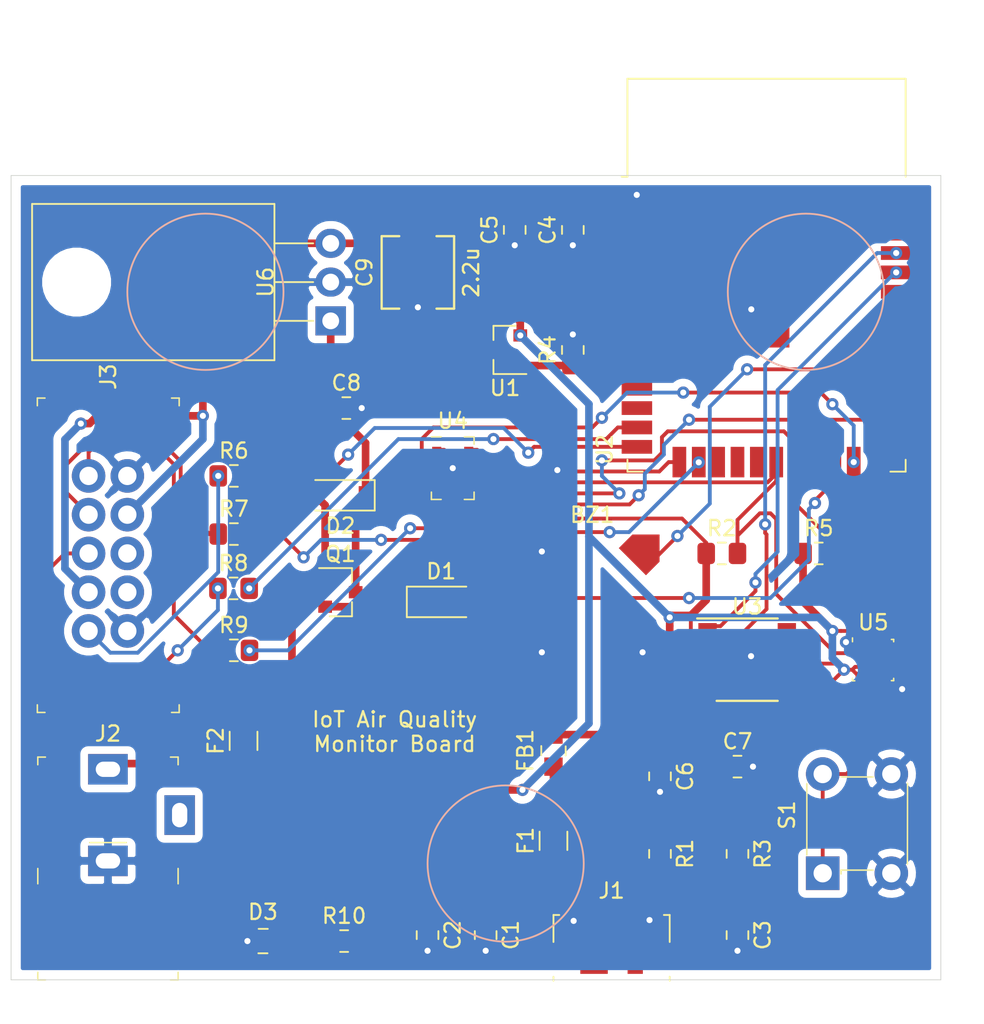
<source format=kicad_pcb>
(kicad_pcb (version 20171130) (host pcbnew 5.1.5)

  (general
    (thickness 1.6)
    (drawings 8)
    (tracks 396)
    (zones 0)
    (modules 37)
    (nets 33)
  )

  (page A4)
  (layers
    (0 F.Cu signal)
    (31 B.Cu signal)
    (32 B.Adhes user)
    (33 F.Adhes user)
    (34 B.Paste user)
    (35 F.Paste user)
    (36 B.SilkS user)
    (37 F.SilkS user)
    (38 B.Mask user)
    (39 F.Mask user)
    (40 Dwgs.User user hide)
    (41 Cmts.User user)
    (42 Eco1.User user)
    (43 Eco2.User user)
    (44 Edge.Cuts user)
    (45 Margin user)
    (46 B.CrtYd user)
    (47 F.CrtYd user)
    (48 B.Fab user)
    (49 F.Fab user)
  )

  (setup
    (last_trace_width 0.25)
    (user_trace_width 0.5)
    (trace_clearance 0.2)
    (zone_clearance 0.508)
    (zone_45_only no)
    (trace_min 0.2)
    (via_size 0.8)
    (via_drill 0.4)
    (via_min_size 0.4)
    (via_min_drill 0.3)
    (uvia_size 0.3)
    (uvia_drill 0.1)
    (uvias_allowed no)
    (uvia_min_size 0.2)
    (uvia_min_drill 0.1)
    (edge_width 0.05)
    (segment_width 0.2)
    (pcb_text_width 0.3)
    (pcb_text_size 1.5 1.5)
    (mod_edge_width 0.12)
    (mod_text_size 1 1)
    (mod_text_width 0.15)
    (pad_size 1.524 1.524)
    (pad_drill 0.762)
    (pad_to_mask_clearance 0.051)
    (solder_mask_min_width 0.25)
    (aux_axis_origin 0 0)
    (visible_elements FFFFFF7F)
    (pcbplotparams
      (layerselection 0x010fc_ffffffff)
      (usegerberextensions false)
      (usegerberattributes false)
      (usegerberadvancedattributes false)
      (creategerberjobfile false)
      (excludeedgelayer true)
      (linewidth 0.100000)
      (plotframeref false)
      (viasonmask false)
      (mode 1)
      (useauxorigin false)
      (hpglpennumber 1)
      (hpglpenspeed 20)
      (hpglpendiameter 15.000000)
      (psnegative false)
      (psa4output false)
      (plotreference true)
      (plotvalue true)
      (plotinvisibletext false)
      (padsonsilk false)
      (subtractmaskfromsilk false)
      (outputformat 1)
      (mirror false)
      (drillshape 1)
      (scaleselection 1)
      (outputdirectory ""))
  )

  (net 0 "")
  (net 1 GND)
  (net 2 "Net-(BZ1-Pad1)")
  (net 3 "Net-(C1-Pad1)")
  (net 4 "Net-(C2-Pad1)")
  (net 5 "Net-(C3-Pad1)")
  (net 6 +3V3)
  (net 7 /USB_VBUS)
  (net 8 /VSUPPLY)
  (net 9 "Net-(D1-Pad1)")
  (net 10 /V_JACK)
  (net 11 "Net-(D3-Pad1)")
  (net 12 "Net-(F1-Pad2)")
  (net 13 "Net-(F2-Pad1)")
  (net 14 "Net-(J3-Pad1)")
  (net 15 "Net-(J3-Pad3)")
  (net 16 "Net-(J3-Pad5)")
  (net 17 "Net-(J3-Pad9)")
  (net 18 /USB_D-)
  (net 19 /SCK)
  (net 20 /USB_D+)
  (net 21 "Net-(R4-Pad1)")
  (net 22 /SDA)
  (net 23 "Net-(R6-Pad2)")
  (net 24 "Net-(R7-Pad2)")
  (net 25 "Net-(R8-Pad2)")
  (net 26 "Net-(R9-Pad2)")
  (net 27 "Net-(S1-Pad1)")
  (net 28 /ESP_TX)
  (net 29 /ESP_RX)
  (net 30 /~WAKE~)
  (net 31 /~INT~)
  (net 32 "Net-(U4-Pad4)")

  (net_class Default "This is the default net class."
    (clearance 0.2)
    (trace_width 0.25)
    (via_dia 0.8)
    (via_drill 0.4)
    (uvia_dia 0.3)
    (uvia_drill 0.1)
    (add_net +3V3)
    (add_net /ESP_RX)
    (add_net /ESP_TX)
    (add_net /SCK)
    (add_net /SDA)
    (add_net /USB_D+)
    (add_net /USB_D-)
    (add_net /USB_VBUS)
    (add_net /VSUPPLY)
    (add_net /V_JACK)
    (add_net /~INT~)
    (add_net /~WAKE~)
    (add_net GND)
    (add_net "Net-(BZ1-Pad1)")
    (add_net "Net-(C1-Pad1)")
    (add_net "Net-(C2-Pad1)")
    (add_net "Net-(C3-Pad1)")
    (add_net "Net-(D1-Pad1)")
    (add_net "Net-(D3-Pad1)")
    (add_net "Net-(F1-Pad2)")
    (add_net "Net-(F2-Pad1)")
    (add_net "Net-(J3-Pad1)")
    (add_net "Net-(J3-Pad3)")
    (add_net "Net-(J3-Pad5)")
    (add_net "Net-(J3-Pad9)")
    (add_net "Net-(R4-Pad1)")
    (add_net "Net-(R6-Pad2)")
    (add_net "Net-(R7-Pad2)")
    (add_net "Net-(R8-Pad2)")
    (add_net "Net-(R9-Pad2)")
    (add_net "Net-(S1-Pad1)")
    (add_net "Net-(U4-Pad4)")
  )

  (module Package_TO_SOT_THT:TO-220-3_Horizontal_TabDown (layer F.Cu) (tedit 5AC8BA0D) (tstamp 5E0C8927)
    (at 97.155 77.47 90)
    (descr "TO-220-3, Horizontal, RM 2.54mm, see https://www.vishay.com/docs/66542/to-220-1.pdf")
    (tags "TO-220-3 Horizontal RM 2.54mm")
    (path /5E223340)
    (fp_text reference U6 (at 2.54 -4.27 90) (layer F.SilkS)
      (effects (font (size 1 1) (thickness 0.15)))
    )
    (fp_text value LF33_TO220 (at 2.54 2.5 90) (layer F.Fab)
      (effects (font (size 1 1) (thickness 0.15)))
    )
    (fp_text user %R (at 2.54 -4.27 90) (layer F.Fab)
      (effects (font (size 1 1) (thickness 0.15)))
    )
    (fp_line (start 7.79 -19.71) (end -2.71 -19.71) (layer F.CrtYd) (width 0.05))
    (fp_line (start 7.79 1.25) (end 7.79 -19.71) (layer F.CrtYd) (width 0.05))
    (fp_line (start -2.71 1.25) (end 7.79 1.25) (layer F.CrtYd) (width 0.05))
    (fp_line (start -2.71 -19.71) (end -2.71 1.25) (layer F.CrtYd) (width 0.05))
    (fp_line (start 5.08 -3.69) (end 5.08 -1.15) (layer F.SilkS) (width 0.12))
    (fp_line (start 2.54 -3.69) (end 2.54 -1.15) (layer F.SilkS) (width 0.12))
    (fp_line (start 0 -3.69) (end 0 -1.15) (layer F.SilkS) (width 0.12))
    (fp_line (start 7.66 -19.58) (end 7.66 -3.69) (layer F.SilkS) (width 0.12))
    (fp_line (start -2.58 -19.58) (end -2.58 -3.69) (layer F.SilkS) (width 0.12))
    (fp_line (start -2.58 -19.58) (end 7.66 -19.58) (layer F.SilkS) (width 0.12))
    (fp_line (start -2.58 -3.69) (end 7.66 -3.69) (layer F.SilkS) (width 0.12))
    (fp_line (start 5.08 -3.81) (end 5.08 0) (layer F.Fab) (width 0.1))
    (fp_line (start 2.54 -3.81) (end 2.54 0) (layer F.Fab) (width 0.1))
    (fp_line (start 0 -3.81) (end 0 0) (layer F.Fab) (width 0.1))
    (fp_line (start 7.54 -3.81) (end -2.46 -3.81) (layer F.Fab) (width 0.1))
    (fp_line (start 7.54 -13.06) (end 7.54 -3.81) (layer F.Fab) (width 0.1))
    (fp_line (start -2.46 -13.06) (end 7.54 -13.06) (layer F.Fab) (width 0.1))
    (fp_line (start -2.46 -3.81) (end -2.46 -13.06) (layer F.Fab) (width 0.1))
    (fp_line (start 7.54 -13.06) (end -2.46 -13.06) (layer F.Fab) (width 0.1))
    (fp_line (start 7.54 -19.46) (end 7.54 -13.06) (layer F.Fab) (width 0.1))
    (fp_line (start -2.46 -19.46) (end 7.54 -19.46) (layer F.Fab) (width 0.1))
    (fp_line (start -2.46 -13.06) (end -2.46 -19.46) (layer F.Fab) (width 0.1))
    (fp_circle (center 2.54 -16.66) (end 4.39 -16.66) (layer F.Fab) (width 0.1))
    (pad 3 thru_hole oval (at 5.08 0 90) (size 1.905 2) (drill 1.1) (layers *.Cu *.Mask)
      (net 6 +3V3))
    (pad 2 thru_hole oval (at 2.54 0 90) (size 1.905 2) (drill 1.1) (layers *.Cu *.Mask)
      (net 1 GND))
    (pad 1 thru_hole rect (at 0 0 90) (size 1.905 2) (drill 1.1) (layers *.Cu *.Mask)
      (net 8 /VSUPPLY))
    (pad "" np_thru_hole oval (at 2.54 -16.66 90) (size 3.5 3.5) (drill 3.5) (layers *.Cu *.Mask))
    (model ${KISYS3DMOD}/Package_TO_SOT_THT.3dshapes/TO-220-3_Horizontal_TabDown.wrl
      (at (xyz 0 0 0))
      (scale (xyz 1 1 1))
      (rotate (xyz 0 0 0))
    )
  )

  (module Package_LGA:Bosch_LGA-8_2.5x2.5mm_P0.65mm_ClockwisePinNumbering (layer F.Cu) (tedit 5A0FA816) (tstamp 5E0C664D)
    (at 132.715 99.695)
    (descr LGA-8)
    (tags "lga land grid array")
    (path /5E0BF311)
    (attr smd)
    (fp_text reference U5 (at 0.015 -2.465) (layer F.SilkS)
      (effects (font (size 1 1) (thickness 0.15)))
    )
    (fp_text value BME280 (at 0.015 2.535) (layer F.Fab)
      (effects (font (size 1 1) (thickness 0.15)))
    )
    (fp_line (start 1.41 1.54) (end -1.41 1.54) (layer F.CrtYd) (width 0.05))
    (fp_line (start 1.41 -1.54) (end 1.41 1.54) (layer F.CrtYd) (width 0.05))
    (fp_line (start -1.41 -1.54) (end 1.41 -1.54) (layer F.CrtYd) (width 0.05))
    (fp_line (start -1.41 1.54) (end -1.41 -1.54) (layer F.CrtYd) (width 0.05))
    (fp_line (start 1.25 1.25) (end -1.25 1.25) (layer F.Fab) (width 0.1))
    (fp_line (start 1.25 -1.25) (end 1.25 1.25) (layer F.Fab) (width 0.1))
    (fp_line (start -0.5 -1.25) (end 1.25 -1.25) (layer F.Fab) (width 0.1))
    (fp_line (start -1.25 1.25) (end -1.25 -0.5) (layer F.Fab) (width 0.1))
    (fp_line (start -1.35 -1.2) (end -1.35 -1.45) (layer F.SilkS) (width 0.1))
    (fp_line (start 1.35 -1.35) (end 1.35 -1.2) (layer F.SilkS) (width 0.1))
    (fp_line (start 1.2 -1.35) (end 1.35 -1.35) (layer F.SilkS) (width 0.1))
    (fp_line (start 1.35 1.35) (end 1.2 1.35) (layer F.SilkS) (width 0.1))
    (fp_line (start 1.35 1.35) (end 1.35 1.2) (layer F.SilkS) (width 0.1))
    (fp_line (start -1.35 1.35) (end -1.35 1.2) (layer F.SilkS) (width 0.1))
    (fp_line (start -1.25 -0.5) (end -0.5 -1.25) (layer F.Fab) (width 0.1))
    (fp_line (start -1.35 1.36) (end -1.2 1.36) (layer F.SilkS) (width 0.1))
    (fp_text user %R (at 0 0 180) (layer F.Fab)
      (effects (font (size 0.5 0.5) (thickness 0.075)))
    )
    (pad 5 smd rect (at 0.975 1.025 90) (size 0.5 0.35) (layers F.Cu F.Paste F.Mask)
      (net 1 GND))
    (pad 6 smd rect (at 0.325 1.025 90) (size 0.5 0.35) (layers F.Cu F.Paste F.Mask)
      (net 6 +3V3))
    (pad 7 smd rect (at -0.325 1.025 90) (size 0.5 0.35) (layers F.Cu F.Paste F.Mask)
      (net 1 GND))
    (pad 8 smd rect (at -0.975 1.025 90) (size 0.5 0.35) (layers F.Cu F.Paste F.Mask)
      (net 6 +3V3))
    (pad 1 smd rect (at -0.975 -1.025 90) (size 0.5 0.35) (layers F.Cu F.Paste F.Mask)
      (net 1 GND))
    (pad 2 smd rect (at -0.325 -1.025 90) (size 0.5 0.35) (layers F.Cu F.Paste F.Mask)
      (net 6 +3V3))
    (pad 3 smd rect (at 0.325 -1.025 90) (size 0.5 0.35) (layers F.Cu F.Paste F.Mask)
      (net 22 /SDA))
    (pad 4 smd rect (at 0.975 -1.025 90) (size 0.5 0.35) (layers F.Cu F.Paste F.Mask)
      (net 19 /SCK))
    (model ${KISYS3DMOD}/Package_LGA.3dshapes/Bosch_LGA-8_2.5x2.5mm_P0.65mm_ClockwisePinNumbering.wrl
      (offset (xyz 0.01500000025472259 -0.03500000059435272 0))
      (scale (xyz 1 1 1))
      (rotate (xyz 0 0 0))
    )
  )

  (module Package_LGA:AMS_LGA-10-1EP_2.7x4mm_P0.6mm (layer F.Cu) (tedit 5A02F217) (tstamp 5E0C8C74)
    (at 105.156 87.122)
    (descr "LGA-10, http://ams.com/eng/content/download/951091/2269479/471718")
    (tags "lga land grid array")
    (path /5E0BD7EE)
    (attr smd)
    (fp_text reference U4 (at 0 -3.1) (layer F.SilkS)
      (effects (font (size 1 1) (thickness 0.15)))
    )
    (fp_text value CCS811 (at 0 3.1) (layer F.Fab)
      (effects (font (size 1 1) (thickness 0.15)))
    )
    (fp_line (start 1.4 -2.05) (end 1.4 -1.57) (layer F.SilkS) (width 0.1))
    (fp_line (start 0.76 -2.05) (end 1.4 -2.05) (layer F.SilkS) (width 0.1))
    (fp_line (start 1.4 1.57) (end 1.4 2.05) (layer F.SilkS) (width 0.1))
    (fp_line (start 0.76 2.05) (end 1.4 2.05) (layer F.SilkS) (width 0.1))
    (fp_line (start -1.4 -2.05) (end -0.76 -2.05) (layer F.SilkS) (width 0.1))
    (fp_line (start -1.4 2.05) (end -0.76 2.05) (layer F.SilkS) (width 0.1))
    (fp_line (start -1.4 1.57) (end -1.4 2.05) (layer F.SilkS) (width 0.1))
    (fp_line (start -1 -1.95) (end 1.3 -1.95) (layer F.Fab) (width 0.1))
    (fp_line (start -1.3 -1.65) (end -1 -1.95) (layer F.Fab) (width 0.1))
    (fp_line (start -1.3 1.95) (end -1.3 -1.65) (layer F.Fab) (width 0.1))
    (fp_line (start 1.3 1.95) (end -1.3 1.95) (layer F.Fab) (width 0.1))
    (fp_line (start 1.3 -1.95) (end 1.3 1.95) (layer F.Fab) (width 0.1))
    (fp_line (start -1.5 -2.15) (end 1.5 -2.15) (layer F.CrtYd) (width 0.05))
    (fp_line (start -1.5 2.15) (end -1.5 -2.15) (layer F.CrtYd) (width 0.05))
    (fp_line (start 1.5 2.15) (end -1.5 2.15) (layer F.CrtYd) (width 0.05))
    (fp_line (start 1.5 -2.15) (end 1.5 2.15) (layer F.CrtYd) (width 0.05))
    (fp_text user %R (at 0 0) (layer F.Fab)
      (effects (font (size 0.5 0.5) (thickness 0.05)))
    )
    (pad 8 smd rect (at 1.05 0) (size 0.6 0.4) (layers F.Cu F.Paste F.Mask))
    (pad 4 smd rect (at -1.05 0.6) (size 0.6 0.4) (layers F.Cu F.Paste F.Mask)
      (net 32 "Net-(U4-Pad4)"))
    (pad 3 smd rect (at -1.05 0) (size 0.6 0.4) (layers F.Cu F.Paste F.Mask)
      (net 31 /~INT~))
    (pad 2 smd rect (at -1.05 -0.6) (size 0.6 0.4) (layers F.Cu F.Paste F.Mask))
    (pad 1 smd rect (at -1.05 -1.2) (size 0.6 0.4) (layers F.Cu F.Paste F.Mask)
      (net 1 GND))
    (pad 5 smd rect (at -1.05 1.2) (size 0.6 0.4) (layers F.Cu F.Paste F.Mask)
      (net 32 "Net-(U4-Pad4)"))
    (pad 9 smd rect (at 1.05 -0.6) (size 0.6 0.4) (layers F.Cu F.Paste F.Mask)
      (net 22 /SDA))
    (pad 10 smd rect (at 1.05 -1.2) (size 0.6 0.4) (layers F.Cu F.Paste F.Mask)
      (net 19 /SCK))
    (pad 7 smd rect (at 1.05 0.6) (size 0.6 0.4) (layers F.Cu F.Paste F.Mask)
      (net 30 /~WAKE~))
    (pad 6 smd rect (at 1.05 1.2) (size 0.6 0.4) (layers F.Cu F.Paste F.Mask)
      (net 6 +3V3))
    (pad 11 smd rect (at 0 0.15) (size 1.3 2.2) (layers F.Cu F.Paste F.Mask)
      (net 1 GND))
    (pad 11 smd rect (at 0.15 -1.1) (size 1 0.3) (layers F.Cu F.Paste F.Mask)
      (net 1 GND))
    (pad 11 smd trapezoid (at 0 -1.1) (size 1 0.3) (rect_delta 0 0.3 ) (layers F.Cu F.Paste F.Mask)
      (net 1 GND))
    (model ${KISYS3DMOD}/Package_LGA.3dshapes/AMS_LGA-10-1EP_2.7x4mm_P0.6mm.wrl
      (at (xyz 0 0 0))
      (scale (xyz 1 1 1))
      (rotate (xyz 0 0 0))
    )
  )

  (module Package_SO:SSOP-16_3.9x4.9mm_P0.635mm (layer F.Cu) (tedit 5A02F25C) (tstamp 5E0C8E05)
    (at 124.46 99.695)
    (descr "SSOP16: plastic shrink small outline package; 16 leads; body width 3.9 mm; lead pitch 0.635; (see NXP SSOP-TSSOP-VSO-REFLOW.pdf and sot519-1_po.pdf)")
    (tags "SSOP 0.635")
    (path /5E053E1B)
    (attr smd)
    (fp_text reference U3 (at 0 -3.5) (layer F.SilkS)
      (effects (font (size 1 1) (thickness 0.15)))
    )
    (fp_text value FT230XS (at 0 3.5) (layer F.Fab)
      (effects (font (size 1 1) (thickness 0.15)))
    )
    (fp_text user %R (at 0 0) (layer F.Fab)
      (effects (font (size 0.8 0.8) (thickness 0.15)))
    )
    (fp_line (start -3.275 -2.725) (end 2 -2.725) (layer F.SilkS) (width 0.15))
    (fp_line (start -2 2.675) (end 2 2.675) (layer F.SilkS) (width 0.15))
    (fp_line (start -3.45 2.8) (end 3.45 2.8) (layer F.CrtYd) (width 0.05))
    (fp_line (start -3.45 -2.85) (end 3.45 -2.85) (layer F.CrtYd) (width 0.05))
    (fp_line (start 3.45 -2.85) (end 3.45 2.8) (layer F.CrtYd) (width 0.05))
    (fp_line (start -3.45 -2.85) (end -3.45 2.8) (layer F.CrtYd) (width 0.05))
    (fp_line (start -1.95 -1.45) (end -0.95 -2.45) (layer F.Fab) (width 0.15))
    (fp_line (start -1.95 2.45) (end -1.95 -1.45) (layer F.Fab) (width 0.15))
    (fp_line (start 1.95 2.45) (end -1.95 2.45) (layer F.Fab) (width 0.15))
    (fp_line (start 1.95 -2.45) (end 1.95 2.45) (layer F.Fab) (width 0.15))
    (fp_line (start -0.95 -2.45) (end 1.95 -2.45) (layer F.Fab) (width 0.15))
    (pad 16 smd rect (at 2.6 -2.2225) (size 1.2 0.4) (layers F.Cu F.Paste F.Mask))
    (pad 15 smd rect (at 2.6 -1.5875) (size 1.2 0.4) (layers F.Cu F.Paste F.Mask))
    (pad 14 smd rect (at 2.6 -0.9525) (size 1.2 0.4) (layers F.Cu F.Paste F.Mask))
    (pad 13 smd rect (at 2.6 -0.3175) (size 1.2 0.4) (layers F.Cu F.Paste F.Mask)
      (net 1 GND))
    (pad 12 smd rect (at 2.6 0.3175) (size 1.2 0.4) (layers F.Cu F.Paste F.Mask)
      (net 6 +3V3))
    (pad 11 smd rect (at 2.6 0.9525) (size 1.2 0.4) (layers F.Cu F.Paste F.Mask))
    (pad 10 smd rect (at 2.6 1.5875) (size 1.2 0.4) (layers F.Cu F.Paste F.Mask)
      (net 6 +3V3))
    (pad 9 smd rect (at 2.6 2.2225) (size 1.2 0.4) (layers F.Cu F.Paste F.Mask)
      (net 18 /USB_D-))
    (pad 8 smd rect (at -2.6 2.2225) (size 1.2 0.4) (layers F.Cu F.Paste F.Mask)
      (net 20 /USB_D+))
    (pad 7 smd rect (at -2.6 1.5875) (size 1.2 0.4) (layers F.Cu F.Paste F.Mask))
    (pad 6 smd rect (at -2.6 0.9525) (size 1.2 0.4) (layers F.Cu F.Paste F.Mask))
    (pad 5 smd rect (at -2.6 0.3175) (size 1.2 0.4) (layers F.Cu F.Paste F.Mask)
      (net 1 GND))
    (pad 4 smd rect (at -2.6 -0.3175) (size 1.2 0.4) (layers F.Cu F.Paste F.Mask)
      (net 28 /ESP_TX))
    (pad 3 smd rect (at -2.6 -0.9525) (size 1.2 0.4) (layers F.Cu F.Paste F.Mask)
      (net 6 +3V3))
    (pad 2 smd rect (at -2.6 -1.5875) (size 1.2 0.4) (layers F.Cu F.Paste F.Mask))
    (pad 1 smd rect (at -2.6 -2.2225) (size 1.2 0.4) (layers F.Cu F.Paste F.Mask)
      (net 29 /ESP_RX))
    (model ${KISYS3DMOD}/Package_SO.3dshapes/SSOP-16_3.9x4.9mm_P0.635mm.wrl
      (at (xyz 0 0 0))
      (scale (xyz 1 1 1))
      (rotate (xyz 0 0 0))
    )
  )

  (module RF_Module:ESP32-WROOM-32 (layer F.Cu) (tedit 5B5B4654) (tstamp 5E0C65EE)
    (at 125.73 77.47)
    (descr "Single 2.4 GHz Wi-Fi and Bluetooth combo chip https://www.espressif.com/sites/default/files/documentation/esp32-wroom-32_datasheet_en.pdf")
    (tags "Single 2.4 GHz Wi-Fi and Bluetooth combo  chip")
    (path /5E02964F)
    (attr smd)
    (fp_text reference U2 (at -10.61 8.43 90) (layer F.SilkS)
      (effects (font (size 1 1) (thickness 0.15)))
    )
    (fp_text value ESP32-WROOM-32 (at 0 11.5) (layer F.Fab)
      (effects (font (size 1 1) (thickness 0.15)))
    )
    (fp_line (start -9.12 -9.445) (end -9.5 -9.445) (layer F.SilkS) (width 0.12))
    (fp_line (start -9.12 -15.865) (end -9.12 -9.445) (layer F.SilkS) (width 0.12))
    (fp_line (start 9.12 -15.865) (end 9.12 -9.445) (layer F.SilkS) (width 0.12))
    (fp_line (start -9.12 -15.865) (end 9.12 -15.865) (layer F.SilkS) (width 0.12))
    (fp_line (start 9.12 9.88) (end 8.12 9.88) (layer F.SilkS) (width 0.12))
    (fp_line (start 9.12 9.1) (end 9.12 9.88) (layer F.SilkS) (width 0.12))
    (fp_line (start -9.12 9.88) (end -8.12 9.88) (layer F.SilkS) (width 0.12))
    (fp_line (start -9.12 9.1) (end -9.12 9.88) (layer F.SilkS) (width 0.12))
    (fp_line (start 8.4 -20.6) (end 8.2 -20.4) (layer Cmts.User) (width 0.1))
    (fp_line (start 8.4 -16) (end 8.4 -20.6) (layer Cmts.User) (width 0.1))
    (fp_line (start 8.4 -20.6) (end 8.6 -20.4) (layer Cmts.User) (width 0.1))
    (fp_line (start 8.4 -16) (end 8.6 -16.2) (layer Cmts.User) (width 0.1))
    (fp_line (start 8.4 -16) (end 8.2 -16.2) (layer Cmts.User) (width 0.1))
    (fp_line (start -9.2 -13.875) (end -9.4 -14.075) (layer Cmts.User) (width 0.1))
    (fp_line (start -13.8 -13.875) (end -9.2 -13.875) (layer Cmts.User) (width 0.1))
    (fp_line (start -9.2 -13.875) (end -9.4 -13.675) (layer Cmts.User) (width 0.1))
    (fp_line (start -13.8 -13.875) (end -13.6 -13.675) (layer Cmts.User) (width 0.1))
    (fp_line (start -13.8 -13.875) (end -13.6 -14.075) (layer Cmts.User) (width 0.1))
    (fp_line (start 9.2 -13.875) (end 9.4 -13.675) (layer Cmts.User) (width 0.1))
    (fp_line (start 9.2 -13.875) (end 9.4 -14.075) (layer Cmts.User) (width 0.1))
    (fp_line (start 13.8 -13.875) (end 13.6 -13.675) (layer Cmts.User) (width 0.1))
    (fp_line (start 13.8 -13.875) (end 13.6 -14.075) (layer Cmts.User) (width 0.1))
    (fp_line (start 9.2 -13.875) (end 13.8 -13.875) (layer Cmts.User) (width 0.1))
    (fp_line (start 14 -11.585) (end 12 -9.97) (layer Dwgs.User) (width 0.1))
    (fp_line (start 14 -13.2) (end 10 -9.97) (layer Dwgs.User) (width 0.1))
    (fp_line (start 14 -14.815) (end 8 -9.97) (layer Dwgs.User) (width 0.1))
    (fp_line (start 14 -16.43) (end 6 -9.97) (layer Dwgs.User) (width 0.1))
    (fp_line (start 14 -18.045) (end 4 -9.97) (layer Dwgs.User) (width 0.1))
    (fp_line (start 14 -19.66) (end 2 -9.97) (layer Dwgs.User) (width 0.1))
    (fp_line (start 13.475 -20.75) (end 0 -9.97) (layer Dwgs.User) (width 0.1))
    (fp_line (start 11.475 -20.75) (end -2 -9.97) (layer Dwgs.User) (width 0.1))
    (fp_line (start 9.475 -20.75) (end -4 -9.97) (layer Dwgs.User) (width 0.1))
    (fp_line (start 7.475 -20.75) (end -6 -9.97) (layer Dwgs.User) (width 0.1))
    (fp_line (start -8 -9.97) (end 5.475 -20.75) (layer Dwgs.User) (width 0.1))
    (fp_line (start 3.475 -20.75) (end -10 -9.97) (layer Dwgs.User) (width 0.1))
    (fp_line (start 1.475 -20.75) (end -12 -9.97) (layer Dwgs.User) (width 0.1))
    (fp_line (start -0.525 -20.75) (end -14 -9.97) (layer Dwgs.User) (width 0.1))
    (fp_line (start -2.525 -20.75) (end -14 -11.585) (layer Dwgs.User) (width 0.1))
    (fp_line (start -4.525 -20.75) (end -14 -13.2) (layer Dwgs.User) (width 0.1))
    (fp_line (start -6.525 -20.75) (end -14 -14.815) (layer Dwgs.User) (width 0.1))
    (fp_line (start -8.525 -20.75) (end -14 -16.43) (layer Dwgs.User) (width 0.1))
    (fp_line (start -10.525 -20.75) (end -14 -18.045) (layer Dwgs.User) (width 0.1))
    (fp_line (start -12.525 -20.75) (end -14 -19.66) (layer Dwgs.User) (width 0.1))
    (fp_line (start 9.75 -9.72) (end 14.25 -9.72) (layer F.CrtYd) (width 0.05))
    (fp_line (start -14.25 -9.72) (end -9.75 -9.72) (layer F.CrtYd) (width 0.05))
    (fp_line (start 14.25 -21) (end 14.25 -9.72) (layer F.CrtYd) (width 0.05))
    (fp_line (start -14.25 -21) (end -14.25 -9.72) (layer F.CrtYd) (width 0.05))
    (fp_line (start 14 -20.75) (end -14 -20.75) (layer Dwgs.User) (width 0.1))
    (fp_line (start 14 -9.97) (end 14 -20.75) (layer Dwgs.User) (width 0.1))
    (fp_line (start 14 -9.97) (end -14 -9.97) (layer Dwgs.User) (width 0.1))
    (fp_line (start -9 -9.02) (end -8.5 -9.52) (layer F.Fab) (width 0.1))
    (fp_line (start -8.5 -9.52) (end -9 -10.02) (layer F.Fab) (width 0.1))
    (fp_line (start -9 -9.02) (end -9 9.76) (layer F.Fab) (width 0.1))
    (fp_line (start -14.25 -21) (end 14.25 -21) (layer F.CrtYd) (width 0.05))
    (fp_line (start 9.75 -9.72) (end 9.75 10.5) (layer F.CrtYd) (width 0.05))
    (fp_line (start -9.75 10.5) (end 9.75 10.5) (layer F.CrtYd) (width 0.05))
    (fp_line (start -9.75 10.5) (end -9.75 -9.72) (layer F.CrtYd) (width 0.05))
    (fp_line (start -9 -15.745) (end 9 -15.745) (layer F.Fab) (width 0.1))
    (fp_line (start -9 -15.745) (end -9 -10.02) (layer F.Fab) (width 0.1))
    (fp_line (start -9 9.76) (end 9 9.76) (layer F.Fab) (width 0.1))
    (fp_line (start 9 9.76) (end 9 -15.745) (layer F.Fab) (width 0.1))
    (fp_line (start -14 -9.97) (end -14 -20.75) (layer Dwgs.User) (width 0.1))
    (fp_text user "5 mm" (at 11.8 -14.375) (layer Cmts.User)
      (effects (font (size 0.5 0.5) (thickness 0.1)))
    )
    (fp_text user "5 mm" (at -11.2 -14.375) (layer Cmts.User)
      (effects (font (size 0.5 0.5) (thickness 0.1)))
    )
    (fp_text user "5 mm" (at 11.8 -14.375) (layer Cmts.User)
      (effects (font (size 0.5 0.5) (thickness 0.1)))
    )
    (fp_text user Antenna (at 0 -13) (layer Cmts.User)
      (effects (font (size 1 1) (thickness 0.15)))
    )
    (fp_text user "KEEP-OUT ZONE" (at 0 -19) (layer Cmts.User)
      (effects (font (size 1 1) (thickness 0.15)))
    )
    (fp_text user %R (at 0 0) (layer F.Fab)
      (effects (font (size 1 1) (thickness 0.15)))
    )
    (pad 38 smd rect (at 8.5 -8.255) (size 2 0.9) (layers F.Cu F.Paste F.Mask)
      (net 1 GND))
    (pad 37 smd rect (at 8.5 -6.985) (size 2 0.9) (layers F.Cu F.Paste F.Mask))
    (pad 36 smd rect (at 8.5 -5.715) (size 2 0.9) (layers F.Cu F.Paste F.Mask))
    (pad 35 smd rect (at 8.5 -4.445) (size 2 0.9) (layers F.Cu F.Paste F.Mask)
      (net 28 /ESP_TX))
    (pad 34 smd rect (at 8.5 -3.175) (size 2 0.9) (layers F.Cu F.Paste F.Mask)
      (net 29 /ESP_RX))
    (pad 33 smd rect (at 8.5 -1.905) (size 2 0.9) (layers F.Cu F.Paste F.Mask))
    (pad 32 smd rect (at 8.5 -0.635) (size 2 0.9) (layers F.Cu F.Paste F.Mask))
    (pad 31 smd rect (at 8.5 0.635) (size 2 0.9) (layers F.Cu F.Paste F.Mask))
    (pad 30 smd rect (at 8.5 1.905) (size 2 0.9) (layers F.Cu F.Paste F.Mask))
    (pad 29 smd rect (at 8.5 3.175) (size 2 0.9) (layers F.Cu F.Paste F.Mask)
      (net 2 "Net-(BZ1-Pad1)"))
    (pad 28 smd rect (at 8.5 4.445) (size 2 0.9) (layers F.Cu F.Paste F.Mask))
    (pad 27 smd rect (at 8.5 5.715) (size 2 0.9) (layers F.Cu F.Paste F.Mask))
    (pad 26 smd rect (at 8.5 6.985) (size 2 0.9) (layers F.Cu F.Paste F.Mask)
      (net 30 /~WAKE~))
    (pad 25 smd rect (at 8.5 8.255) (size 2 0.9) (layers F.Cu F.Paste F.Mask)
      (net 27 "Net-(S1-Pad1)"))
    (pad 24 smd rect (at 5.715 9.255 90) (size 2 0.9) (layers F.Cu F.Paste F.Mask)
      (net 31 /~INT~))
    (pad 23 smd rect (at 4.445 9.255 90) (size 2 0.9) (layers F.Cu F.Paste F.Mask)
      (net 24 "Net-(R7-Pad2)"))
    (pad 22 smd rect (at 3.175 9.255 90) (size 2 0.9) (layers F.Cu F.Paste F.Mask))
    (pad 21 smd rect (at 1.905 9.255 90) (size 2 0.9) (layers F.Cu F.Paste F.Mask)
      (net 22 /SDA))
    (pad 20 smd rect (at 0.635 9.255 90) (size 2 0.9) (layers F.Cu F.Paste F.Mask)
      (net 19 /SCK))
    (pad 19 smd rect (at -0.635 9.255 90) (size 2 0.9) (layers F.Cu F.Paste F.Mask))
    (pad 18 smd rect (at -1.905 9.255 90) (size 2 0.9) (layers F.Cu F.Paste F.Mask))
    (pad 17 smd rect (at -3.175 9.255 90) (size 2 0.9) (layers F.Cu F.Paste F.Mask))
    (pad 16 smd rect (at -4.445 9.255 90) (size 2 0.9) (layers F.Cu F.Paste F.Mask)
      (net 26 "Net-(R9-Pad2)"))
    (pad 15 smd rect (at -5.715 9.255 90) (size 2 0.9) (layers F.Cu F.Paste F.Mask)
      (net 1 GND))
    (pad 14 smd rect (at -8.5 8.255) (size 2 0.9) (layers F.Cu F.Paste F.Mask)
      (net 23 "Net-(R6-Pad2)"))
    (pad 13 smd rect (at -8.5 6.985) (size 2 0.9) (layers F.Cu F.Paste F.Mask)
      (net 25 "Net-(R8-Pad2)"))
    (pad 12 smd rect (at -8.5 5.715) (size 2 0.9) (layers F.Cu F.Paste F.Mask))
    (pad 11 smd rect (at -8.5 4.445) (size 2 0.9) (layers F.Cu F.Paste F.Mask))
    (pad 10 smd rect (at -8.5 3.175) (size 2 0.9) (layers F.Cu F.Paste F.Mask))
    (pad 9 smd rect (at -8.5 1.905) (size 2 0.9) (layers F.Cu F.Paste F.Mask))
    (pad 8 smd rect (at -8.5 0.635) (size 2 0.9) (layers F.Cu F.Paste F.Mask))
    (pad 7 smd rect (at -8.5 -0.635) (size 2 0.9) (layers F.Cu F.Paste F.Mask))
    (pad 6 smd rect (at -8.5 -1.905) (size 2 0.9) (layers F.Cu F.Paste F.Mask))
    (pad 5 smd rect (at -8.5 -3.175) (size 2 0.9) (layers F.Cu F.Paste F.Mask))
    (pad 4 smd rect (at -8.5 -4.445) (size 2 0.9) (layers F.Cu F.Paste F.Mask))
    (pad 3 smd rect (at -8.5 -5.715) (size 2 0.9) (layers F.Cu F.Paste F.Mask)
      (net 21 "Net-(R4-Pad1)"))
    (pad 2 smd rect (at -8.5 -6.985) (size 2 0.9) (layers F.Cu F.Paste F.Mask)
      (net 6 +3V3))
    (pad 1 smd rect (at -8.5 -8.255) (size 2 0.9) (layers F.Cu F.Paste F.Mask)
      (net 1 GND))
    (pad 39 smd rect (at -1 -0.755) (size 5 5) (layers F.Cu F.Paste F.Mask)
      (net 1 GND))
    (model ${KISYS3DMOD}/RF_Module.3dshapes/ESP32-WROOM-32.wrl
      (at (xyz 0 0 0))
      (scale (xyz 1 1 1))
      (rotate (xyz 0 0 0))
    )
  )

  (module Package_TO_SOT_SMD:SOT-23 (layer F.Cu) (tedit 5A02FF57) (tstamp 5E0C72A4)
    (at 108.585 79.375 180)
    (descr "SOT-23, Standard")
    (tags SOT-23)
    (path /5E0990E0)
    (attr smd)
    (fp_text reference U1 (at 0 -2.5) (layer F.SilkS)
      (effects (font (size 1 1) (thickness 0.15)))
    )
    (fp_text value MCP130-xxxxTT (at 0 2.5) (layer F.Fab)
      (effects (font (size 1 1) (thickness 0.15)))
    )
    (fp_line (start 0.76 1.58) (end -0.7 1.58) (layer F.SilkS) (width 0.12))
    (fp_line (start 0.76 -1.58) (end -1.4 -1.58) (layer F.SilkS) (width 0.12))
    (fp_line (start -1.7 1.75) (end -1.7 -1.75) (layer F.CrtYd) (width 0.05))
    (fp_line (start 1.7 1.75) (end -1.7 1.75) (layer F.CrtYd) (width 0.05))
    (fp_line (start 1.7 -1.75) (end 1.7 1.75) (layer F.CrtYd) (width 0.05))
    (fp_line (start -1.7 -1.75) (end 1.7 -1.75) (layer F.CrtYd) (width 0.05))
    (fp_line (start 0.76 -1.58) (end 0.76 -0.65) (layer F.SilkS) (width 0.12))
    (fp_line (start 0.76 1.58) (end 0.76 0.65) (layer F.SilkS) (width 0.12))
    (fp_line (start -0.7 1.52) (end 0.7 1.52) (layer F.Fab) (width 0.1))
    (fp_line (start 0.7 -1.52) (end 0.7 1.52) (layer F.Fab) (width 0.1))
    (fp_line (start -0.7 -0.95) (end -0.15 -1.52) (layer F.Fab) (width 0.1))
    (fp_line (start -0.15 -1.52) (end 0.7 -1.52) (layer F.Fab) (width 0.1))
    (fp_line (start -0.7 -0.95) (end -0.7 1.5) (layer F.Fab) (width 0.1))
    (fp_text user %R (at 0 0 90) (layer F.Fab)
      (effects (font (size 0.5 0.5) (thickness 0.075)))
    )
    (pad 3 smd rect (at 1 0 180) (size 0.9 0.8) (layers F.Cu F.Paste F.Mask)
      (net 1 GND))
    (pad 2 smd rect (at -1 0.95 180) (size 0.9 0.8) (layers F.Cu F.Paste F.Mask)
      (net 6 +3V3))
    (pad 1 smd rect (at -1 -0.95 180) (size 0.9 0.8) (layers F.Cu F.Paste F.Mask)
      (net 21 "Net-(R4-Pad1)"))
    (model ${KISYS3DMOD}/Package_TO_SOT_SMD.3dshapes/SOT-23.wrl
      (at (xyz 0 0 0))
      (scale (xyz 1 1 1))
      (rotate (xyz 0 0 0))
    )
  )

  (module digikey-footprints:Switch_Tactile_THT_6x6mm (layer F.Cu) (tedit 5AF34E1F) (tstamp 5E0CA2AE)
    (at 129.413 113.665 90)
    (descr http://www.te.com/commerce/DocumentDelivery/DDEController?Action=srchrtrv&DocNm=1825910&DocType=Customer+Drawing&DocLang=English)
    (path /5E05FE4A)
    (fp_text reference S1 (at 3.81 -2.3368 90) (layer F.SilkS)
      (effects (font (size 1 1) (thickness 0.15)))
    )
    (fp_text value 1825910-6 (at 3.6322 7.0866 90) (layer F.Fab)
      (effects (font (size 1 1) (thickness 0.15)))
    )
    (fp_line (start 0.25 -1) (end 6.25 -1) (layer F.Fab) (width 0.1))
    (fp_line (start 6.25 -1) (end 6.25 5.5) (layer F.Fab) (width 0.1))
    (fp_line (start 6.25 5.5) (end 0.25 5.5) (layer F.Fab) (width 0.1))
    (fp_line (start 0.25 -1) (end 0.25 5.5) (layer F.Fab) (width 0.1))
    (fp_text user %R (at 3.3782 2.286 90) (layer F.Fab)
      (effects (font (size 1 1) (thickness 0.15)))
    )
    (fp_line (start 7.85 -1.35) (end 7.85 5.85) (layer F.CrtYd) (width 0.05))
    (fp_line (start 7.85 5.85) (end -1.35 5.85) (layer F.CrtYd) (width 0.05))
    (fp_line (start 7.85 -1.35) (end -1.35 -1.35) (layer F.CrtYd) (width 0.05))
    (fp_line (start -1.35 -1.35) (end -1.35 5.85) (layer F.CrtYd) (width 0.05))
    (fp_line (start 1.2 -1.0414) (end 5.8674 -1.0414) (layer F.SilkS) (width 0.1))
    (fp_line (start 0.2032 1.1938) (end 0.2032 3.302) (layer F.SilkS) (width 0.1))
    (fp_line (start 6.3092 1.2048) (end 6.3092 3.3) (layer F.SilkS) (width 0.1))
    (fp_line (start 5.8928 5.5626) (end 0.6 5.5528) (layer F.SilkS) (width 0.1))
    (fp_line (start 0.2032 1.2004) (end -0.0468 1.2004) (layer F.SilkS) (width 0.1))
    (pad 3 thru_hole circle (at 0 4.5 90) (size 2.2 2.2) (drill 1.2) (layers *.Cu *.Mask)
      (net 1 GND))
    (pad 4 thru_hole circle (at 6.5 4.5 90) (size 2.2 2.2) (drill 1.2) (layers *.Cu *.Mask)
      (net 1 GND))
    (pad 2 thru_hole circle (at 6.5 0 90) (size 2.2 2.2) (drill 1.2) (layers *.Cu *.Mask)
      (net 27 "Net-(S1-Pad1)"))
    (pad 1 thru_hole rect (at 0 0 90) (size 2.2 2.2) (drill 1.2) (layers *.Cu *.Mask)
      (net 27 "Net-(S1-Pad1)"))
    (model ${KISYS3DMOD}/Button_Switch_THT.3dshapes/SW_PUSH_6mm_H5mm.wrl
      (at (xyz 0 0 0))
      (scale (xyz 1 1 1))
      (rotate (xyz 0 0 0))
    )
  )

  (module Resistor_SMD:R_0805_2012Metric_Pad1.15x1.40mm_HandSolder (layer F.Cu) (tedit 5B36C52B) (tstamp 5E0C6554)
    (at 98.035 118.11)
    (descr "Resistor SMD 0805 (2012 Metric), square (rectangular) end terminal, IPC_7351 nominal with elongated pad for handsoldering. (Body size source: https://docs.google.com/spreadsheets/d/1BsfQQcO9C6DZCsRaXUlFlo91Tg2WpOkGARC1WS5S8t0/edit?usp=sharing), generated with kicad-footprint-generator")
    (tags "resistor handsolder")
    (path /5E06D768)
    (attr smd)
    (fp_text reference R10 (at 0 -1.65) (layer F.SilkS)
      (effects (font (size 1 1) (thickness 0.15)))
    )
    (fp_text value 220k (at 0 1.65) (layer F.Fab)
      (effects (font (size 1 1) (thickness 0.15)))
    )
    (fp_text user %R (at 0 0) (layer F.Fab)
      (effects (font (size 0.5 0.5) (thickness 0.08)))
    )
    (fp_line (start 1.85 0.95) (end -1.85 0.95) (layer F.CrtYd) (width 0.05))
    (fp_line (start 1.85 -0.95) (end 1.85 0.95) (layer F.CrtYd) (width 0.05))
    (fp_line (start -1.85 -0.95) (end 1.85 -0.95) (layer F.CrtYd) (width 0.05))
    (fp_line (start -1.85 0.95) (end -1.85 -0.95) (layer F.CrtYd) (width 0.05))
    (fp_line (start -0.261252 0.71) (end 0.261252 0.71) (layer F.SilkS) (width 0.12))
    (fp_line (start -0.261252 -0.71) (end 0.261252 -0.71) (layer F.SilkS) (width 0.12))
    (fp_line (start 1 0.6) (end -1 0.6) (layer F.Fab) (width 0.1))
    (fp_line (start 1 -0.6) (end 1 0.6) (layer F.Fab) (width 0.1))
    (fp_line (start -1 -0.6) (end 1 -0.6) (layer F.Fab) (width 0.1))
    (fp_line (start -1 0.6) (end -1 -0.6) (layer F.Fab) (width 0.1))
    (pad 2 smd roundrect (at 1.025 0) (size 1.15 1.4) (layers F.Cu F.Paste F.Mask) (roundrect_rratio 0.217391)
      (net 6 +3V3))
    (pad 1 smd roundrect (at -1.025 0) (size 1.15 1.4) (layers F.Cu F.Paste F.Mask) (roundrect_rratio 0.217391)
      (net 11 "Net-(D3-Pad1)"))
    (model ${KISYS3DMOD}/Resistor_SMD.3dshapes/R_0805_2012Metric.wrl
      (at (xyz 0 0 0))
      (scale (xyz 1 1 1))
      (rotate (xyz 0 0 0))
    )
  )

  (module Resistor_SMD:R_0805_2012Metric_Pad1.15x1.40mm_HandSolder (layer F.Cu) (tedit 5B36C52B) (tstamp 5E0C6543)
    (at 90.805 99.06)
    (descr "Resistor SMD 0805 (2012 Metric), square (rectangular) end terminal, IPC_7351 nominal with elongated pad for handsoldering. (Body size source: https://docs.google.com/spreadsheets/d/1BsfQQcO9C6DZCsRaXUlFlo91Tg2WpOkGARC1WS5S8t0/edit?usp=sharing), generated with kicad-footprint-generator")
    (tags "resistor handsolder")
    (path /5E04D1A0)
    (attr smd)
    (fp_text reference R9 (at 0 -1.65) (layer F.SilkS)
      (effects (font (size 1 1) (thickness 0.15)))
    )
    (fp_text value 100 (at 0 1.65) (layer F.Fab)
      (effects (font (size 1 1) (thickness 0.15)))
    )
    (fp_text user %R (at 0 0) (layer F.Fab)
      (effects (font (size 0.5 0.5) (thickness 0.08)))
    )
    (fp_line (start 1.85 0.95) (end -1.85 0.95) (layer F.CrtYd) (width 0.05))
    (fp_line (start 1.85 -0.95) (end 1.85 0.95) (layer F.CrtYd) (width 0.05))
    (fp_line (start -1.85 -0.95) (end 1.85 -0.95) (layer F.CrtYd) (width 0.05))
    (fp_line (start -1.85 0.95) (end -1.85 -0.95) (layer F.CrtYd) (width 0.05))
    (fp_line (start -0.261252 0.71) (end 0.261252 0.71) (layer F.SilkS) (width 0.12))
    (fp_line (start -0.261252 -0.71) (end 0.261252 -0.71) (layer F.SilkS) (width 0.12))
    (fp_line (start 1 0.6) (end -1 0.6) (layer F.Fab) (width 0.1))
    (fp_line (start 1 -0.6) (end 1 0.6) (layer F.Fab) (width 0.1))
    (fp_line (start -1 -0.6) (end 1 -0.6) (layer F.Fab) (width 0.1))
    (fp_line (start -1 0.6) (end -1 -0.6) (layer F.Fab) (width 0.1))
    (pad 2 smd roundrect (at 1.025 0) (size 1.15 1.4) (layers F.Cu F.Paste F.Mask) (roundrect_rratio 0.217391)
      (net 26 "Net-(R9-Pad2)"))
    (pad 1 smd roundrect (at -1.025 0) (size 1.15 1.4) (layers F.Cu F.Paste F.Mask) (roundrect_rratio 0.217391)
      (net 14 "Net-(J3-Pad1)"))
    (model ${KISYS3DMOD}/Resistor_SMD.3dshapes/R_0805_2012Metric.wrl
      (at (xyz 0 0 0))
      (scale (xyz 1 1 1))
      (rotate (xyz 0 0 0))
    )
  )

  (module Resistor_SMD:R_0805_2012Metric_Pad1.15x1.40mm_HandSolder (layer F.Cu) (tedit 5B36C52B) (tstamp 5E0C6532)
    (at 90.785 95)
    (descr "Resistor SMD 0805 (2012 Metric), square (rectangular) end terminal, IPC_7351 nominal with elongated pad for handsoldering. (Body size source: https://docs.google.com/spreadsheets/d/1BsfQQcO9C6DZCsRaXUlFlo91Tg2WpOkGARC1WS5S8t0/edit?usp=sharing), generated with kicad-footprint-generator")
    (tags "resistor handsolder")
    (path /5E04CD6C)
    (attr smd)
    (fp_text reference R8 (at 0 -1.65) (layer F.SilkS)
      (effects (font (size 1 1) (thickness 0.15)))
    )
    (fp_text value 100 (at 0 1.65) (layer F.Fab)
      (effects (font (size 1 1) (thickness 0.15)))
    )
    (fp_text user %R (at 0 0) (layer F.Fab)
      (effects (font (size 0.5 0.5) (thickness 0.08)))
    )
    (fp_line (start 1.85 0.95) (end -1.85 0.95) (layer F.CrtYd) (width 0.05))
    (fp_line (start 1.85 -0.95) (end 1.85 0.95) (layer F.CrtYd) (width 0.05))
    (fp_line (start -1.85 -0.95) (end 1.85 -0.95) (layer F.CrtYd) (width 0.05))
    (fp_line (start -1.85 0.95) (end -1.85 -0.95) (layer F.CrtYd) (width 0.05))
    (fp_line (start -0.261252 0.71) (end 0.261252 0.71) (layer F.SilkS) (width 0.12))
    (fp_line (start -0.261252 -0.71) (end 0.261252 -0.71) (layer F.SilkS) (width 0.12))
    (fp_line (start 1 0.6) (end -1 0.6) (layer F.Fab) (width 0.1))
    (fp_line (start 1 -0.6) (end 1 0.6) (layer F.Fab) (width 0.1))
    (fp_line (start -1 -0.6) (end 1 -0.6) (layer F.Fab) (width 0.1))
    (fp_line (start -1 0.6) (end -1 -0.6) (layer F.Fab) (width 0.1))
    (pad 2 smd roundrect (at 1.025 0) (size 1.15 1.4) (layers F.Cu F.Paste F.Mask) (roundrect_rratio 0.217391)
      (net 25 "Net-(R8-Pad2)"))
    (pad 1 smd roundrect (at -1.025 0) (size 1.15 1.4) (layers F.Cu F.Paste F.Mask) (roundrect_rratio 0.217391)
      (net 16 "Net-(J3-Pad5)"))
    (model ${KISYS3DMOD}/Resistor_SMD.3dshapes/R_0805_2012Metric.wrl
      (at (xyz 0 0 0))
      (scale (xyz 1 1 1))
      (rotate (xyz 0 0 0))
    )
  )

  (module Resistor_SMD:R_0805_2012Metric_Pad1.15x1.40mm_HandSolder (layer F.Cu) (tedit 5B36C52B) (tstamp 5E0C6521)
    (at 90.805 91.44)
    (descr "Resistor SMD 0805 (2012 Metric), square (rectangular) end terminal, IPC_7351 nominal with elongated pad for handsoldering. (Body size source: https://docs.google.com/spreadsheets/d/1BsfQQcO9C6DZCsRaXUlFlo91Tg2WpOkGARC1WS5S8t0/edit?usp=sharing), generated with kicad-footprint-generator")
    (tags "resistor handsolder")
    (path /5E04C848)
    (attr smd)
    (fp_text reference R7 (at 0 -1.65) (layer F.SilkS)
      (effects (font (size 1 1) (thickness 0.15)))
    )
    (fp_text value 100 (at 0 1.65) (layer F.Fab)
      (effects (font (size 1 1) (thickness 0.15)))
    )
    (fp_text user %R (at 0 0) (layer F.Fab)
      (effects (font (size 0.5 0.5) (thickness 0.08)))
    )
    (fp_line (start 1.85 0.95) (end -1.85 0.95) (layer F.CrtYd) (width 0.05))
    (fp_line (start 1.85 -0.95) (end 1.85 0.95) (layer F.CrtYd) (width 0.05))
    (fp_line (start -1.85 -0.95) (end 1.85 -0.95) (layer F.CrtYd) (width 0.05))
    (fp_line (start -1.85 0.95) (end -1.85 -0.95) (layer F.CrtYd) (width 0.05))
    (fp_line (start -0.261252 0.71) (end 0.261252 0.71) (layer F.SilkS) (width 0.12))
    (fp_line (start -0.261252 -0.71) (end 0.261252 -0.71) (layer F.SilkS) (width 0.12))
    (fp_line (start 1 0.6) (end -1 0.6) (layer F.Fab) (width 0.1))
    (fp_line (start 1 -0.6) (end 1 0.6) (layer F.Fab) (width 0.1))
    (fp_line (start -1 -0.6) (end 1 -0.6) (layer F.Fab) (width 0.1))
    (fp_line (start -1 0.6) (end -1 -0.6) (layer F.Fab) (width 0.1))
    (pad 2 smd roundrect (at 1.025 0) (size 1.15 1.4) (layers F.Cu F.Paste F.Mask) (roundrect_rratio 0.217391)
      (net 24 "Net-(R7-Pad2)"))
    (pad 1 smd roundrect (at -1.025 0) (size 1.15 1.4) (layers F.Cu F.Paste F.Mask) (roundrect_rratio 0.217391)
      (net 15 "Net-(J3-Pad3)"))
    (model ${KISYS3DMOD}/Resistor_SMD.3dshapes/R_0805_2012Metric.wrl
      (at (xyz 0 0 0))
      (scale (xyz 1 1 1))
      (rotate (xyz 0 0 0))
    )
  )

  (module Resistor_SMD:R_0805_2012Metric_Pad1.15x1.40mm_HandSolder (layer F.Cu) (tedit 5B36C52B) (tstamp 5E0C6510)
    (at 90.805 87.63)
    (descr "Resistor SMD 0805 (2012 Metric), square (rectangular) end terminal, IPC_7351 nominal with elongated pad for handsoldering. (Body size source: https://docs.google.com/spreadsheets/d/1BsfQQcO9C6DZCsRaXUlFlo91Tg2WpOkGARC1WS5S8t0/edit?usp=sharing), generated with kicad-footprint-generator")
    (tags "resistor handsolder")
    (path /5E04B356)
    (attr smd)
    (fp_text reference R6 (at 0 -1.65) (layer F.SilkS)
      (effects (font (size 1 1) (thickness 0.15)))
    )
    (fp_text value 100 (at 0 1.65) (layer F.Fab)
      (effects (font (size 1 1) (thickness 0.15)))
    )
    (fp_text user %R (at 0 0) (layer F.Fab)
      (effects (font (size 0.5 0.5) (thickness 0.08)))
    )
    (fp_line (start 1.85 0.95) (end -1.85 0.95) (layer F.CrtYd) (width 0.05))
    (fp_line (start 1.85 -0.95) (end 1.85 0.95) (layer F.CrtYd) (width 0.05))
    (fp_line (start -1.85 -0.95) (end 1.85 -0.95) (layer F.CrtYd) (width 0.05))
    (fp_line (start -1.85 0.95) (end -1.85 -0.95) (layer F.CrtYd) (width 0.05))
    (fp_line (start -0.261252 0.71) (end 0.261252 0.71) (layer F.SilkS) (width 0.12))
    (fp_line (start -0.261252 -0.71) (end 0.261252 -0.71) (layer F.SilkS) (width 0.12))
    (fp_line (start 1 0.6) (end -1 0.6) (layer F.Fab) (width 0.1))
    (fp_line (start 1 -0.6) (end 1 0.6) (layer F.Fab) (width 0.1))
    (fp_line (start -1 -0.6) (end 1 -0.6) (layer F.Fab) (width 0.1))
    (fp_line (start -1 0.6) (end -1 -0.6) (layer F.Fab) (width 0.1))
    (pad 2 smd roundrect (at 1.025 0) (size 1.15 1.4) (layers F.Cu F.Paste F.Mask) (roundrect_rratio 0.217391)
      (net 23 "Net-(R6-Pad2)"))
    (pad 1 smd roundrect (at -1.025 0) (size 1.15 1.4) (layers F.Cu F.Paste F.Mask) (roundrect_rratio 0.217391)
      (net 17 "Net-(J3-Pad9)"))
    (model ${KISYS3DMOD}/Resistor_SMD.3dshapes/R_0805_2012Metric.wrl
      (at (xyz 0 0 0))
      (scale (xyz 1 1 1))
      (rotate (xyz 0 0 0))
    )
  )

  (module Resistor_SMD:R_0805_2012Metric_Pad1.15x1.40mm_HandSolder (layer F.Cu) (tedit 5B36C52B) (tstamp 5E0C64FF)
    (at 129.15 92.71)
    (descr "Resistor SMD 0805 (2012 Metric), square (rectangular) end terminal, IPC_7351 nominal with elongated pad for handsoldering. (Body size source: https://docs.google.com/spreadsheets/d/1BsfQQcO9C6DZCsRaXUlFlo91Tg2WpOkGARC1WS5S8t0/edit?usp=sharing), generated with kicad-footprint-generator")
    (tags "resistor handsolder")
    (path /5E29A929)
    (attr smd)
    (fp_text reference R5 (at 0 -1.65) (layer F.SilkS)
      (effects (font (size 1 1) (thickness 0.15)))
    )
    (fp_text value 4.7k (at 0 1.65) (layer F.Fab)
      (effects (font (size 1 1) (thickness 0.15)))
    )
    (fp_text user %R (at 0 0) (layer F.Fab)
      (effects (font (size 0.5 0.5) (thickness 0.08)))
    )
    (fp_line (start 1.85 0.95) (end -1.85 0.95) (layer F.CrtYd) (width 0.05))
    (fp_line (start 1.85 -0.95) (end 1.85 0.95) (layer F.CrtYd) (width 0.05))
    (fp_line (start -1.85 -0.95) (end 1.85 -0.95) (layer F.CrtYd) (width 0.05))
    (fp_line (start -1.85 0.95) (end -1.85 -0.95) (layer F.CrtYd) (width 0.05))
    (fp_line (start -0.261252 0.71) (end 0.261252 0.71) (layer F.SilkS) (width 0.12))
    (fp_line (start -0.261252 -0.71) (end 0.261252 -0.71) (layer F.SilkS) (width 0.12))
    (fp_line (start 1 0.6) (end -1 0.6) (layer F.Fab) (width 0.1))
    (fp_line (start 1 -0.6) (end 1 0.6) (layer F.Fab) (width 0.1))
    (fp_line (start -1 -0.6) (end 1 -0.6) (layer F.Fab) (width 0.1))
    (fp_line (start -1 0.6) (end -1 -0.6) (layer F.Fab) (width 0.1))
    (pad 2 smd roundrect (at 1.025 0) (size 1.15 1.4) (layers F.Cu F.Paste F.Mask) (roundrect_rratio 0.217391)
      (net 22 /SDA))
    (pad 1 smd roundrect (at -1.025 0) (size 1.15 1.4) (layers F.Cu F.Paste F.Mask) (roundrect_rratio 0.217391)
      (net 6 +3V3))
    (model ${KISYS3DMOD}/Resistor_SMD.3dshapes/R_0805_2012Metric.wrl
      (at (xyz 0 0 0))
      (scale (xyz 1 1 1))
      (rotate (xyz 0 0 0))
    )
  )

  (module Resistor_SMD:R_0805_2012Metric_Pad1.15x1.40mm_HandSolder (layer F.Cu) (tedit 5B36C52B) (tstamp 5E0C64EE)
    (at 113.03 79.375 90)
    (descr "Resistor SMD 0805 (2012 Metric), square (rectangular) end terminal, IPC_7351 nominal with elongated pad for handsoldering. (Body size source: https://docs.google.com/spreadsheets/d/1BsfQQcO9C6DZCsRaXUlFlo91Tg2WpOkGARC1WS5S8t0/edit?usp=sharing), generated with kicad-footprint-generator")
    (tags "resistor handsolder")
    (path /5E0A1D0F)
    (attr smd)
    (fp_text reference R4 (at 0 -1.65 90) (layer F.SilkS)
      (effects (font (size 1 1) (thickness 0.15)))
    )
    (fp_text value 100k (at 0 1.65 90) (layer F.Fab)
      (effects (font (size 1 1) (thickness 0.15)))
    )
    (fp_text user %R (at 0 0 90) (layer F.Fab)
      (effects (font (size 0.5 0.5) (thickness 0.08)))
    )
    (fp_line (start 1.85 0.95) (end -1.85 0.95) (layer F.CrtYd) (width 0.05))
    (fp_line (start 1.85 -0.95) (end 1.85 0.95) (layer F.CrtYd) (width 0.05))
    (fp_line (start -1.85 -0.95) (end 1.85 -0.95) (layer F.CrtYd) (width 0.05))
    (fp_line (start -1.85 0.95) (end -1.85 -0.95) (layer F.CrtYd) (width 0.05))
    (fp_line (start -0.261252 0.71) (end 0.261252 0.71) (layer F.SilkS) (width 0.12))
    (fp_line (start -0.261252 -0.71) (end 0.261252 -0.71) (layer F.SilkS) (width 0.12))
    (fp_line (start 1 0.6) (end -1 0.6) (layer F.Fab) (width 0.1))
    (fp_line (start 1 -0.6) (end 1 0.6) (layer F.Fab) (width 0.1))
    (fp_line (start -1 -0.6) (end 1 -0.6) (layer F.Fab) (width 0.1))
    (fp_line (start -1 0.6) (end -1 -0.6) (layer F.Fab) (width 0.1))
    (pad 2 smd roundrect (at 1.025 0 90) (size 1.15 1.4) (layers F.Cu F.Paste F.Mask) (roundrect_rratio 0.217391)
      (net 1 GND))
    (pad 1 smd roundrect (at -1.025 0 90) (size 1.15 1.4) (layers F.Cu F.Paste F.Mask) (roundrect_rratio 0.217391)
      (net 21 "Net-(R4-Pad1)"))
    (model ${KISYS3DMOD}/Resistor_SMD.3dshapes/R_0805_2012Metric.wrl
      (at (xyz 0 0 0))
      (scale (xyz 1 1 1))
      (rotate (xyz 0 0 0))
    )
  )

  (module Resistor_SMD:R_0805_2012Metric_Pad1.15x1.40mm_HandSolder (layer F.Cu) (tedit 5B36C52B) (tstamp 5E0C7AB1)
    (at 123.825 112.395 270)
    (descr "Resistor SMD 0805 (2012 Metric), square (rectangular) end terminal, IPC_7351 nominal with elongated pad for handsoldering. (Body size source: https://docs.google.com/spreadsheets/d/1BsfQQcO9C6DZCsRaXUlFlo91Tg2WpOkGARC1WS5S8t0/edit?usp=sharing), generated with kicad-footprint-generator")
    (tags "resistor handsolder")
    (path /5E06D7B5)
    (attr smd)
    (fp_text reference R3 (at 0 -1.65 90) (layer F.SilkS)
      (effects (font (size 1 1) (thickness 0.15)))
    )
    (fp_text value 27 (at 0 1.65 90) (layer F.Fab)
      (effects (font (size 1 1) (thickness 0.15)))
    )
    (fp_text user %R (at 0 0 90) (layer F.Fab)
      (effects (font (size 0.5 0.5) (thickness 0.08)))
    )
    (fp_line (start 1.85 0.95) (end -1.85 0.95) (layer F.CrtYd) (width 0.05))
    (fp_line (start 1.85 -0.95) (end 1.85 0.95) (layer F.CrtYd) (width 0.05))
    (fp_line (start -1.85 -0.95) (end 1.85 -0.95) (layer F.CrtYd) (width 0.05))
    (fp_line (start -1.85 0.95) (end -1.85 -0.95) (layer F.CrtYd) (width 0.05))
    (fp_line (start -0.261252 0.71) (end 0.261252 0.71) (layer F.SilkS) (width 0.12))
    (fp_line (start -0.261252 -0.71) (end 0.261252 -0.71) (layer F.SilkS) (width 0.12))
    (fp_line (start 1 0.6) (end -1 0.6) (layer F.Fab) (width 0.1))
    (fp_line (start 1 -0.6) (end 1 0.6) (layer F.Fab) (width 0.1))
    (fp_line (start -1 -0.6) (end 1 -0.6) (layer F.Fab) (width 0.1))
    (fp_line (start -1 0.6) (end -1 -0.6) (layer F.Fab) (width 0.1))
    (pad 2 smd roundrect (at 1.025 0 270) (size 1.15 1.4) (layers F.Cu F.Paste F.Mask) (roundrect_rratio 0.217391)
      (net 5 "Net-(C3-Pad1)"))
    (pad 1 smd roundrect (at -1.025 0 270) (size 1.15 1.4) (layers F.Cu F.Paste F.Mask) (roundrect_rratio 0.217391)
      (net 20 /USB_D+))
    (model ${KISYS3DMOD}/Resistor_SMD.3dshapes/R_0805_2012Metric.wrl
      (at (xyz 0 0 0))
      (scale (xyz 1 1 1))
      (rotate (xyz 0 0 0))
    )
  )

  (module Resistor_SMD:R_0805_2012Metric_Pad1.15x1.40mm_HandSolder (layer F.Cu) (tedit 5B36C52B) (tstamp 5E0C64CC)
    (at 122.8 92.71)
    (descr "Resistor SMD 0805 (2012 Metric), square (rectangular) end terminal, IPC_7351 nominal with elongated pad for handsoldering. (Body size source: https://docs.google.com/spreadsheets/d/1BsfQQcO9C6DZCsRaXUlFlo91Tg2WpOkGARC1WS5S8t0/edit?usp=sharing), generated with kicad-footprint-generator")
    (tags "resistor handsolder")
    (path /5E28BD70)
    (attr smd)
    (fp_text reference R2 (at 0 -1.65) (layer F.SilkS)
      (effects (font (size 1 1) (thickness 0.15)))
    )
    (fp_text value 4.7k (at 0 1.65) (layer F.Fab)
      (effects (font (size 1 1) (thickness 0.15)))
    )
    (fp_text user %R (at 0 0) (layer F.Fab)
      (effects (font (size 0.5 0.5) (thickness 0.08)))
    )
    (fp_line (start 1.85 0.95) (end -1.85 0.95) (layer F.CrtYd) (width 0.05))
    (fp_line (start 1.85 -0.95) (end 1.85 0.95) (layer F.CrtYd) (width 0.05))
    (fp_line (start -1.85 -0.95) (end 1.85 -0.95) (layer F.CrtYd) (width 0.05))
    (fp_line (start -1.85 0.95) (end -1.85 -0.95) (layer F.CrtYd) (width 0.05))
    (fp_line (start -0.261252 0.71) (end 0.261252 0.71) (layer F.SilkS) (width 0.12))
    (fp_line (start -0.261252 -0.71) (end 0.261252 -0.71) (layer F.SilkS) (width 0.12))
    (fp_line (start 1 0.6) (end -1 0.6) (layer F.Fab) (width 0.1))
    (fp_line (start 1 -0.6) (end 1 0.6) (layer F.Fab) (width 0.1))
    (fp_line (start -1 -0.6) (end 1 -0.6) (layer F.Fab) (width 0.1))
    (fp_line (start -1 0.6) (end -1 -0.6) (layer F.Fab) (width 0.1))
    (pad 2 smd roundrect (at 1.025 0) (size 1.15 1.4) (layers F.Cu F.Paste F.Mask) (roundrect_rratio 0.217391)
      (net 19 /SCK))
    (pad 1 smd roundrect (at -1.025 0) (size 1.15 1.4) (layers F.Cu F.Paste F.Mask) (roundrect_rratio 0.217391)
      (net 6 +3V3))
    (model ${KISYS3DMOD}/Resistor_SMD.3dshapes/R_0805_2012Metric.wrl
      (at (xyz 0 0 0))
      (scale (xyz 1 1 1))
      (rotate (xyz 0 0 0))
    )
  )

  (module Resistor_SMD:R_0805_2012Metric_Pad1.15x1.40mm_HandSolder (layer F.Cu) (tedit 5B36C52B) (tstamp 5E0C64BB)
    (at 118.745 112.395 270)
    (descr "Resistor SMD 0805 (2012 Metric), square (rectangular) end terminal, IPC_7351 nominal with elongated pad for handsoldering. (Body size source: https://docs.google.com/spreadsheets/d/1BsfQQcO9C6DZCsRaXUlFlo91Tg2WpOkGARC1WS5S8t0/edit?usp=sharing), generated with kicad-footprint-generator")
    (tags "resistor handsolder")
    (path /5E06D784)
    (attr smd)
    (fp_text reference R1 (at 0 -1.65 90) (layer F.SilkS)
      (effects (font (size 1 1) (thickness 0.15)))
    )
    (fp_text value 27 (at 0 1.65 90) (layer F.Fab)
      (effects (font (size 1 1) (thickness 0.15)))
    )
    (fp_text user %R (at 0 0 90) (layer F.Fab)
      (effects (font (size 0.5 0.5) (thickness 0.08)))
    )
    (fp_line (start 1.85 0.95) (end -1.85 0.95) (layer F.CrtYd) (width 0.05))
    (fp_line (start 1.85 -0.95) (end 1.85 0.95) (layer F.CrtYd) (width 0.05))
    (fp_line (start -1.85 -0.95) (end 1.85 -0.95) (layer F.CrtYd) (width 0.05))
    (fp_line (start -1.85 0.95) (end -1.85 -0.95) (layer F.CrtYd) (width 0.05))
    (fp_line (start -0.261252 0.71) (end 0.261252 0.71) (layer F.SilkS) (width 0.12))
    (fp_line (start -0.261252 -0.71) (end 0.261252 -0.71) (layer F.SilkS) (width 0.12))
    (fp_line (start 1 0.6) (end -1 0.6) (layer F.Fab) (width 0.1))
    (fp_line (start 1 -0.6) (end 1 0.6) (layer F.Fab) (width 0.1))
    (fp_line (start -1 -0.6) (end 1 -0.6) (layer F.Fab) (width 0.1))
    (fp_line (start -1 0.6) (end -1 -0.6) (layer F.Fab) (width 0.1))
    (pad 2 smd roundrect (at 1.025 0 270) (size 1.15 1.4) (layers F.Cu F.Paste F.Mask) (roundrect_rratio 0.217391)
      (net 4 "Net-(C2-Pad1)"))
    (pad 1 smd roundrect (at -1.025 0 270) (size 1.15 1.4) (layers F.Cu F.Paste F.Mask) (roundrect_rratio 0.217391)
      (net 18 /USB_D-))
    (model ${KISYS3DMOD}/Resistor_SMD.3dshapes/R_0805_2012Metric.wrl
      (at (xyz 0 0 0))
      (scale (xyz 1 1 1))
      (rotate (xyz 0 0 0))
    )
  )

  (module Package_TO_SOT_SMD:SOT-23 (layer F.Cu) (tedit 5A02FF57) (tstamp 5E0C64AA)
    (at 97.79 95.25)
    (descr "SOT-23, Standard")
    (tags SOT-23)
    (path /5E04FCFA)
    (attr smd)
    (fp_text reference Q1 (at 0 -2.5) (layer F.SilkS)
      (effects (font (size 1 1) (thickness 0.15)))
    )
    (fp_text value DMP2045U (at 0 2.5) (layer F.Fab)
      (effects (font (size 1 1) (thickness 0.15)))
    )
    (fp_line (start 0.76 1.58) (end -0.7 1.58) (layer F.SilkS) (width 0.12))
    (fp_line (start 0.76 -1.58) (end -1.4 -1.58) (layer F.SilkS) (width 0.12))
    (fp_line (start -1.7 1.75) (end -1.7 -1.75) (layer F.CrtYd) (width 0.05))
    (fp_line (start 1.7 1.75) (end -1.7 1.75) (layer F.CrtYd) (width 0.05))
    (fp_line (start 1.7 -1.75) (end 1.7 1.75) (layer F.CrtYd) (width 0.05))
    (fp_line (start -1.7 -1.75) (end 1.7 -1.75) (layer F.CrtYd) (width 0.05))
    (fp_line (start 0.76 -1.58) (end 0.76 -0.65) (layer F.SilkS) (width 0.12))
    (fp_line (start 0.76 1.58) (end 0.76 0.65) (layer F.SilkS) (width 0.12))
    (fp_line (start -0.7 1.52) (end 0.7 1.52) (layer F.Fab) (width 0.1))
    (fp_line (start 0.7 -1.52) (end 0.7 1.52) (layer F.Fab) (width 0.1))
    (fp_line (start -0.7 -0.95) (end -0.15 -1.52) (layer F.Fab) (width 0.1))
    (fp_line (start -0.15 -1.52) (end 0.7 -1.52) (layer F.Fab) (width 0.1))
    (fp_line (start -0.7 -0.95) (end -0.7 1.5) (layer F.Fab) (width 0.1))
    (fp_text user %R (at 0 0 90) (layer F.Fab)
      (effects (font (size 0.5 0.5) (thickness 0.075)))
    )
    (pad 3 smd rect (at 1 0) (size 0.9 0.8) (layers F.Cu F.Paste F.Mask)
      (net 8 /VSUPPLY))
    (pad 2 smd rect (at -1 0.95) (size 0.9 0.8) (layers F.Cu F.Paste F.Mask)
      (net 9 "Net-(D1-Pad1)"))
    (pad 1 smd rect (at -1 -0.95) (size 0.9 0.8) (layers F.Cu F.Paste F.Mask)
      (net 10 /V_JACK))
    (model ${KISYS3DMOD}/Package_TO_SOT_SMD.3dshapes/SOT-23.wrl
      (at (xyz 0 0 0))
      (scale (xyz 1 1 1))
      (rotate (xyz 0 0 0))
    )
  )

  (module air-quality:jtag-header (layer F.Cu) (tedit 5DFEC3DF) (tstamp 5E0C89A2)
    (at 83.82 87.63 270)
    (descr http://www.on-shore.com/wp-content/uploads/2015/09/302-sxxx.pdf)
    (path /5E046063)
    (fp_text reference J3 (at -6.5 1.25 90) (layer F.SilkS)
      (effects (font (size 1 1) (thickness 0.15)))
    )
    (fp_text value AVR-JTAG-10 (at 5.3 7.5 90) (layer F.Fab)
      (effects (font (size 1 1) (thickness 0.15)))
    )
    (fp_line (start 15.58 6.05) (end -5.25 6.05) (layer F.CrtYd) (width 0.05))
    (fp_line (start -5.25 -3.55) (end -5.25 6.05) (layer F.CrtYd) (width 0.05))
    (fp_line (start 15.58 -3.55) (end -5.25 -3.55) (layer F.CrtYd) (width 0.05))
    (fp_line (start 15.58 -3.55) (end 15.58 6.05) (layer F.CrtYd) (width 0.05))
    (fp_text user %R (at 5 1.3 90) (layer F.Fab)
      (effects (font (size 1 1) (thickness 0.15)))
    )
    (fp_line (start 15.5 5.9) (end 15.5 5.4) (layer F.SilkS) (width 0.1))
    (fp_line (start 15.5 5.9) (end 15 5.9) (layer F.SilkS) (width 0.1))
    (fp_line (start -5.1 5.9) (end -4.6 5.9) (layer F.SilkS) (width 0.1))
    (fp_line (start -5.1 5.9) (end -5.1 5.4) (layer F.SilkS) (width 0.1))
    (fp_line (start -5.1 -3.4) (end -5.1 -2.9) (layer F.SilkS) (width 0.1))
    (fp_line (start -5.1 -3.4) (end -4.6 -3.4) (layer F.SilkS) (width 0.1))
    (fp_line (start 15.5 -3.4) (end 15.5 -2.9) (layer F.SilkS) (width 0.1))
    (fp_line (start 15.5 -3.4) (end 15 -3.4) (layer F.SilkS) (width 0.1))
    (fp_line (start -5 5.8) (end 15.33 5.8) (layer F.Fab) (width 0.1))
    (fp_line (start 15.33 -3.3) (end 15.33 5.8) (layer F.Fab) (width 0.1))
    (fp_line (start -5 -3.3) (end -5 5.8) (layer F.Fab) (width 0.1))
    (fp_line (start -5 -3.3) (end 15.33 -3.3) (layer F.Fab) (width 0.1))
    (pad 2 thru_hole circle (at 0 0 270) (size 2.2 2.2) (drill 1.2) (layers *.Cu *.Mask)
      (net 1 GND))
    (pad 1 thru_hole circle (at 0 2.54 270) (size 2.2 2.2) (drill 1.2) (layers *.Cu *.Mask)
      (net 14 "Net-(J3-Pad1)"))
    (pad 4 thru_hole circle (at 2.54 0 270) (size 2.2 2.2) (drill 1.2) (layers *.Cu *.Mask)
      (net 6 +3V3))
    (pad 3 thru_hole circle (at 2.54 2.54 270) (size 2.2 2.2) (drill 1.2) (layers *.Cu *.Mask)
      (net 15 "Net-(J3-Pad3)"))
    (pad 6 thru_hole circle (at 5.08 0 270) (size 2.2 2.2) (drill 1.2) (layers *.Cu *.Mask))
    (pad 5 thru_hole circle (at 5.08 2.54 270) (size 2.2 2.2) (drill 1.2) (layers *.Cu *.Mask)
      (net 16 "Net-(J3-Pad5)"))
    (pad 8 thru_hole circle (at 7.62 0 270) (size 2.2 2.2) (drill 1.2) (layers *.Cu *.Mask))
    (pad 7 thru_hole circle (at 7.62 2.54 270) (size 2.2 2.2) (drill 1.2) (layers *.Cu *.Mask)
      (net 6 +3V3))
    (pad 10 thru_hole circle (at 10.16 0 270) (size 2.2 2.2) (drill 1.2) (layers *.Cu *.Mask)
      (net 1 GND))
    (pad 9 thru_hole circle (at 10.16 2.54 270) (size 2.2 2.2) (drill 1.2) (layers *.Cu *.Mask)
      (net 17 "Net-(J3-Pad9)"))
    (model ${KISYS3DMOD}/Connector_PinHeader_2.54mm.3dshapes/PinHeader_2x05_P2.54mm_Vertical.step
      (offset (xyz 0 -2.54 0))
      (scale (xyz 1 1 1))
      (rotate (xyz 0 0 -90))
    )
  )

  (module digikey-footprints:Barrel_Jack_5.5mmODx2.1mmID_PJ-102A (layer F.Cu) (tedit 5CAD146F) (tstamp 5E0C7753)
    (at 82.55 109.855 180)
    (path /5E13633E)
    (fp_text reference J2 (at 0 5.334) (layer F.SilkS)
      (effects (font (size 1 1) (thickness 0.15)))
    )
    (fp_text value PJ-102A (at 0 5.8) (layer F.Fab)
      (effects (font (size 1 1) (thickness 0.15)))
    )
    (fp_line (start -4.5 3.7) (end 4.5 3.7) (layer F.Fab) (width 0.1))
    (fp_line (start -4.5 3.7) (end -4.5 -10.7) (layer F.Fab) (width 0.1))
    (fp_line (start 4.5 3.7) (end 4.5 -10.7) (layer F.Fab) (width 0.1))
    (fp_line (start -4.5 -10.7) (end 4.5 -10.7) (layer F.Fab) (width 0.1))
    (fp_line (start 4.6 3.8) (end 4.1 3.8) (layer F.SilkS) (width 0.1))
    (fp_line (start 4.6 3.8) (end 4.6 3.3) (layer F.SilkS) (width 0.1))
    (fp_line (start -4.6 3.8) (end -4.1 3.8) (layer F.SilkS) (width 0.1))
    (fp_line (start -4.6 3.8) (end -4.6 3.3) (layer F.SilkS) (width 0.1))
    (fp_line (start -1.2 -1.8) (end 1.2 -1.8) (layer F.SilkS) (width 0.1))
    (fp_line (start -4.6 -10.8) (end -4.6 -10.3) (layer F.SilkS) (width 0.1))
    (fp_line (start -4.6 -10.8) (end -4.1 -10.8) (layer F.SilkS) (width 0.1))
    (fp_line (start 4.6 -10.8) (end 4.1 -10.8) (layer F.SilkS) (width 0.1))
    (fp_line (start 4.6 -10.8) (end 4.6 -10.3) (layer F.SilkS) (width 0.1))
    (fp_line (start -4.6 -3.5) (end -4.6 -4.5) (layer F.SilkS) (width 0.1))
    (fp_line (start 4.6 -3.5) (end 4.6 -4.5) (layer F.SilkS) (width 0.1))
    (fp_line (start -5.9 -10.95) (end 4.8 -10.95) (layer F.CrtYd) (width 0.05))
    (fp_line (start -5.9 -10.95) (end -5.9 4.25) (layer F.CrtYd) (width 0.05))
    (fp_line (start 4.8 -10.95) (end 4.8 4.25) (layer F.CrtYd) (width 0.05))
    (fp_line (start -5.9 4.25) (end 4.8 4.25) (layer F.CrtYd) (width 0.05))
    (pad 2 thru_hole rect (at 0 -3 180) (size 2.6 2) (drill oval 1.6 1) (layers *.Cu *.Mask)
      (net 1 GND))
    (pad 1 thru_hole rect (at 0 3 180) (size 2.6 2) (drill oval 1.6 1) (layers *.Cu *.Mask)
      (net 13 "Net-(F2-Pad1)"))
    (pad 3 thru_hole rect (at -4.7 0 180) (size 2 2.6) (drill oval 1 1.6) (layers *.Cu *.Mask))
    (model ${KIPRJMOD}/3d/CUI_DEVICES_PJ-102A.step
      (offset (xyz 0 10.7 6.5))
      (scale (xyz 1 1 1))
      (rotate (xyz -90 0 -90))
    )
  )

  (module Connector_USB:USB_Micro-B_Molex_47346-0001 (layer F.Cu) (tedit 5D8620A7) (tstamp 5E0C645C)
    (at 115.57 118.11)
    (descr "Micro USB B receptable with flange, bottom-mount, SMD, right-angle (http://www.molex.com/pdm_docs/sd/473460001_sd.pdf)")
    (tags "Micro B USB SMD")
    (path /5E06D75D)
    (attr smd)
    (fp_text reference J1 (at 0 -3.3 180) (layer F.SilkS)
      (effects (font (size 1 1) (thickness 0.15)))
    )
    (fp_text value Micro_USB (at 0 4.6 180) (layer F.Fab)
      (effects (font (size 1 1) (thickness 0.15)))
    )
    (fp_line (start -3.25 2.65) (end 3.25 2.65) (layer F.Fab) (width 0.1))
    (fp_line (start -3.81 2.6) (end -3.81 2.34) (layer F.SilkS) (width 0.12))
    (fp_line (start -3.81 0.06) (end -3.81 -1.71) (layer F.SilkS) (width 0.12))
    (fp_line (start -3.81 -1.71) (end -3.43 -1.71) (layer F.SilkS) (width 0.12))
    (fp_line (start 3.81 -1.71) (end 3.81 0.06) (layer F.SilkS) (width 0.12))
    (fp_line (start 3.81 2.34) (end 3.81 2.6) (layer F.SilkS) (width 0.12))
    (fp_line (start -3.75 3.35) (end -3.75 -1.65) (layer F.Fab) (width 0.1))
    (fp_line (start -3.75 -1.65) (end 3.75 -1.65) (layer F.Fab) (width 0.1))
    (fp_line (start 3.75 -1.65) (end 3.75 3.35) (layer F.Fab) (width 0.1))
    (fp_line (start 3.75 3.35) (end -3.75 3.35) (layer F.Fab) (width 0.1))
    (fp_line (start -4.7 3.85) (end -4.7 -2.65) (layer F.CrtYd) (width 0.05))
    (fp_line (start -4.7 -2.65) (end 4.7 -2.65) (layer F.CrtYd) (width 0.05))
    (fp_line (start 4.7 -2.65) (end 4.7 3.85) (layer F.CrtYd) (width 0.05))
    (fp_line (start 4.7 3.85) (end -4.7 3.85) (layer F.CrtYd) (width 0.05))
    (fp_line (start 3.81 -1.71) (end 3.43 -1.71) (layer F.SilkS) (width 0.12))
    (fp_text user %R (at 0 1.2) (layer F.Fab)
      (effects (font (size 1 1) (thickness 0.15)))
    )
    (fp_text user "PCB Edge" (at 0 2.67 180) (layer Dwgs.User)
      (effects (font (size 0.4 0.4) (thickness 0.04)))
    )
    (pad 6 smd rect (at 1.55 1.2) (size 1 1.9) (layers F.Cu F.Paste F.Mask)
      (net 1 GND))
    (pad 6 smd rect (at -1.15 1.2) (size 1.8 1.9) (layers F.Cu F.Paste F.Mask)
      (net 1 GND))
    (pad 6 smd rect (at 3.375 1.2) (size 1.65 1.3) (layers F.Cu F.Paste F.Mask)
      (net 1 GND))
    (pad 6 smd rect (at -3.375 1.2) (size 1.65 1.3) (layers F.Cu F.Paste F.Mask)
      (net 1 GND))
    (pad 6 smd rect (at 2.4875 -1.375) (size 1.425 1.55) (layers F.Cu F.Paste F.Mask)
      (net 1 GND))
    (pad 6 smd rect (at -2.4875 -1.375) (size 1.425 1.55) (layers F.Cu F.Paste F.Mask)
      (net 1 GND))
    (pad 5 smd rect (at 1.3 -1.46) (size 0.45 1.38) (layers F.Cu F.Paste F.Mask)
      (net 1 GND))
    (pad 4 smd rect (at 0.65 -1.46) (size 0.45 1.38) (layers F.Cu F.Paste F.Mask))
    (pad 3 smd rect (at 0 -1.46) (size 0.45 1.38) (layers F.Cu F.Paste F.Mask)
      (net 5 "Net-(C3-Pad1)"))
    (pad 2 smd rect (at -0.65 -1.46) (size 0.45 1.38) (layers F.Cu F.Paste F.Mask)
      (net 4 "Net-(C2-Pad1)"))
    (pad 1 smd rect (at -1.3 -1.46) (size 0.45 1.38) (layers F.Cu F.Paste F.Mask)
      (net 3 "Net-(C1-Pad1)"))
    (model ${KISYS3DMOD}/Connector_USB.3dshapes/USB_Micro-B_Molex_47346-0001.wrl
      (at (xyz 0 0 0))
      (scale (xyz 1 1 1))
      (rotate (xyz 0 0 0))
    )
  )

  (module digikey-footprints:0805 (layer F.Cu) (tedit 5D288D36) (tstamp 5E0C643C)
    (at 111.76 105.63 90)
    (path /5E06D7C9)
    (attr smd)
    (fp_text reference FB1 (at 0 -1.84 90) (layer F.SilkS)
      (effects (font (size 1 1) (thickness 0.15)))
    )
    (fp_text value BLM21PG331SN1D (at 0 1.95 90) (layer F.Fab)
      (effects (font (size 1 1) (thickness 0.15)))
    )
    (fp_line (start -0.95 -0.675) (end -0.95 0.675) (layer F.Fab) (width 0.12))
    (fp_line (start 0.95 -0.675) (end 0.95 0.675) (layer F.Fab) (width 0.12))
    (fp_line (start -0.95 -0.68) (end 0.95 -0.68) (layer F.Fab) (width 0.12))
    (fp_line (start -0.95 0.68) (end 0.95 0.68) (layer F.Fab) (width 0.12))
    (fp_line (start -0.3 -0.8) (end 0.3 -0.8) (layer F.SilkS) (width 0.12))
    (fp_line (start -0.32 0.8) (end 0.28 0.8) (layer F.SilkS) (width 0.12))
    (fp_line (start -1.9 0.93) (end -1.9 -0.93) (layer F.CrtYd) (width 0.05))
    (fp_line (start 1.9 0.93) (end 1.9 -0.93) (layer F.CrtYd) (width 0.05))
    (fp_line (start -1.9 -0.93) (end 1.9 -0.93) (layer F.CrtYd) (width 0.05))
    (fp_line (start -1.9 0.93) (end 1.9 0.93) (layer F.CrtYd) (width 0.05))
    (pad 1 smd rect (at -1.05 0 90) (size 1.2 1.2) (layers F.Cu F.Paste F.Mask)
      (net 12 "Net-(F1-Pad2)"))
    (pad 2 smd rect (at 1.05 0 90) (size 1.2 1.2) (layers F.Cu F.Paste F.Mask)
      (net 7 /USB_VBUS))
    (model ${KISYS3DMOD}/Resistor_SMD.3dshapes/R_0805_2012Metric.wrl
      (at (xyz 0 0 0))
      (scale (xyz 1 1 1))
      (rotate (xyz 0 0 0))
    )
  )

  (module Fuse:Fuse_1206_3216Metric_Pad1.42x1.75mm_HandSolder (layer F.Cu) (tedit 5B301BBE) (tstamp 5E0C8B1F)
    (at 91.44 104.9925 90)
    (descr "Fuse SMD 1206 (3216 Metric), square (rectangular) end terminal, IPC_7351 nominal with elongated pad for handsoldering. (Body size source: http://www.tortai-tech.com/upload/download/2011102023233369053.pdf), generated with kicad-footprint-generator")
    (tags "resistor handsolder")
    (path /5E7F7599)
    (attr smd)
    (fp_text reference F2 (at 0 -1.82 90) (layer F.SilkS)
      (effects (font (size 1 1) (thickness 0.15)))
    )
    (fp_text value Fuse (at 0 1.82 90) (layer F.Fab)
      (effects (font (size 1 1) (thickness 0.15)))
    )
    (fp_text user %R (at 0 0 90) (layer F.Fab)
      (effects (font (size 0.8 0.8) (thickness 0.12)))
    )
    (fp_line (start 2.45 1.12) (end -2.45 1.12) (layer F.CrtYd) (width 0.05))
    (fp_line (start 2.45 -1.12) (end 2.45 1.12) (layer F.CrtYd) (width 0.05))
    (fp_line (start -2.45 -1.12) (end 2.45 -1.12) (layer F.CrtYd) (width 0.05))
    (fp_line (start -2.45 1.12) (end -2.45 -1.12) (layer F.CrtYd) (width 0.05))
    (fp_line (start -0.602064 0.91) (end 0.602064 0.91) (layer F.SilkS) (width 0.12))
    (fp_line (start -0.602064 -0.91) (end 0.602064 -0.91) (layer F.SilkS) (width 0.12))
    (fp_line (start 1.6 0.8) (end -1.6 0.8) (layer F.Fab) (width 0.1))
    (fp_line (start 1.6 -0.8) (end 1.6 0.8) (layer F.Fab) (width 0.1))
    (fp_line (start -1.6 -0.8) (end 1.6 -0.8) (layer F.Fab) (width 0.1))
    (fp_line (start -1.6 0.8) (end -1.6 -0.8) (layer F.Fab) (width 0.1))
    (pad 2 smd roundrect (at 1.4875 0 90) (size 1.425 1.75) (layers F.Cu F.Paste F.Mask) (roundrect_rratio 0.175439)
      (net 10 /V_JACK))
    (pad 1 smd roundrect (at -1.4875 0 90) (size 1.425 1.75) (layers F.Cu F.Paste F.Mask) (roundrect_rratio 0.175439)
      (net 13 "Net-(F2-Pad1)"))
    (model ${KISYS3DMOD}/Resistor_SMD.3dshapes/R_1206_3216Metric.wrl
      (at (xyz 0 0 0))
      (scale (xyz 1 1 1))
      (rotate (xyz 0 0 0))
    )
  )

  (module Fuse:Fuse_1206_3216Metric_Pad1.42x1.75mm_HandSolder (layer F.Cu) (tedit 5B301BBE) (tstamp 5E0C641B)
    (at 111.76 111.5425 90)
    (descr "Fuse SMD 1206 (3216 Metric), square (rectangular) end terminal, IPC_7351 nominal with elongated pad for handsoldering. (Body size source: http://www.tortai-tech.com/upload/download/2011102023233369053.pdf), generated with kicad-footprint-generator")
    (tags "resistor handsolder")
    (path /5E7EBD91)
    (attr smd)
    (fp_text reference F1 (at 0 -1.82 90) (layer F.SilkS)
      (effects (font (size 1 1) (thickness 0.15)))
    )
    (fp_text value Fuse (at 0 1.82 90) (layer F.Fab)
      (effects (font (size 1 1) (thickness 0.15)))
    )
    (fp_text user %R (at 0 0 90) (layer F.Fab)
      (effects (font (size 0.8 0.8) (thickness 0.12)))
    )
    (fp_line (start 2.45 1.12) (end -2.45 1.12) (layer F.CrtYd) (width 0.05))
    (fp_line (start 2.45 -1.12) (end 2.45 1.12) (layer F.CrtYd) (width 0.05))
    (fp_line (start -2.45 -1.12) (end 2.45 -1.12) (layer F.CrtYd) (width 0.05))
    (fp_line (start -2.45 1.12) (end -2.45 -1.12) (layer F.CrtYd) (width 0.05))
    (fp_line (start -0.602064 0.91) (end 0.602064 0.91) (layer F.SilkS) (width 0.12))
    (fp_line (start -0.602064 -0.91) (end 0.602064 -0.91) (layer F.SilkS) (width 0.12))
    (fp_line (start 1.6 0.8) (end -1.6 0.8) (layer F.Fab) (width 0.1))
    (fp_line (start 1.6 -0.8) (end 1.6 0.8) (layer F.Fab) (width 0.1))
    (fp_line (start -1.6 -0.8) (end 1.6 -0.8) (layer F.Fab) (width 0.1))
    (fp_line (start -1.6 0.8) (end -1.6 -0.8) (layer F.Fab) (width 0.1))
    (pad 2 smd roundrect (at 1.4875 0 90) (size 1.425 1.75) (layers F.Cu F.Paste F.Mask) (roundrect_rratio 0.175439)
      (net 12 "Net-(F1-Pad2)"))
    (pad 1 smd roundrect (at -1.4875 0 90) (size 1.425 1.75) (layers F.Cu F.Paste F.Mask) (roundrect_rratio 0.175439)
      (net 3 "Net-(C1-Pad1)"))
    (model ${KISYS3DMOD}/Resistor_SMD.3dshapes/R_1206_3216Metric.wrl
      (at (xyz 0 0 0))
      (scale (xyz 1 1 1))
      (rotate (xyz 0 0 0))
    )
  )

  (module digikey-footprints:0805 (layer F.Cu) (tedit 5D288D36) (tstamp 5E0C8115)
    (at 92.71 118.11 180)
    (path /5E06D7E1)
    (attr smd)
    (fp_text reference D3 (at 0 1.905) (layer F.SilkS)
      (effects (font (size 1 1) (thickness 0.15)))
    )
    (fp_text value LTST-C171KRKT (at 0 1.95) (layer F.Fab)
      (effects (font (size 1 1) (thickness 0.15)))
    )
    (fp_line (start -0.95 -0.675) (end -0.95 0.675) (layer F.Fab) (width 0.12))
    (fp_line (start 0.95 -0.675) (end 0.95 0.675) (layer F.Fab) (width 0.12))
    (fp_line (start -0.95 -0.68) (end 0.95 -0.68) (layer F.Fab) (width 0.12))
    (fp_line (start -0.95 0.68) (end 0.95 0.68) (layer F.Fab) (width 0.12))
    (fp_line (start -0.3 -0.8) (end 0.3 -0.8) (layer F.SilkS) (width 0.12))
    (fp_line (start -0.32 0.8) (end 0.28 0.8) (layer F.SilkS) (width 0.12))
    (fp_line (start -1.9 0.93) (end -1.9 -0.93) (layer F.CrtYd) (width 0.05))
    (fp_line (start 1.9 0.93) (end 1.9 -0.93) (layer F.CrtYd) (width 0.05))
    (fp_line (start -1.9 -0.93) (end 1.9 -0.93) (layer F.CrtYd) (width 0.05))
    (fp_line (start -1.9 0.93) (end 1.9 0.93) (layer F.CrtYd) (width 0.05))
    (pad 1 smd rect (at -1.05 0 180) (size 1.2 1.2) (layers F.Cu F.Paste F.Mask)
      (net 11 "Net-(D3-Pad1)"))
    (pad 2 smd rect (at 1.05 0 180) (size 1.2 1.2) (layers F.Cu F.Paste F.Mask)
      (net 1 GND))
    (model ${KISYS3DMOD}/Diode_SMD.3dshapes/D_0805_2012Metric.wrl
      (at (xyz 0 0 0))
      (scale (xyz 1 1 1))
      (rotate (xyz 0 0 0))
    )
  )

  (module Diode_SMD:D_SOD-123 (layer F.Cu) (tedit 58645DC7) (tstamp 5E0C63FA)
    (at 97.79 88.9 180)
    (descr SOD-123)
    (tags SOD-123)
    (path /5E1A461F)
    (attr smd)
    (fp_text reference D2 (at 0 -2) (layer F.SilkS)
      (effects (font (size 1 1) (thickness 0.15)))
    )
    (fp_text value 1N4148W (at 0 2.1) (layer F.Fab)
      (effects (font (size 1 1) (thickness 0.15)))
    )
    (fp_line (start -2.25 -1) (end 1.65 -1) (layer F.SilkS) (width 0.12))
    (fp_line (start -2.25 1) (end 1.65 1) (layer F.SilkS) (width 0.12))
    (fp_line (start -2.35 -1.15) (end -2.35 1.15) (layer F.CrtYd) (width 0.05))
    (fp_line (start 2.35 1.15) (end -2.35 1.15) (layer F.CrtYd) (width 0.05))
    (fp_line (start 2.35 -1.15) (end 2.35 1.15) (layer F.CrtYd) (width 0.05))
    (fp_line (start -2.35 -1.15) (end 2.35 -1.15) (layer F.CrtYd) (width 0.05))
    (fp_line (start -1.4 -0.9) (end 1.4 -0.9) (layer F.Fab) (width 0.1))
    (fp_line (start 1.4 -0.9) (end 1.4 0.9) (layer F.Fab) (width 0.1))
    (fp_line (start 1.4 0.9) (end -1.4 0.9) (layer F.Fab) (width 0.1))
    (fp_line (start -1.4 0.9) (end -1.4 -0.9) (layer F.Fab) (width 0.1))
    (fp_line (start -0.75 0) (end -0.35 0) (layer F.Fab) (width 0.1))
    (fp_line (start -0.35 0) (end -0.35 -0.55) (layer F.Fab) (width 0.1))
    (fp_line (start -0.35 0) (end -0.35 0.55) (layer F.Fab) (width 0.1))
    (fp_line (start -0.35 0) (end 0.25 -0.4) (layer F.Fab) (width 0.1))
    (fp_line (start 0.25 -0.4) (end 0.25 0.4) (layer F.Fab) (width 0.1))
    (fp_line (start 0.25 0.4) (end -0.35 0) (layer F.Fab) (width 0.1))
    (fp_line (start 0.25 0) (end 0.75 0) (layer F.Fab) (width 0.1))
    (fp_line (start -2.25 -1) (end -2.25 1) (layer F.SilkS) (width 0.12))
    (fp_text user %R (at 0 -2) (layer F.Fab)
      (effects (font (size 1 1) (thickness 0.15)))
    )
    (pad 2 smd rect (at 1.65 0 180) (size 0.9 1.2) (layers F.Cu F.Paste F.Mask)
      (net 10 /V_JACK))
    (pad 1 smd rect (at -1.65 0 180) (size 0.9 1.2) (layers F.Cu F.Paste F.Mask)
      (net 8 /VSUPPLY))
    (model ${KISYS3DMOD}/Diode_SMD.3dshapes/D_SOD-123.wrl
      (at (xyz 0 0 0))
      (scale (xyz 1 1 1))
      (rotate (xyz 0 0 0))
    )
  )

  (module Diode_SMD:D_SOD-123 (layer F.Cu) (tedit 58645DC7) (tstamp 5E0C63E1)
    (at 104.395 95.885)
    (descr SOD-123)
    (tags SOD-123)
    (path /5E199A86)
    (attr smd)
    (fp_text reference D1 (at 0 -2) (layer F.SilkS)
      (effects (font (size 1 1) (thickness 0.15)))
    )
    (fp_text value 1N4148W (at 0 2.1) (layer F.Fab)
      (effects (font (size 1 1) (thickness 0.15)))
    )
    (fp_line (start -2.25 -1) (end 1.65 -1) (layer F.SilkS) (width 0.12))
    (fp_line (start -2.25 1) (end 1.65 1) (layer F.SilkS) (width 0.12))
    (fp_line (start -2.35 -1.15) (end -2.35 1.15) (layer F.CrtYd) (width 0.05))
    (fp_line (start 2.35 1.15) (end -2.35 1.15) (layer F.CrtYd) (width 0.05))
    (fp_line (start 2.35 -1.15) (end 2.35 1.15) (layer F.CrtYd) (width 0.05))
    (fp_line (start -2.35 -1.15) (end 2.35 -1.15) (layer F.CrtYd) (width 0.05))
    (fp_line (start -1.4 -0.9) (end 1.4 -0.9) (layer F.Fab) (width 0.1))
    (fp_line (start 1.4 -0.9) (end 1.4 0.9) (layer F.Fab) (width 0.1))
    (fp_line (start 1.4 0.9) (end -1.4 0.9) (layer F.Fab) (width 0.1))
    (fp_line (start -1.4 0.9) (end -1.4 -0.9) (layer F.Fab) (width 0.1))
    (fp_line (start -0.75 0) (end -0.35 0) (layer F.Fab) (width 0.1))
    (fp_line (start -0.35 0) (end -0.35 -0.55) (layer F.Fab) (width 0.1))
    (fp_line (start -0.35 0) (end -0.35 0.55) (layer F.Fab) (width 0.1))
    (fp_line (start -0.35 0) (end 0.25 -0.4) (layer F.Fab) (width 0.1))
    (fp_line (start 0.25 -0.4) (end 0.25 0.4) (layer F.Fab) (width 0.1))
    (fp_line (start 0.25 0.4) (end -0.35 0) (layer F.Fab) (width 0.1))
    (fp_line (start 0.25 0) (end 0.75 0) (layer F.Fab) (width 0.1))
    (fp_line (start -2.25 -1) (end -2.25 1) (layer F.SilkS) (width 0.12))
    (fp_text user %R (at 0 -2) (layer F.Fab)
      (effects (font (size 1 1) (thickness 0.15)))
    )
    (pad 2 smd rect (at 1.65 0) (size 0.9 1.2) (layers F.Cu F.Paste F.Mask)
      (net 7 /USB_VBUS))
    (pad 1 smd rect (at -1.65 0) (size 0.9 1.2) (layers F.Cu F.Paste F.Mask)
      (net 9 "Net-(D1-Pad1)"))
    (model ${KISYS3DMOD}/Diode_SMD.3dshapes/D_SOD-123.wrl
      (at (xyz 0 0 0))
      (scale (xyz 1 1 1))
      (rotate (xyz 0 0 0))
    )
  )

  (module air-quality:EEE-1VA2R2NR (layer F.Cu) (tedit 5DD2F39F) (tstamp 5E0C63C8)
    (at 102.87 74.295 270)
    (path /5E2128F2)
    (fp_text reference C9 (at 0 3.5 90) (layer F.SilkS)
      (effects (font (size 1 1) (thickness 0.15)))
    )
    (fp_text value 2.2u (at 0 -3.5 90) (layer F.SilkS)
      (effects (font (size 1 1) (thickness 0.15)))
    )
    (fp_line (start -2.5019 1.143) (end -3.7211 1.143) (layer F.CrtYd) (width 0.1524))
    (fp_line (start -2.5019 2.5019) (end -2.5019 1.143) (layer F.CrtYd) (width 0.1524))
    (fp_line (start 2.5019 2.5019) (end -2.5019 2.5019) (layer F.CrtYd) (width 0.1524))
    (fp_line (start 2.5019 1.143) (end 2.5019 2.5019) (layer F.CrtYd) (width 0.1524))
    (fp_line (start 3.7211 1.143) (end 2.5019 1.143) (layer F.CrtYd) (width 0.1524))
    (fp_line (start 3.7211 -1.143) (end 3.7211 1.143) (layer F.CrtYd) (width 0.1524))
    (fp_line (start 2.5019 -1.143) (end 3.7211 -1.143) (layer F.CrtYd) (width 0.1524))
    (fp_line (start 2.5019 -2.5019) (end 2.5019 -1.143) (layer F.CrtYd) (width 0.1524))
    (fp_line (start -2.5019 -2.5019) (end 2.5019 -2.5019) (layer F.CrtYd) (width 0.1524))
    (fp_line (start -2.5019 -1.143) (end -2.5019 -2.5019) (layer F.CrtYd) (width 0.1524))
    (fp_line (start -3.7211 -1.143) (end -2.5019 -1.143) (layer F.CrtYd) (width 0.1524))
    (fp_line (start -3.7211 1.143) (end -3.7211 -1.143) (layer F.CrtYd) (width 0.1524))
    (fp_line (start 2.3749 -1.22174) (end 2.3749 -2.3749) (layer F.SilkS) (width 0.1524))
    (fp_line (start -2.3749 1.22174) (end -2.3749 2.3749) (layer F.SilkS) (width 0.1524))
    (fp_line (start -2.2479 -2.2479) (end -2.2479 2.2479) (layer F.Fab) (width 0.1524))
    (fp_line (start 2.2479 -2.2479) (end -2.2479 -2.2479) (layer F.Fab) (width 0.1524))
    (fp_line (start 2.2479 2.2479) (end 2.2479 -2.2479) (layer F.Fab) (width 0.1524))
    (fp_line (start -2.2479 2.2479) (end 2.2479 2.2479) (layer F.Fab) (width 0.1524))
    (fp_line (start -2.3749 -2.3749) (end -2.3749 -1.22174) (layer F.SilkS) (width 0.1524))
    (fp_line (start 2.3749 -2.3749) (end -2.3749 -2.3749) (layer F.SilkS) (width 0.1524))
    (fp_line (start 2.3749 2.3749) (end 2.3749 1.22174) (layer F.SilkS) (width 0.1524))
    (fp_line (start -2.3749 2.3749) (end 2.3749 2.3749) (layer F.SilkS) (width 0.1524))
    (fp_line (start -2.2479 1.12395) (end -1.12395 2.2479) (layer F.Fab) (width 0.1524))
    (fp_line (start -2.2479 -1.12395) (end -1.12395 -2.2479) (layer F.Fab) (width 0.1524))
    (pad 2 smd rect (at 2.2098 0 270) (size 2.5146 1.778) (layers F.Cu F.Paste F.Mask)
      (net 1 GND))
    (pad 1 smd rect (at -2.2098 0 270) (size 2.5146 1.778) (layers F.Cu F.Paste F.Mask)
      (net 6 +3V3))
    (model ${KISYS3DMOD}/Capacitor_SMD.3dshapes/C_Elec_4x5.4.wrl
      (at (xyz 0 0 0))
      (scale (xyz 1 1 1))
      (rotate (xyz 0 0 0))
    )
  )

  (module Capacitor_SMD:C_0805_2012Metric_Pad1.15x1.40mm_HandSolder (layer F.Cu) (tedit 5B36C52B) (tstamp 5E0C63AA)
    (at 98.18 83.185)
    (descr "Capacitor SMD 0805 (2012 Metric), square (rectangular) end terminal, IPC_7351 nominal with elongated pad for handsoldering. (Body size source: https://docs.google.com/spreadsheets/d/1BsfQQcO9C6DZCsRaXUlFlo91Tg2WpOkGARC1WS5S8t0/edit?usp=sharing), generated with kicad-footprint-generator")
    (tags "capacitor handsolder")
    (path /5E214A5A)
    (attr smd)
    (fp_text reference C8 (at 0 -1.65) (layer F.SilkS)
      (effects (font (size 1 1) (thickness 0.15)))
    )
    (fp_text value 0.1u (at 0 1.65) (layer F.Fab)
      (effects (font (size 1 1) (thickness 0.15)))
    )
    (fp_text user %R (at 0 0) (layer F.Fab)
      (effects (font (size 0.5 0.5) (thickness 0.08)))
    )
    (fp_line (start 1.85 0.95) (end -1.85 0.95) (layer F.CrtYd) (width 0.05))
    (fp_line (start 1.85 -0.95) (end 1.85 0.95) (layer F.CrtYd) (width 0.05))
    (fp_line (start -1.85 -0.95) (end 1.85 -0.95) (layer F.CrtYd) (width 0.05))
    (fp_line (start -1.85 0.95) (end -1.85 -0.95) (layer F.CrtYd) (width 0.05))
    (fp_line (start -0.261252 0.71) (end 0.261252 0.71) (layer F.SilkS) (width 0.12))
    (fp_line (start -0.261252 -0.71) (end 0.261252 -0.71) (layer F.SilkS) (width 0.12))
    (fp_line (start 1 0.6) (end -1 0.6) (layer F.Fab) (width 0.1))
    (fp_line (start 1 -0.6) (end 1 0.6) (layer F.Fab) (width 0.1))
    (fp_line (start -1 -0.6) (end 1 -0.6) (layer F.Fab) (width 0.1))
    (fp_line (start -1 0.6) (end -1 -0.6) (layer F.Fab) (width 0.1))
    (pad 2 smd roundrect (at 1.025 0) (size 1.15 1.4) (layers F.Cu F.Paste F.Mask) (roundrect_rratio 0.217391)
      (net 1 GND))
    (pad 1 smd roundrect (at -1.025 0) (size 1.15 1.4) (layers F.Cu F.Paste F.Mask) (roundrect_rratio 0.217391)
      (net 8 /VSUPPLY))
    (model ${KISYS3DMOD}/Capacitor_SMD.3dshapes/C_0805_2012Metric.wrl
      (at (xyz 0 0 0))
      (scale (xyz 1 1 1))
      (rotate (xyz 0 0 0))
    )
  )

  (module Capacitor_SMD:C_0805_2012Metric_Pad1.15x1.40mm_HandSolder (layer F.Cu) (tedit 5B36C52B) (tstamp 5E0C6399)
    (at 123.825 106.68)
    (descr "Capacitor SMD 0805 (2012 Metric), square (rectangular) end terminal, IPC_7351 nominal with elongated pad for handsoldering. (Body size source: https://docs.google.com/spreadsheets/d/1BsfQQcO9C6DZCsRaXUlFlo91Tg2WpOkGARC1WS5S8t0/edit?usp=sharing), generated with kicad-footprint-generator")
    (tags "capacitor handsolder")
    (path /5E071468)
    (attr smd)
    (fp_text reference C7 (at 0 -1.65) (layer F.SilkS)
      (effects (font (size 1 1) (thickness 0.15)))
    )
    (fp_text value 0.1u (at 0 1.65) (layer F.Fab)
      (effects (font (size 1 1) (thickness 0.15)))
    )
    (fp_text user %R (at 0 0) (layer F.Fab)
      (effects (font (size 0.5 0.5) (thickness 0.08)))
    )
    (fp_line (start 1.85 0.95) (end -1.85 0.95) (layer F.CrtYd) (width 0.05))
    (fp_line (start 1.85 -0.95) (end 1.85 0.95) (layer F.CrtYd) (width 0.05))
    (fp_line (start -1.85 -0.95) (end 1.85 -0.95) (layer F.CrtYd) (width 0.05))
    (fp_line (start -1.85 0.95) (end -1.85 -0.95) (layer F.CrtYd) (width 0.05))
    (fp_line (start -0.261252 0.71) (end 0.261252 0.71) (layer F.SilkS) (width 0.12))
    (fp_line (start -0.261252 -0.71) (end 0.261252 -0.71) (layer F.SilkS) (width 0.12))
    (fp_line (start 1 0.6) (end -1 0.6) (layer F.Fab) (width 0.1))
    (fp_line (start 1 -0.6) (end 1 0.6) (layer F.Fab) (width 0.1))
    (fp_line (start -1 -0.6) (end 1 -0.6) (layer F.Fab) (width 0.1))
    (fp_line (start -1 0.6) (end -1 -0.6) (layer F.Fab) (width 0.1))
    (pad 2 smd roundrect (at 1.025 0) (size 1.15 1.4) (layers F.Cu F.Paste F.Mask) (roundrect_rratio 0.217391)
      (net 1 GND))
    (pad 1 smd roundrect (at -1.025 0) (size 1.15 1.4) (layers F.Cu F.Paste F.Mask) (roundrect_rratio 0.217391)
      (net 6 +3V3))
    (model ${KISYS3DMOD}/Capacitor_SMD.3dshapes/C_0805_2012Metric.wrl
      (at (xyz 0 0 0))
      (scale (xyz 1 1 1))
      (rotate (xyz 0 0 0))
    )
  )

  (module Capacitor_SMD:C_0805_2012Metric_Pad1.15x1.40mm_HandSolder (layer F.Cu) (tedit 5B36C52B) (tstamp 5E0C4EB5)
    (at 118.745 107.315 270)
    (descr "Capacitor SMD 0805 (2012 Metric), square (rectangular) end terminal, IPC_7351 nominal with elongated pad for handsoldering. (Body size source: https://docs.google.com/spreadsheets/d/1BsfQQcO9C6DZCsRaXUlFlo91Tg2WpOkGARC1WS5S8t0/edit?usp=sharing), generated with kicad-footprint-generator")
    (tags "capacitor handsolder")
    (path /5E06D7E8)
    (attr smd)
    (fp_text reference C6 (at 0 -1.65 90) (layer F.SilkS)
      (effects (font (size 1 1) (thickness 0.15)))
    )
    (fp_text value 0.1u (at 0 1.65 90) (layer F.Fab)
      (effects (font (size 1 1) (thickness 0.15)))
    )
    (fp_text user %R (at 0 0 90) (layer F.Fab)
      (effects (font (size 0.5 0.5) (thickness 0.08)))
    )
    (fp_line (start 1.85 0.95) (end -1.85 0.95) (layer F.CrtYd) (width 0.05))
    (fp_line (start 1.85 -0.95) (end 1.85 0.95) (layer F.CrtYd) (width 0.05))
    (fp_line (start -1.85 -0.95) (end 1.85 -0.95) (layer F.CrtYd) (width 0.05))
    (fp_line (start -1.85 0.95) (end -1.85 -0.95) (layer F.CrtYd) (width 0.05))
    (fp_line (start -0.261252 0.71) (end 0.261252 0.71) (layer F.SilkS) (width 0.12))
    (fp_line (start -0.261252 -0.71) (end 0.261252 -0.71) (layer F.SilkS) (width 0.12))
    (fp_line (start 1 0.6) (end -1 0.6) (layer F.Fab) (width 0.1))
    (fp_line (start 1 -0.6) (end 1 0.6) (layer F.Fab) (width 0.1))
    (fp_line (start -1 -0.6) (end 1 -0.6) (layer F.Fab) (width 0.1))
    (fp_line (start -1 0.6) (end -1 -0.6) (layer F.Fab) (width 0.1))
    (pad 2 smd roundrect (at 1.025 0 270) (size 1.15 1.4) (layers F.Cu F.Paste F.Mask) (roundrect_rratio 0.217391)
      (net 1 GND))
    (pad 1 smd roundrect (at -1.025 0 270) (size 1.15 1.4) (layers F.Cu F.Paste F.Mask) (roundrect_rratio 0.217391)
      (net 7 /USB_VBUS))
    (model ${KISYS3DMOD}/Capacitor_SMD.3dshapes/C_0805_2012Metric.wrl
      (at (xyz 0 0 0))
      (scale (xyz 1 1 1))
      (rotate (xyz 0 0 0))
    )
  )

  (module Capacitor_SMD:C_0805_2012Metric_Pad1.15x1.40mm_HandSolder (layer F.Cu) (tedit 5B36C52B) (tstamp 5E0C6377)
    (at 109.22 71.51 90)
    (descr "Capacitor SMD 0805 (2012 Metric), square (rectangular) end terminal, IPC_7351 nominal with elongated pad for handsoldering. (Body size source: https://docs.google.com/spreadsheets/d/1BsfQQcO9C6DZCsRaXUlFlo91Tg2WpOkGARC1WS5S8t0/edit?usp=sharing), generated with kicad-footprint-generator")
    (tags "capacitor handsolder")
    (path /5E0360E0)
    (attr smd)
    (fp_text reference C5 (at 0 -1.65 90) (layer F.SilkS)
      (effects (font (size 1 1) (thickness 0.15)))
    )
    (fp_text value 0.1u (at 0 1.65 90) (layer F.Fab)
      (effects (font (size 1 1) (thickness 0.15)))
    )
    (fp_text user %R (at 0 0 90) (layer F.Fab)
      (effects (font (size 0.5 0.5) (thickness 0.08)))
    )
    (fp_line (start 1.85 0.95) (end -1.85 0.95) (layer F.CrtYd) (width 0.05))
    (fp_line (start 1.85 -0.95) (end 1.85 0.95) (layer F.CrtYd) (width 0.05))
    (fp_line (start -1.85 -0.95) (end 1.85 -0.95) (layer F.CrtYd) (width 0.05))
    (fp_line (start -1.85 0.95) (end -1.85 -0.95) (layer F.CrtYd) (width 0.05))
    (fp_line (start -0.261252 0.71) (end 0.261252 0.71) (layer F.SilkS) (width 0.12))
    (fp_line (start -0.261252 -0.71) (end 0.261252 -0.71) (layer F.SilkS) (width 0.12))
    (fp_line (start 1 0.6) (end -1 0.6) (layer F.Fab) (width 0.1))
    (fp_line (start 1 -0.6) (end 1 0.6) (layer F.Fab) (width 0.1))
    (fp_line (start -1 -0.6) (end 1 -0.6) (layer F.Fab) (width 0.1))
    (fp_line (start -1 0.6) (end -1 -0.6) (layer F.Fab) (width 0.1))
    (pad 2 smd roundrect (at 1.025 0 90) (size 1.15 1.4) (layers F.Cu F.Paste F.Mask) (roundrect_rratio 0.217391)
      (net 6 +3V3))
    (pad 1 smd roundrect (at -1.025 0 90) (size 1.15 1.4) (layers F.Cu F.Paste F.Mask) (roundrect_rratio 0.217391)
      (net 1 GND))
    (model ${KISYS3DMOD}/Capacitor_SMD.3dshapes/C_0805_2012Metric.wrl
      (at (xyz 0 0 0))
      (scale (xyz 1 1 1))
      (rotate (xyz 0 0 0))
    )
  )

  (module Capacitor_SMD:C_0805_2012Metric_Pad1.15x1.40mm_HandSolder (layer F.Cu) (tedit 5B36C52B) (tstamp 5E0C7443)
    (at 113.03 71.51 90)
    (descr "Capacitor SMD 0805 (2012 Metric), square (rectangular) end terminal, IPC_7351 nominal with elongated pad for handsoldering. (Body size source: https://docs.google.com/spreadsheets/d/1BsfQQcO9C6DZCsRaXUlFlo91Tg2WpOkGARC1WS5S8t0/edit?usp=sharing), generated with kicad-footprint-generator")
    (tags "capacitor handsolder")
    (path /5E0339E9)
    (attr smd)
    (fp_text reference C4 (at 0 -1.65 90) (layer F.SilkS)
      (effects (font (size 1 1) (thickness 0.15)))
    )
    (fp_text value 10u (at 0 1.65 90) (layer F.Fab)
      (effects (font (size 1 1) (thickness 0.15)))
    )
    (fp_text user %R (at 0 0 90) (layer F.Fab)
      (effects (font (size 0.5 0.5) (thickness 0.08)))
    )
    (fp_line (start 1.85 0.95) (end -1.85 0.95) (layer F.CrtYd) (width 0.05))
    (fp_line (start 1.85 -0.95) (end 1.85 0.95) (layer F.CrtYd) (width 0.05))
    (fp_line (start -1.85 -0.95) (end 1.85 -0.95) (layer F.CrtYd) (width 0.05))
    (fp_line (start -1.85 0.95) (end -1.85 -0.95) (layer F.CrtYd) (width 0.05))
    (fp_line (start -0.261252 0.71) (end 0.261252 0.71) (layer F.SilkS) (width 0.12))
    (fp_line (start -0.261252 -0.71) (end 0.261252 -0.71) (layer F.SilkS) (width 0.12))
    (fp_line (start 1 0.6) (end -1 0.6) (layer F.Fab) (width 0.1))
    (fp_line (start 1 -0.6) (end 1 0.6) (layer F.Fab) (width 0.1))
    (fp_line (start -1 -0.6) (end 1 -0.6) (layer F.Fab) (width 0.1))
    (fp_line (start -1 0.6) (end -1 -0.6) (layer F.Fab) (width 0.1))
    (pad 2 smd roundrect (at 1.025 0 90) (size 1.15 1.4) (layers F.Cu F.Paste F.Mask) (roundrect_rratio 0.217391)
      (net 6 +3V3))
    (pad 1 smd roundrect (at -1.025 0 90) (size 1.15 1.4) (layers F.Cu F.Paste F.Mask) (roundrect_rratio 0.217391)
      (net 1 GND))
    (model ${KISYS3DMOD}/Capacitor_SMD.3dshapes/C_0805_2012Metric.wrl
      (at (xyz 0 0 0))
      (scale (xyz 1 1 1))
      (rotate (xyz 0 0 0))
    )
  )

  (module Capacitor_SMD:C_0805_2012Metric_Pad1.15x1.40mm_HandSolder (layer F.Cu) (tedit 5B36C52B) (tstamp 5E0C6355)
    (at 123.825 117.72 270)
    (descr "Capacitor SMD 0805 (2012 Metric), square (rectangular) end terminal, IPC_7351 nominal with elongated pad for handsoldering. (Body size source: https://docs.google.com/spreadsheets/d/1BsfQQcO9C6DZCsRaXUlFlo91Tg2WpOkGARC1WS5S8t0/edit?usp=sharing), generated with kicad-footprint-generator")
    (tags "capacitor handsolder")
    (path /5E06D78F)
    (attr smd)
    (fp_text reference C3 (at 0 -1.65 90) (layer F.SilkS)
      (effects (font (size 1 1) (thickness 0.15)))
    )
    (fp_text value 47p (at 0 1.65 90) (layer F.Fab)
      (effects (font (size 1 1) (thickness 0.15)))
    )
    (fp_text user %R (at 0 0 90) (layer F.Fab)
      (effects (font (size 0.5 0.5) (thickness 0.08)))
    )
    (fp_line (start 1.85 0.95) (end -1.85 0.95) (layer F.CrtYd) (width 0.05))
    (fp_line (start 1.85 -0.95) (end 1.85 0.95) (layer F.CrtYd) (width 0.05))
    (fp_line (start -1.85 -0.95) (end 1.85 -0.95) (layer F.CrtYd) (width 0.05))
    (fp_line (start -1.85 0.95) (end -1.85 -0.95) (layer F.CrtYd) (width 0.05))
    (fp_line (start -0.261252 0.71) (end 0.261252 0.71) (layer F.SilkS) (width 0.12))
    (fp_line (start -0.261252 -0.71) (end 0.261252 -0.71) (layer F.SilkS) (width 0.12))
    (fp_line (start 1 0.6) (end -1 0.6) (layer F.Fab) (width 0.1))
    (fp_line (start 1 -0.6) (end 1 0.6) (layer F.Fab) (width 0.1))
    (fp_line (start -1 -0.6) (end 1 -0.6) (layer F.Fab) (width 0.1))
    (fp_line (start -1 0.6) (end -1 -0.6) (layer F.Fab) (width 0.1))
    (pad 2 smd roundrect (at 1.025 0 270) (size 1.15 1.4) (layers F.Cu F.Paste F.Mask) (roundrect_rratio 0.217391)
      (net 1 GND))
    (pad 1 smd roundrect (at -1.025 0 270) (size 1.15 1.4) (layers F.Cu F.Paste F.Mask) (roundrect_rratio 0.217391)
      (net 5 "Net-(C3-Pad1)"))
    (model ${KISYS3DMOD}/Capacitor_SMD.3dshapes/C_0805_2012Metric.wrl
      (at (xyz 0 0 0))
      (scale (xyz 1 1 1))
      (rotate (xyz 0 0 0))
    )
  )

  (module Capacitor_SMD:C_0805_2012Metric_Pad1.15x1.40mm_HandSolder (layer F.Cu) (tedit 5B36C52B) (tstamp 5E0C6344)
    (at 103.505 117.72 270)
    (descr "Capacitor SMD 0805 (2012 Metric), square (rectangular) end terminal, IPC_7351 nominal with elongated pad for handsoldering. (Body size source: https://docs.google.com/spreadsheets/d/1BsfQQcO9C6DZCsRaXUlFlo91Tg2WpOkGARC1WS5S8t0/edit?usp=sharing), generated with kicad-footprint-generator")
    (tags "capacitor handsolder")
    (path /5E06D796)
    (attr smd)
    (fp_text reference C2 (at 0 -1.65 90) (layer F.SilkS)
      (effects (font (size 1 1) (thickness 0.15)))
    )
    (fp_text value 47p (at 0 1.65 90) (layer F.Fab)
      (effects (font (size 1 1) (thickness 0.15)))
    )
    (fp_text user %R (at 0 0 90) (layer F.Fab)
      (effects (font (size 0.5 0.5) (thickness 0.08)))
    )
    (fp_line (start 1.85 0.95) (end -1.85 0.95) (layer F.CrtYd) (width 0.05))
    (fp_line (start 1.85 -0.95) (end 1.85 0.95) (layer F.CrtYd) (width 0.05))
    (fp_line (start -1.85 -0.95) (end 1.85 -0.95) (layer F.CrtYd) (width 0.05))
    (fp_line (start -1.85 0.95) (end -1.85 -0.95) (layer F.CrtYd) (width 0.05))
    (fp_line (start -0.261252 0.71) (end 0.261252 0.71) (layer F.SilkS) (width 0.12))
    (fp_line (start -0.261252 -0.71) (end 0.261252 -0.71) (layer F.SilkS) (width 0.12))
    (fp_line (start 1 0.6) (end -1 0.6) (layer F.Fab) (width 0.1))
    (fp_line (start 1 -0.6) (end 1 0.6) (layer F.Fab) (width 0.1))
    (fp_line (start -1 -0.6) (end 1 -0.6) (layer F.Fab) (width 0.1))
    (fp_line (start -1 0.6) (end -1 -0.6) (layer F.Fab) (width 0.1))
    (pad 2 smd roundrect (at 1.025 0 270) (size 1.15 1.4) (layers F.Cu F.Paste F.Mask) (roundrect_rratio 0.217391)
      (net 1 GND))
    (pad 1 smd roundrect (at -1.025 0 270) (size 1.15 1.4) (layers F.Cu F.Paste F.Mask) (roundrect_rratio 0.217391)
      (net 4 "Net-(C2-Pad1)"))
    (model ${KISYS3DMOD}/Capacitor_SMD.3dshapes/C_0805_2012Metric.wrl
      (at (xyz 0 0 0))
      (scale (xyz 1 1 1))
      (rotate (xyz 0 0 0))
    )
  )

  (module Capacitor_SMD:C_0805_2012Metric_Pad1.15x1.40mm_HandSolder (layer F.Cu) (tedit 5B36C52B) (tstamp 5E0C6333)
    (at 107.315 117.72 270)
    (descr "Capacitor SMD 0805 (2012 Metric), square (rectangular) end terminal, IPC_7351 nominal with elongated pad for handsoldering. (Body size source: https://docs.google.com/spreadsheets/d/1BsfQQcO9C6DZCsRaXUlFlo91Tg2WpOkGARC1WS5S8t0/edit?usp=sharing), generated with kicad-footprint-generator")
    (tags "capacitor handsolder")
    (path /5E06D7A9)
    (attr smd)
    (fp_text reference C1 (at 0 -1.65 90) (layer F.SilkS)
      (effects (font (size 1 1) (thickness 0.15)))
    )
    (fp_text value 10n (at 0 1.65 90) (layer F.Fab)
      (effects (font (size 1 1) (thickness 0.15)))
    )
    (fp_text user %R (at 0 0 90) (layer F.Fab)
      (effects (font (size 0.5 0.5) (thickness 0.08)))
    )
    (fp_line (start 1.85 0.95) (end -1.85 0.95) (layer F.CrtYd) (width 0.05))
    (fp_line (start 1.85 -0.95) (end 1.85 0.95) (layer F.CrtYd) (width 0.05))
    (fp_line (start -1.85 -0.95) (end 1.85 -0.95) (layer F.CrtYd) (width 0.05))
    (fp_line (start -1.85 0.95) (end -1.85 -0.95) (layer F.CrtYd) (width 0.05))
    (fp_line (start -0.261252 0.71) (end 0.261252 0.71) (layer F.SilkS) (width 0.12))
    (fp_line (start -0.261252 -0.71) (end 0.261252 -0.71) (layer F.SilkS) (width 0.12))
    (fp_line (start 1 0.6) (end -1 0.6) (layer F.Fab) (width 0.1))
    (fp_line (start 1 -0.6) (end 1 0.6) (layer F.Fab) (width 0.1))
    (fp_line (start -1 -0.6) (end 1 -0.6) (layer F.Fab) (width 0.1))
    (fp_line (start -1 0.6) (end -1 -0.6) (layer F.Fab) (width 0.1))
    (pad 2 smd roundrect (at 1.025 0 270) (size 1.15 1.4) (layers F.Cu F.Paste F.Mask) (roundrect_rratio 0.217391)
      (net 1 GND))
    (pad 1 smd roundrect (at -1.025 0 270) (size 1.15 1.4) (layers F.Cu F.Paste F.Mask) (roundrect_rratio 0.217391)
      (net 3 "Net-(C1-Pad1)"))
    (model ${KISYS3DMOD}/Capacitor_SMD.3dshapes/C_0805_2012Metric.wrl
      (at (xyz 0 0 0))
      (scale (xyz 1 1 1))
      (rotate (xyz 0 0 0))
    )
  )

  (module air-quality:SDR08540M3-01 (layer F.Cu) (tedit 5E0C1C5E) (tstamp 5E0C8DAF)
    (at 114.3 95.885)
    (path /5E83E621)
    (fp_text reference BZ1 (at 0 -5.7) (layer F.SilkS)
      (effects (font (size 1 1) (thickness 0.15)))
    )
    (fp_text value SDR08540M3 (at 0 -7.4) (layer F.Fab)
      (effects (font (size 1 1) (thickness 0.15)))
    )
    (fp_line (start 4.45 4.45) (end -4.45 4.45) (layer F.CrtYd) (width 0.12))
    (fp_line (start 4.45 -4.45) (end 4.45 4.45) (layer F.CrtYd) (width 0.12))
    (fp_line (start -4.45 -4.45) (end 4.45 -4.45) (layer F.CrtYd) (width 0.12))
    (fp_line (start -4.45 4.45) (end -4.45 -4.45) (layer F.CrtYd) (width 0.12))
    (pad 3 smd custom (at -3.05 3.05 135) (size 2.52 1.18) (layers F.Cu F.Paste F.Mask)
      (net 1 GND) (zone_connect 0)
      (options (clearance outline) (anchor rect))
      (primitives
        (gr_poly (pts
           (xy -1.26 0.509) (xy 1.26 0.509) (xy 1.26 -0.671) (xy 0 -1.931) (xy -1.26 -0.671)
) (width 0))
      ))
    (pad 4 smd custom (at 3.05 3.05 225) (size 2.52 1.18) (layers F.Cu F.Paste F.Mask)
      (net 1 GND) (zone_connect 0)
      (options (clearance outline) (anchor rect))
      (primitives
        (gr_poly (pts
           (xy -1.26 0.509) (xy 1.26 0.509) (xy 1.26 -0.671) (xy 0 -1.931) (xy -1.26 -0.671)
) (width 0))
      ))
    (pad 1 smd custom (at 3.05 -3.05 315) (size 2.52 1.18) (layers F.Cu F.Paste F.Mask)
      (net 2 "Net-(BZ1-Pad1)") (zone_connect 0)
      (options (clearance outline) (anchor rect))
      (primitives
        (gr_poly (pts
           (xy -1.26 0.509) (xy 1.26 0.509) (xy 1.26 -0.671) (xy 0 -1.931) (xy -1.26 -0.671)
) (width 0))
      ))
    (pad 2 smd custom (at -3.05 -3.05 45) (size 2.52 1.18) (layers F.Cu F.Paste F.Mask)
      (net 1 GND) (zone_connect 0)
      (options (clearance outline) (anchor rect))
      (primitives
        (gr_poly (pts
           (xy -1.26 0.509) (xy 1.26 0.509) (xy 1.26 -0.671) (xy 0 -1.931) (xy -1.26 -0.671)
) (width 0))
      ))
    (model ${KISYS3DMOD}/Buzzer_Beeper.3dshapes/MagneticBuzzer_Kobitone_254-EMB84Q-RO.step
      (at (xyz 0 0 0))
      (scale (xyz 1 1 1))
      (rotate (xyz 0 0 0))
    )
  )

  (gr_text "IoT Air Quality\nMonitor Board" (at 101.346 104.394) (layer F.SilkS)
    (effects (font (size 1 1) (thickness 0.15)))
  )
  (gr_circle (center 108.624533 113.03) (end 103.544533 112.395) (layer B.SilkS) (width 0.12) (tstamp 5E0C3EA7))
  (gr_circle (center 88.939533 75.565) (end 83.859533 74.93) (layer B.SilkS) (width 0.12) (tstamp 5E0C3E76))
  (gr_circle (center 128.309533 75.565) (end 123.229533 74.93) (layer B.SilkS) (width 0.12))
  (gr_line (start 76.2 67.945) (end 76.2 120.65) (layer Edge.Cuts) (width 0.05))
  (gr_line (start 137.16 67.945) (end 76.2 67.945) (layer Edge.Cuts) (width 0.05))
  (gr_line (start 137.16 120.65) (end 76.2 120.65) (layer Edge.Cuts) (width 0.05))
  (gr_line (start 137.16 67.945) (end 137.16 120.65) (layer Edge.Cuts) (width 0.05))

  (via (at 124.841 106.68) (size 0.8) (drill 0.4) (layers F.Cu B.Cu) (net 1))
  (via (at 91.694 118.11) (size 0.8) (drill 0.4) (layers F.Cu B.Cu) (net 1))
  (via (at 113.03 78.359) (size 0.8) (drill 0.4) (layers F.Cu B.Cu) (net 1))
  (via (at 117.602 99.187) (size 0.8) (drill 0.4) (layers F.Cu B.Cu) (net 1))
  (via (at 110.998 92.583) (size 0.8) (drill 0.4) (layers F.Cu B.Cu) (net 1))
  (via (at 110.998 99.187) (size 0.8) (drill 0.4) (layers F.Cu B.Cu) (net 1))
  (via (at 105.156 87.122) (size 0.8) (drill 0.4) (layers F.Cu B.Cu) (net 1))
  (via (at 117.221 69.215) (size 0.8) (drill 0.4) (layers F.Cu B.Cu) (net 1))
  (via (at 109.22 72.517) (size 0.8) (drill 0.4) (layers F.Cu B.Cu) (net 1))
  (via (at 113.03 72.517) (size 0.8) (drill 0.4) (layers F.Cu B.Cu) (net 1))
  (via (at 102.87 76.581) (size 0.8) (drill 0.4) (layers F.Cu B.Cu) (net 1))
  (via (at 99.187 83.185) (size 0.8) (drill 0.4) (layers F.Cu B.Cu) (net 1))
  (via (at 118.745 108.331) (size 0.8) (drill 0.4) (layers F.Cu B.Cu) (net 1))
  (via (at 123.825 118.745) (size 0.8) (drill 0.4) (layers F.Cu B.Cu) (net 1))
  (via (at 103.505 118.745) (size 0.8) (drill 0.4) (layers F.Cu B.Cu) (net 1))
  (via (at 107.315 118.745) (size 0.8) (drill 0.4) (layers F.Cu B.Cu) (net 1))
  (segment (start 113.0825 118.4225) (end 112.195 119.31) (width 0.5) (layer F.Cu) (net 1))
  (segment (start 113.0825 116.735) (end 113.0825 116.7875) (width 0.5) (layer F.Cu) (net 1))
  (segment (start 113.0825 117.9725) (end 113.0825 116.735) (width 0.5) (layer F.Cu) (net 1))
  (segment (start 114.42 119.31) (end 113.0825 117.9725) (width 0.5) (layer F.Cu) (net 1))
  (segment (start 117.9725 116.65) (end 118.0575 116.735) (width 0.25) (layer F.Cu) (net 1))
  (segment (start 116.87 116.65) (end 117.9725 116.65) (width 0.25) (layer F.Cu) (net 1))
  (segment (start 116.87 119.06) (end 117.12 119.31) (width 0.25) (layer F.Cu) (net 1))
  (segment (start 113.0825 116.7875) (end 113.0825 118.4225) (width 0.5) (layer F.Cu) (net 1) (tstamp 5E0C4683))
  (via (at 113.0825 116.7875) (size 0.8) (drill 0.4) (layers F.Cu B.Cu) (net 1))
  (segment (start 118.0575 116.735) (end 118.0575 116.735) (width 0.25) (layer F.Cu) (net 1) (tstamp 5E0C4685))
  (via (at 118.0575 116.735) (size 0.8) (drill 0.4) (layers F.Cu B.Cu) (net 1))
  (segment (start 118.0575 118.4225) (end 118.945 119.31) (width 0.5) (layer F.Cu) (net 1))
  (segment (start 118.0575 118.3725) (end 117.12 119.31) (width 0.5) (layer F.Cu) (net 1))
  (segment (start 118.0575 118.0575) (end 118.0575 118.3725) (width 0.5) (layer F.Cu) (net 1))
  (segment (start 118.0575 118.0575) (end 118.0575 118.4225) (width 0.5) (layer F.Cu) (net 1))
  (segment (start 118.0575 116.735) (end 118.0575 118.0575) (width 0.5) (layer F.Cu) (net 1))
  (via (at 134.62 101.6) (size 0.8) (drill 0.4) (layers F.Cu B.Cu) (net 1))
  (segment (start 133.69 100.72) (end 133.74 100.72) (width 0.25) (layer F.Cu) (net 1))
  (segment (start 133.74 100.72) (end 134.62 101.6) (width 0.25) (layer F.Cu) (net 1))
  (segment (start 132.77 101.6) (end 134.054315 101.6) (width 0.25) (layer F.Cu) (net 1))
  (segment (start 132.39 101.22) (end 132.77 101.6) (width 0.25) (layer F.Cu) (net 1))
  (segment (start 134.054315 101.6) (end 134.62 101.6) (width 0.25) (layer F.Cu) (net 1))
  (segment (start 132.39 100.72) (end 132.39 101.22) (width 0.25) (layer F.Cu) (net 1))
  (segment (start 102.87 78.2621) (end 102.87 76.5048) (width 0.5) (layer F.Cu) (net 1))
  (segment (start 103.9829 79.375) (end 102.87 78.2621) (width 0.5) (layer F.Cu) (net 1))
  (segment (start 107.585 79.375) (end 103.9829 79.375) (width 0.5) (layer F.Cu) (net 1))
  (segment (start 105.156 86.556315) (end 105.156 87.122) (width 0.25) (layer F.Cu) (net 1))
  (segment (start 104.591002 85.922) (end 105.156 86.486998) (width 0.25) (layer F.Cu) (net 1))
  (segment (start 104.106 85.922) (end 104.591002 85.922) (width 0.25) (layer F.Cu) (net 1))
  (segment (start 132.98 69.215) (end 134.23 69.215) (width 0.25) (layer F.Cu) (net 1))
  (segment (start 129.48 69.215) (end 132.98 69.215) (width 0.25) (layer F.Cu) (net 1))
  (segment (start 124.73 73.965) (end 129.48 69.215) (width 0.25) (layer F.Cu) (net 1))
  (segment (start 124.73 73.965) (end 124.73 76.715) (width 0.25) (layer F.Cu) (net 1))
  (segment (start 119.98 69.215) (end 124.73 73.965) (width 0.25) (layer F.Cu) (net 1))
  (segment (start 117.221 69.215) (end 119.98 69.215) (width 0.25) (layer F.Cu) (net 1))
  (segment (start 124.73 76.715) (end 124.73 76.715) (width 0.25) (layer F.Cu) (net 1) (tstamp 5E0C9CAB))
  (via (at 124.73 76.715) (size 0.8) (drill 0.4) (layers F.Cu B.Cu) (net 1))
  (via (at 112.014 87.249) (size 0.8) (drill 0.4) (layers F.Cu B.Cu) (net 1))
  (segment (start 112.104001 87.339001) (end 112.014 87.249) (width 0.25) (layer F.Cu) (net 1))
  (segment (start 118.700999 87.339001) (end 112.104001 87.339001) (width 0.25) (layer F.Cu) (net 1))
  (segment (start 120.015 86.725) (end 119.315 86.725) (width 0.25) (layer F.Cu) (net 1))
  (segment (start 119.315 86.725) (end 118.700999 87.339001) (width 0.25) (layer F.Cu) (net 1))
  (segment (start 131.74 98.67) (end 131.086999 98.67) (width 0.25) (layer F.Cu) (net 1))
  (via (at 130.937 98.520001) (size 0.8) (drill 0.4) (layers F.Cu B.Cu) (net 1))
  (segment (start 131.086999 98.67) (end 130.937 98.520001) (width 0.25) (layer F.Cu) (net 1))
  (segment (start 121.86 100.0125) (end 123.7615 100.0125) (width 0.25) (layer F.Cu) (net 1))
  (via (at 124.714 99.441) (size 0.8) (drill 0.4) (layers F.Cu B.Cu) (net 1))
  (segment (start 123.7615 100.0125) (end 124.333 99.441) (width 0.25) (layer F.Cu) (net 1))
  (segment (start 124.333 99.441) (end 124.714 99.441) (width 0.25) (layer F.Cu) (net 1))
  (segment (start 124.7775 99.3775) (end 124.714 99.441) (width 0.25) (layer F.Cu) (net 1))
  (segment (start 127.06 99.3775) (end 124.7775 99.3775) (width 0.25) (layer F.Cu) (net 1))
  (segment (start 105.156 87.272) (end 105.156 86.022) (width 0.25) (layer F.Cu) (net 1))
  (via (at 119.888 91.567) (size 0.8) (drill 0.4) (layers F.Cu B.Cu) (net 2))
  (segment (start 117.35 92.835) (end 118.62 92.835) (width 0.25) (layer F.Cu) (net 2))
  (segment (start 118.62 92.835) (end 119.888 91.567) (width 0.25) (layer F.Cu) (net 2))
  (via (at 124.46 80.645) (size 0.8) (drill 0.4) (layers F.Cu B.Cu) (net 2))
  (segment (start 122.010001 83.094999) (end 124.46 80.645) (width 0.25) (layer B.Cu) (net 2))
  (segment (start 119.888 91.567) (end 122.010001 89.444999) (width 0.25) (layer B.Cu) (net 2))
  (segment (start 122.010001 89.444999) (end 122.010001 83.094999) (width 0.25) (layer B.Cu) (net 2))
  (segment (start 124.46 80.645) (end 134.23 80.645) (width 0.25) (layer F.Cu) (net 2))
  (segment (start 112.635 113.03) (end 111.76 113.03) (width 0.25) (layer F.Cu) (net 3))
  (segment (start 114.27 114.665) (end 112.635 113.03) (width 0.25) (layer F.Cu) (net 3))
  (segment (start 114.27 116.65) (end 114.27 114.665) (width 0.25) (layer F.Cu) (net 3))
  (segment (start 110.885 113.03) (end 111.76 113.03) (width 0.25) (layer F.Cu) (net 3))
  (segment (start 110.405 113.03) (end 110.885 113.03) (width 0.25) (layer F.Cu) (net 3))
  (segment (start 107.315 116.12) (end 110.405 113.03) (width 0.25) (layer F.Cu) (net 3))
  (segment (start 107.315 116.695) (end 107.315 116.12) (width 0.25) (layer F.Cu) (net 3))
  (segment (start 117.21 113.42) (end 118.045 113.42) (width 0.25) (layer F.Cu) (net 4))
  (segment (start 114.92 115.71) (end 117.21 113.42) (width 0.25) (layer F.Cu) (net 4))
  (segment (start 118.045 113.42) (end 118.745 113.42) (width 0.25) (layer F.Cu) (net 4))
  (segment (start 114.92 116.65) (end 114.92 115.71) (width 0.25) (layer F.Cu) (net 4))
  (segment (start 103.505 116.12) (end 103.505 116.695) (width 0.25) (layer F.Cu) (net 4))
  (segment (start 115.78249 111.99249) (end 107.63251 111.99249) (width 0.25) (layer F.Cu) (net 4))
  (segment (start 107.63251 111.99249) (end 103.505 116.12) (width 0.25) (layer F.Cu) (net 4))
  (segment (start 117.21 113.42) (end 115.78249 111.99249) (width 0.25) (layer F.Cu) (net 4))
  (segment (start 123.49999 114.32001) (end 123.825 113.995) (width 0.25) (layer F.Cu) (net 5))
  (segment (start 115.57 115.71) (end 116.95999 114.32001) (width 0.25) (layer F.Cu) (net 5))
  (segment (start 123.825 113.995) (end 123.825 113.42) (width 0.25) (layer F.Cu) (net 5))
  (segment (start 115.57 116.65) (end 115.57 115.71) (width 0.25) (layer F.Cu) (net 5))
  (segment (start 121.30501 114.32001) (end 122.02501 114.32001) (width 0.25) (layer F.Cu) (net 5))
  (segment (start 122.02501 114.32001) (end 123.825 116.12) (width 0.25) (layer F.Cu) (net 5))
  (segment (start 121.30501 114.32001) (end 123.49999 114.32001) (width 0.25) (layer F.Cu) (net 5))
  (segment (start 123.825 116.12) (end 123.825 116.695) (width 0.25) (layer F.Cu) (net 5))
  (segment (start 116.95999 114.32001) (end 121.30501 114.32001) (width 0.25) (layer F.Cu) (net 5))
  (via (at 130.81 100.33) (size 0.8) (drill 0.4) (layers F.Cu B.Cu) (net 6))
  (segment (start 130.842652 100.297348) (end 130.81 100.33) (width 0.25) (layer B.Cu) (net 6))
  (segment (start 131.35 100.33) (end 131.74 100.72) (width 0.25) (layer F.Cu) (net 6))
  (segment (start 130.81 100.33) (end 131.35 100.33) (width 0.25) (layer F.Cu) (net 6))
  (segment (start 133.04 100.22) (end 133.04 100.72) (width 0.25) (layer F.Cu) (net 6))
  (segment (start 132.964999 100.144999) (end 133.04 100.22) (width 0.25) (layer F.Cu) (net 6))
  (segment (start 131.35 100.33) (end 131.535001 100.144999) (width 0.25) (layer F.Cu) (net 6))
  (segment (start 131.535001 100.144999) (end 132.964999 100.144999) (width 0.25) (layer F.Cu) (net 6))
  (segment (start 102.5652 72.39) (end 102.87 72.0852) (width 0.5) (layer F.Cu) (net 6))
  (segment (start 97.155 72.39) (end 102.5652 72.39) (width 0.5) (layer F.Cu) (net 6))
  (segment (start 107.6198 72.0852) (end 109.22 70.485) (width 0.5) (layer F.Cu) (net 6))
  (segment (start 102.87 72.0852) (end 107.6198 72.0852) (width 0.5) (layer F.Cu) (net 6))
  (segment (start 109.22 70.485) (end 113.03 70.485) (width 0.5) (layer F.Cu) (net 6))
  (segment (start 113.03 70.485) (end 117.23 70.485) (width 0.5) (layer F.Cu) (net 6))
  (via (at 88.773 83.693) (size 0.8) (drill 0.4) (layers F.Cu B.Cu) (net 6))
  (segment (start 83.82 90.17) (end 88.773 85.217) (width 0.5) (layer B.Cu) (net 6))
  (segment (start 88.773 85.217) (end 88.773 83.693) (width 0.5) (layer B.Cu) (net 6))
  (segment (start 88.773 83.693) (end 88.773 75.565) (width 0.5) (layer F.Cu) (net 6))
  (segment (start 91.948 72.39) (end 97.155 72.39) (width 0.5) (layer F.Cu) (net 6))
  (segment (start 88.773 75.565) (end 91.948 72.39) (width 0.5) (layer F.Cu) (net 6))
  (segment (start 79.729999 85.243001) (end 80.772 84.201) (width 0.5) (layer B.Cu) (net 6))
  (segment (start 81.28 95.25) (end 79.729999 93.699999) (width 0.5) (layer B.Cu) (net 6))
  (via (at 80.772 84.201) (size 0.8) (drill 0.4) (layers F.Cu B.Cu) (net 6))
  (segment (start 79.729999 93.699999) (end 79.729999 85.243001) (width 0.5) (layer B.Cu) (net 6))
  (segment (start 88.207315 83.693) (end 88.773 83.693) (width 0.5) (layer F.Cu) (net 6))
  (segment (start 81.845685 83.693) (end 88.207315 83.693) (width 0.5) (layer F.Cu) (net 6))
  (segment (start 81.337685 84.201) (end 81.845685 83.693) (width 0.5) (layer F.Cu) (net 6))
  (segment (start 80.772 84.201) (end 81.337685 84.201) (width 0.5) (layer F.Cu) (net 6))
  (segment (start 104.1452 72.0852) (end 102.87 72.0852) (width 0.5) (layer F.Cu) (net 6))
  (segment (start 109.585 77.525) (end 104.1452 72.0852) (width 0.5) (layer F.Cu) (net 6))
  (segment (start 109.585 78.425) (end 109.585 77.525) (width 0.5) (layer F.Cu) (net 6))
  (via (at 119.38 96.901) (size 0.8) (drill 0.4) (layers F.Cu B.Cu) (net 6))
  (segment (start 121.775 93.41) (end 121.775 92.71) (width 0.5) (layer F.Cu) (net 6))
  (segment (start 121.775 95.764002) (end 121.775 93.41) (width 0.5) (layer F.Cu) (net 6))
  (segment (start 120.765002 96.774) (end 121.775 95.764002) (width 0.5) (layer F.Cu) (net 6))
  (segment (start 119.507 96.774) (end 120.765002 96.774) (width 0.5) (layer F.Cu) (net 6))
  (segment (start 119.38 96.901) (end 119.507 96.774) (width 0.5) (layer F.Cu) (net 6))
  (segment (start 106.206 88.772) (end 107.858 90.424) (width 0.25) (layer F.Cu) (net 6))
  (segment (start 106.206 88.322) (end 106.206 88.772) (width 0.25) (layer F.Cu) (net 6))
  (segment (start 121.775 92.01) (end 121.775 92.71) (width 0.25) (layer F.Cu) (net 6))
  (segment (start 120.189 90.424) (end 121.775 92.01) (width 0.25) (layer F.Cu) (net 6))
  (segment (start 107.858 90.424) (end 120.189 90.424) (width 0.25) (layer F.Cu) (net 6))
  (via (at 109.585 78.425) (size 0.8) (drill 0.4) (layers F.Cu B.Cu) (net 6))
  (segment (start 114.084999 82.924999) (end 109.585 78.425) (width 0.5) (layer B.Cu) (net 6))
  (segment (start 114.084999 91.605999) (end 114.084999 82.924999) (width 0.5) (layer B.Cu) (net 6))
  (segment (start 119.38 96.901) (end 114.084999 91.605999) (width 0.5) (layer B.Cu) (net 6))
  (segment (start 119.38 97.466685) (end 119.38 96.901) (width 0.5) (layer F.Cu) (net 6))
  (segment (start 119.38 103.835) (end 119.38 97.466685) (width 0.5) (layer F.Cu) (net 6))
  (segment (start 122.225 106.68) (end 119.38 103.835) (width 0.5) (layer F.Cu) (net 6))
  (segment (start 122.8 106.68) (end 122.225 106.68) (width 0.5) (layer F.Cu) (net 6))
  (segment (start 120.765002 98.497502) (end 120.765002 96.774) (width 0.25) (layer F.Cu) (net 6))
  (segment (start 121.01 98.7425) (end 120.765002 98.497502) (width 0.25) (layer F.Cu) (net 6))
  (segment (start 121.86 98.7425) (end 121.01 98.7425) (width 0.25) (layer F.Cu) (net 6))
  (via (at 109.728 108.204) (size 0.8) (drill 0.4) (layers F.Cu B.Cu) (net 6))
  (segment (start 114.084999 103.847001) (end 109.728 108.204) (width 0.5) (layer B.Cu) (net 6))
  (segment (start 114.084999 91.605999) (end 114.084999 103.847001) (width 0.5) (layer B.Cu) (net 6))
  (segment (start 99.06 117.41) (end 99.06 118.11) (width 0.5) (layer F.Cu) (net 6))
  (segment (start 108.266 108.204) (end 99.06 117.41) (width 0.5) (layer F.Cu) (net 6))
  (segment (start 109.728 108.204) (end 108.266 108.204) (width 0.5) (layer F.Cu) (net 6))
  (segment (start 132.01 97.79) (end 130.613691 97.79) (width 0.25) (layer F.Cu) (net 6))
  (via (at 130.048006 97.79) (size 0.8) (drill 0.4) (layers F.Cu B.Cu) (net 6))
  (segment (start 132.39 98.17) (end 132.01 97.79) (width 0.25) (layer F.Cu) (net 6))
  (segment (start 119.38 96.901) (end 129.159006 96.901) (width 0.5) (layer B.Cu) (net 6))
  (segment (start 128.125 95.866994) (end 129.648007 97.390001) (width 0.5) (layer F.Cu) (net 6))
  (segment (start 130.613691 97.79) (end 130.048006 97.79) (width 0.25) (layer F.Cu) (net 6))
  (segment (start 132.39 98.67) (end 132.39 98.17) (width 0.25) (layer F.Cu) (net 6))
  (segment (start 128.125 92.71) (end 128.125 95.866994) (width 0.5) (layer F.Cu) (net 6))
  (segment (start 129.159006 96.901) (end 130.048006 97.79) (width 0.5) (layer B.Cu) (net 6))
  (segment (start 129.648007 97.390001) (end 130.048006 97.79) (width 0.5) (layer F.Cu) (net 6))
  (segment (start 130.048006 99.568006) (end 130.81 100.33) (width 0.5) (layer B.Cu) (net 6))
  (segment (start 130.048006 97.79) (end 130.048006 99.568006) (width 0.5) (layer B.Cu) (net 6))
  (segment (start 130.410001 100.729999) (end 130.81 100.33) (width 0.25) (layer F.Cu) (net 6))
  (segment (start 129.967499 101.172501) (end 130.410001 100.729999) (width 0.25) (layer F.Cu) (net 6))
  (segment (start 127.554499 101.172501) (end 129.967499 101.172501) (width 0.25) (layer F.Cu) (net 6))
  (segment (start 127.4445 101.2825) (end 127.554499 101.172501) (width 0.25) (layer F.Cu) (net 6))
  (segment (start 127.06 101.2825) (end 127.4445 101.2825) (width 0.25) (layer F.Cu) (net 6))
  (segment (start 127.142499 99.930001) (end 127.06 100.0125) (width 0.25) (layer F.Cu) (net 6))
  (segment (start 130.410001 99.930001) (end 127.142499 99.930001) (width 0.25) (layer F.Cu) (net 6))
  (segment (start 130.81 100.33) (end 130.410001 99.930001) (width 0.25) (layer F.Cu) (net 6))
  (segment (start 118.745 105.715) (end 118.745 106.29) (width 0.5) (layer F.Cu) (net 7))
  (segment (start 117.61 104.58) (end 118.745 105.715) (width 0.5) (layer F.Cu) (net 7))
  (segment (start 111.76 104.58) (end 117.61 104.58) (width 0.5) (layer F.Cu) (net 7))
  (segment (start 106.045 96.985) (end 106.045 95.885) (width 0.5) (layer F.Cu) (net 7))
  (segment (start 106.045 97.765) (end 106.045 96.985) (width 0.5) (layer F.Cu) (net 7))
  (segment (start 111.76 103.48) (end 106.045 97.765) (width 0.5) (layer F.Cu) (net 7))
  (segment (start 111.76 104.58) (end 111.76 103.48) (width 0.5) (layer F.Cu) (net 7))
  (segment (start 98.79 89.55) (end 99.44 88.9) (width 0.5) (layer F.Cu) (net 8))
  (segment (start 98.79 95.25) (end 98.79 89.55) (width 0.5) (layer F.Cu) (net 8))
  (segment (start 99.44 85.47) (end 97.155 83.185) (width 0.5) (layer F.Cu) (net 8))
  (segment (start 99.44 88.9) (end 99.44 85.47) (width 0.5) (layer F.Cu) (net 8))
  (segment (start 97.155 82.485) (end 97.155 77.47) (width 0.5) (layer F.Cu) (net 8))
  (segment (start 97.155 83.185) (end 97.155 82.485) (width 0.5) (layer F.Cu) (net 8))
  (segment (start 97.74 96.2) (end 96.79 96.2) (width 0.5) (layer F.Cu) (net 9))
  (segment (start 101.48 96.2) (end 97.74 96.2) (width 0.5) (layer F.Cu) (net 9))
  (segment (start 101.795 95.885) (end 101.48 96.2) (width 0.5) (layer F.Cu) (net 9))
  (segment (start 102.745 95.885) (end 101.795 95.885) (width 0.5) (layer F.Cu) (net 9))
  (segment (start 96.79 89.55) (end 96.14 88.9) (width 0.5) (layer F.Cu) (net 10))
  (segment (start 96.79 94.3) (end 96.79 89.55) (width 0.5) (layer F.Cu) (net 10))
  (segment (start 95.84 94.3) (end 94.615 95.525) (width 0.5) (layer F.Cu) (net 10))
  (segment (start 96.79 94.3) (end 95.84 94.3) (width 0.5) (layer F.Cu) (net 10))
  (segment (start 92.315 103.505) (end 91.44 103.505) (width 0.5) (layer F.Cu) (net 10))
  (segment (start 94.615 101.205) (end 92.315 103.505) (width 0.5) (layer F.Cu) (net 10))
  (segment (start 94.615 95.525) (end 94.615 101.205) (width 0.5) (layer F.Cu) (net 10))
  (segment (start 97.01 118.11) (end 93.76 118.11) (width 0.25) (layer F.Cu) (net 11))
  (segment (start 111.76 110.055) (end 111.76 106.68) (width 0.5) (layer F.Cu) (net 12))
  (segment (start 82.925 106.48) (end 82.55 106.855) (width 0.5) (layer F.Cu) (net 13))
  (segment (start 91.44 106.48) (end 82.925 106.48) (width 0.5) (layer F.Cu) (net 13))
  (segment (start 81.28 86.074366) (end 82.391366 84.963) (width 0.25) (layer F.Cu) (net 14))
  (segment (start 81.28 87.63) (end 81.28 86.074366) (width 0.25) (layer F.Cu) (net 14))
  (segment (start 82.391366 84.963) (end 84.963 84.963) (width 0.25) (layer F.Cu) (net 14))
  (segment (start 84.963 84.963) (end 86.868 86.868) (width 0.25) (layer F.Cu) (net 14))
  (segment (start 86.868 96.723) (end 89.205 99.06) (width 0.25) (layer F.Cu) (net 14))
  (segment (start 89.205 99.06) (end 89.78 99.06) (width 0.25) (layer F.Cu) (net 14))
  (segment (start 86.868 86.868) (end 86.868 96.723) (width 0.25) (layer F.Cu) (net 14))
  (segment (start 85.149401 84.512991) (end 87.31801 86.6816) (width 0.25) (layer F.Cu) (net 15))
  (segment (start 79.854999 86.862957) (end 82.204966 84.51299) (width 0.25) (layer F.Cu) (net 15))
  (segment (start 81.28 90.17) (end 79.854999 88.744999) (width 0.25) (layer F.Cu) (net 15))
  (segment (start 82.204966 84.51299) (end 85.149401 84.512991) (width 0.25) (layer F.Cu) (net 15))
  (segment (start 79.854999 88.744999) (end 79.854999 86.862957) (width 0.25) (layer F.Cu) (net 15))
  (segment (start 89.205 91.44) (end 89.78 91.44) (width 0.25) (layer F.Cu) (net 15))
  (segment (start 87.31801 89.55301) (end 89.205 91.44) (width 0.25) (layer F.Cu) (net 15))
  (segment (start 87.31801 86.6816) (end 87.31801 89.55301) (width 0.25) (layer F.Cu) (net 15))
  (segment (start 79.724366 92.71) (end 78.74 93.694366) (width 0.25) (layer F.Cu) (net 16))
  (segment (start 81.28 92.71) (end 79.724366 92.71) (width 0.25) (layer F.Cu) (net 16))
  (segment (start 78.74 93.694366) (end 78.74 99.949) (width 0.25) (layer F.Cu) (net 16))
  (segment (start 78.74 99.949) (end 80.264 101.473) (width 0.25) (layer F.Cu) (net 16))
  (via (at 87.122 99.06) (size 0.8) (drill 0.4) (layers F.Cu B.Cu) (net 16))
  (segment (start 80.264 101.473) (end 84.709 101.473) (width 0.25) (layer F.Cu) (net 16))
  (segment (start 84.709 101.473) (end 87.122 99.06) (width 0.25) (layer F.Cu) (net 16))
  (via (at 89.76 95) (size 0.8) (drill 0.4) (layers F.Cu B.Cu) (net 16))
  (segment (start 87.122 99.06) (end 89.76 96.422) (width 0.25) (layer B.Cu) (net 16))
  (segment (start 89.76 96.422) (end 89.76 95) (width 0.25) (layer B.Cu) (net 16))
  (segment (start 89.78 93.939002) (end 89.78 87.63) (width 0.25) (layer B.Cu) (net 17))
  (via (at 89.78 87.63) (size 0.8) (drill 0.4) (layers F.Cu B.Cu) (net 17))
  (segment (start 84.504001 99.215001) (end 89.78 93.939002) (width 0.25) (layer B.Cu) (net 17))
  (segment (start 82.705001 99.215001) (end 84.504001 99.215001) (width 0.25) (layer B.Cu) (net 17))
  (segment (start 81.28 97.79) (end 82.705001 99.215001) (width 0.25) (layer B.Cu) (net 17))
  (segment (start 127.06 102.3675) (end 127.06 101.9175) (width 0.25) (layer F.Cu) (net 18))
  (segment (start 127.06 109.72319) (end 127.06 102.3675) (width 0.25) (layer F.Cu) (net 18))
  (segment (start 124.51318 112.27001) (end 127.06 109.72319) (width 0.25) (layer F.Cu) (net 18))
  (segment (start 120.34501 112.27001) (end 124.51318 112.27001) (width 0.25) (layer F.Cu) (net 18))
  (segment (start 119.445 111.37) (end 120.34501 112.27001) (width 0.25) (layer F.Cu) (net 18))
  (segment (start 118.745 111.37) (end 119.445 111.37) (width 0.25) (layer F.Cu) (net 18))
  (segment (start 123.825 90.515) (end 123.825 92.01) (width 0.25) (layer F.Cu) (net 19))
  (segment (start 123.825 92.01) (end 123.825 92.71) (width 0.25) (layer F.Cu) (net 19))
  (segment (start 126.365 87.975) (end 123.825 90.515) (width 0.25) (layer F.Cu) (net 19))
  (segment (start 126.365 86.725) (end 126.365 87.975) (width 0.25) (layer F.Cu) (net 19))
  (segment (start 106.756 85.922) (end 106.206 85.922) (width 0.25) (layer F.Cu) (net 19))
  (segment (start 108.884001 88.050001) (end 106.756 85.922) (width 0.25) (layer F.Cu) (net 19))
  (segment (start 125.805001 88.050001) (end 108.884001 88.050001) (width 0.25) (layer F.Cu) (net 19))
  (segment (start 126.365 87.490002) (end 125.805001 88.050001) (width 0.25) (layer F.Cu) (net 19))
  (segment (start 126.365 86.725) (end 126.365 87.490002) (width 0.25) (layer F.Cu) (net 19))
  (segment (start 133.69 99.17) (end 133.69 98.67) (width 0.25) (layer F.Cu) (net 19))
  (segment (start 133.614999 99.245001) (end 133.69 99.17) (width 0.25) (layer F.Cu) (net 19))
  (segment (start 123.825 91.546988) (end 125.291989 90.079999) (width 0.25) (layer F.Cu) (net 19))
  (segment (start 130.233001 99.245001) (end 133.614999 99.245001) (width 0.25) (layer F.Cu) (net 19))
  (segment (start 126.364991 95.376991) (end 130.233001 99.245001) (width 0.25) (layer F.Cu) (net 19))
  (segment (start 126.364991 90.456999) (end 126.364991 95.376991) (width 0.25) (layer F.Cu) (net 19))
  (segment (start 123.825 92.71) (end 123.825 91.546988) (width 0.25) (layer F.Cu) (net 19))
  (segment (start 125.291989 90.079999) (end 125.987991 90.079999) (width 0.25) (layer F.Cu) (net 19))
  (segment (start 125.987991 90.079999) (end 126.364991 90.456999) (width 0.25) (layer F.Cu) (net 19))
  (segment (start 122.71 101.9175) (end 121.86 101.9175) (width 0.25) (layer F.Cu) (net 20))
  (segment (start 123.825 103.0325) (end 122.71 101.9175) (width 0.25) (layer F.Cu) (net 20))
  (segment (start 123.825 111.37) (end 123.825 103.0325) (width 0.25) (layer F.Cu) (net 20))
  (segment (start 109.66 80.4) (end 109.585 80.325) (width 0.5) (layer F.Cu) (net 21))
  (segment (start 113.03 80.4) (end 109.66 80.4) (width 0.5) (layer F.Cu) (net 21))
  (segment (start 116.239998 71.755) (end 114.681 73.313998) (width 0.5) (layer F.Cu) (net 21))
  (segment (start 117.23 71.755) (end 116.239998 71.755) (width 0.5) (layer F.Cu) (net 21))
  (segment (start 113.73 80.4) (end 113.03 80.4) (width 0.5) (layer F.Cu) (net 21))
  (segment (start 114.681 79.449) (end 113.73 80.4) (width 0.5) (layer F.Cu) (net 21))
  (segment (start 114.681 73.313998) (end 114.681 79.449) (width 0.5) (layer F.Cu) (net 21))
  (segment (start 127.635 87.975) (end 127.635 86.725) (width 0.25) (layer F.Cu) (net 22))
  (segment (start 130.175 92.01) (end 127.635 89.47) (width 0.25) (layer F.Cu) (net 22))
  (segment (start 127.635 89.47) (end 127.635 87.975) (width 0.25) (layer F.Cu) (net 22))
  (segment (start 130.175 92.71) (end 130.175 92.01) (width 0.25) (layer F.Cu) (net 22))
  (segment (start 130.75 92.71) (end 130.175 92.71) (width 0.25) (layer F.Cu) (net 22))
  (segment (start 133.04 95) (end 130.75 92.71) (width 0.25) (layer F.Cu) (net 22))
  (segment (start 133.04 98.67) (end 133.04 95) (width 0.25) (layer F.Cu) (net 22))
  (via (at 116.078 88.775001) (size 0.8) (drill 0.4) (layers F.Cu B.Cu) (net 22))
  (segment (start 108.972591 88.775001) (end 116.078 88.775001) (width 0.25) (layer F.Cu) (net 22))
  (segment (start 106.206 86.522) (end 106.71959 86.522) (width 0.25) (layer F.Cu) (net 22))
  (segment (start 106.71959 86.522) (end 108.972591 88.775001) (width 0.25) (layer F.Cu) (net 22))
  (segment (start 115.500685 86.614) (end 114.935 86.614) (width 0.25) (layer F.Cu) (net 22))
  (via (at 114.935 86.614) (size 0.8) (drill 0.4) (layers F.Cu B.Cu) (net 22))
  (segment (start 126.869 84.709) (end 119.253 84.709) (width 0.25) (layer F.Cu) (net 22))
  (segment (start 119.253 84.709) (end 118.872 85.09) (width 0.25) (layer F.Cu) (net 22))
  (segment (start 118.872 85.09) (end 118.872 86.118002) (width 0.25) (layer F.Cu) (net 22))
  (segment (start 118.376002 86.614) (end 115.500685 86.614) (width 0.25) (layer F.Cu) (net 22))
  (segment (start 127.635 86.725) (end 127.635 85.475) (width 0.25) (layer F.Cu) (net 22))
  (segment (start 127.635 85.475) (end 126.869 84.709) (width 0.25) (layer F.Cu) (net 22))
  (segment (start 116.078 88.775001) (end 114.935 87.632001) (width 0.25) (layer B.Cu) (net 22))
  (segment (start 118.872 86.118002) (end 118.376002 86.614) (width 0.25) (layer F.Cu) (net 22))
  (segment (start 114.935 87.632001) (end 114.935 86.614) (width 0.25) (layer B.Cu) (net 22))
  (via (at 98.298 86.233) (size 0.8) (drill 0.4) (layers F.Cu B.Cu) (net 23))
  (segment (start 91.83 87.63) (end 96.901 87.63) (width 0.25) (layer F.Cu) (net 23))
  (segment (start 96.901 87.63) (end 98.298 86.233) (width 0.25) (layer F.Cu) (net 23))
  (via (at 110.109 86.106) (size 0.8) (drill 0.4) (layers F.Cu B.Cu) (net 23))
  (segment (start 108.494999 84.491999) (end 110.109 86.106) (width 0.25) (layer B.Cu) (net 23))
  (segment (start 98.298 86.233) (end 100.039001 84.491999) (width 0.25) (layer B.Cu) (net 23))
  (segment (start 100.039001 84.491999) (end 108.494999 84.491999) (width 0.25) (layer B.Cu) (net 23))
  (segment (start 110.49 85.725) (end 117.23 85.725) (width 0.25) (layer F.Cu) (net 23))
  (segment (start 110.109 86.106) (end 110.49 85.725) (width 0.25) (layer F.Cu) (net 23))
  (segment (start 128.905 89.245) (end 128.905 89.408) (width 0.25) (layer F.Cu) (net 24))
  (segment (start 130.175 86.725) (end 130.175 87.975) (width 0.25) (layer F.Cu) (net 24))
  (via (at 128.905 89.408) (size 0.8) (drill 0.4) (layers F.Cu B.Cu) (net 24))
  (segment (start 130.175 87.975) (end 128.905 89.245) (width 0.25) (layer F.Cu) (net 24))
  (segment (start 128.505001 89.807999) (end 128.505001 93.109999) (width 0.25) (layer B.Cu) (net 24))
  (segment (start 128.905 89.408) (end 128.505001 89.807999) (width 0.25) (layer B.Cu) (net 24))
  (via (at 120.65 95.631) (size 0.8) (drill 0.4) (layers F.Cu B.Cu) (net 24))
  (segment (start 128.505001 93.109999) (end 125.984 95.631) (width 0.25) (layer B.Cu) (net 24))
  (segment (start 125.984 95.631) (end 120.65 95.631) (width 0.25) (layer B.Cu) (net 24))
  (segment (start 120.65 95.631) (end 110.363 95.631) (width 0.25) (layer F.Cu) (net 24))
  (via (at 100.457 91.821) (size 0.8) (drill 0.4) (layers F.Cu B.Cu) (net 24))
  (segment (start 110.363 95.631) (end 106.553 91.821) (width 0.25) (layer F.Cu) (net 24))
  (segment (start 106.553 91.821) (end 100.457 91.821) (width 0.25) (layer F.Cu) (net 24))
  (via (at 95.377 92.964) (size 0.8) (drill 0.4) (layers F.Cu B.Cu) (net 24))
  (segment (start 100.457 91.821) (end 96.52 91.821) (width 0.25) (layer B.Cu) (net 24))
  (segment (start 96.52 91.821) (end 95.377 92.964) (width 0.25) (layer B.Cu) (net 24))
  (segment (start 93.853 91.44) (end 91.83 91.44) (width 0.25) (layer F.Cu) (net 24))
  (segment (start 95.377 92.964) (end 93.853 91.44) (width 0.25) (layer F.Cu) (net 24))
  (segment (start 115.218 85.217) (end 107.823 85.217) (width 0.25) (layer F.Cu) (net 25))
  (via (at 107.823 85.217) (size 0.8) (drill 0.4) (layers F.Cu B.Cu) (net 25))
  (segment (start 117.23 84.455) (end 115.98 84.455) (width 0.25) (layer F.Cu) (net 25))
  (segment (start 115.98 84.455) (end 115.218 85.217) (width 0.25) (layer F.Cu) (net 25))
  (via (at 91.81 95) (size 0.8) (drill 0.4) (layers F.Cu B.Cu) (net 25))
  (segment (start 107.823 85.217) (end 101.593 85.217) (width 0.25) (layer B.Cu) (net 25))
  (segment (start 101.593 85.217) (end 91.81 95) (width 0.25) (layer B.Cu) (net 25))
  (via (at 121.285 86.741) (size 0.8) (drill 0.4) (layers F.Cu B.Cu) (net 26))
  (via (at 115.443 91.313) (size 0.8) (drill 0.4) (layers F.Cu B.Cu) (net 26))
  (segment (start 121.285 86.741) (end 116.713 91.313) (width 0.25) (layer B.Cu) (net 26))
  (segment (start 116.713 91.313) (end 115.443 91.313) (width 0.25) (layer B.Cu) (net 26))
  (segment (start 111.969545 91.313) (end 111.715545 91.059) (width 0.25) (layer F.Cu) (net 26))
  (segment (start 115.443 91.313) (end 111.969545 91.313) (width 0.25) (layer F.Cu) (net 26))
  (via (at 102.362 91.059) (size 0.8) (drill 0.4) (layers F.Cu B.Cu) (net 26))
  (segment (start 111.715545 91.059) (end 102.362 91.059) (width 0.25) (layer F.Cu) (net 26))
  (via (at 91.83 99.06) (size 0.8) (drill 0.4) (layers F.Cu B.Cu) (net 26))
  (segment (start 102.362 91.059) (end 94.361 99.06) (width 0.25) (layer B.Cu) (net 26))
  (segment (start 94.361 99.06) (end 91.83 99.06) (width 0.25) (layer B.Cu) (net 26))
  (segment (start 130.968634 107.165) (end 135.763 102.370634) (width 0.25) (layer F.Cu) (net 27))
  (segment (start 129.413 107.165) (end 130.968634 107.165) (width 0.25) (layer F.Cu) (net 27))
  (segment (start 135.48 85.725) (end 134.23 85.725) (width 0.25) (layer F.Cu) (net 27))
  (segment (start 135.763 86.008) (end 135.48 85.725) (width 0.25) (layer F.Cu) (net 27))
  (segment (start 135.763 102.370634) (end 135.763 86.008) (width 0.25) (layer F.Cu) (net 27))
  (segment (start 129.413 113.665) (end 129.413 107.165) (width 0.25) (layer F.Cu) (net 27))
  (via (at 134.23 73.025) (size 0.8) (drill 0.4) (layers F.Cu B.Cu) (net 28))
  (segment (start 125.73 96.3575) (end 125.73 91.460695) (width 0.25) (layer F.Cu) (net 28))
  (segment (start 121.86 99.3775) (end 122.71 99.3775) (width 0.25) (layer F.Cu) (net 28))
  (segment (start 125.63999 80.36501) (end 125.63999 90.239315) (width 0.25) (layer B.Cu) (net 28))
  (segment (start 125.63999 90.239315) (end 125.63999 90.805) (width 0.25) (layer B.Cu) (net 28))
  (segment (start 132.98 73.025) (end 125.63999 80.36501) (width 0.25) (layer B.Cu) (net 28))
  (segment (start 134.23 73.025) (end 132.98 73.025) (width 0.25) (layer B.Cu) (net 28))
  (segment (start 125.63999 91.370685) (end 125.63999 90.805) (width 0.25) (layer F.Cu) (net 28))
  (segment (start 122.71 99.3775) (end 125.73 96.3575) (width 0.25) (layer F.Cu) (net 28))
  (via (at 125.63999 90.805) (size 0.8) (drill 0.4) (layers F.Cu B.Cu) (net 28))
  (segment (start 125.73 91.460695) (end 125.63999 91.370685) (width 0.25) (layer F.Cu) (net 28))
  (via (at 125.005 94.615) (size 0.8) (drill 0.4) (layers F.Cu B.Cu) (net 29))
  (segment (start 125.005 95.1775) (end 125.005 94.615) (width 0.25) (layer F.Cu) (net 29))
  (segment (start 121.86 97.4725) (end 122.71 97.4725) (width 0.25) (layer F.Cu) (net 29))
  (segment (start 122.71 97.4725) (end 125.005 95.1775) (width 0.25) (layer F.Cu) (net 29))
  (via (at 134.23 74.295) (size 0.8) (drill 0.4) (layers F.Cu B.Cu) (net 29))
  (segment (start 134.165002 74.295) (end 134.23 74.295) (width 0.25) (layer B.Cu) (net 29))
  (segment (start 126.455001 82.005001) (end 134.165002 74.295) (width 0.25) (layer B.Cu) (net 29))
  (segment (start 126.455001 92.599314) (end 126.455001 82.005001) (width 0.25) (layer B.Cu) (net 29))
  (segment (start 125.005 94.615) (end 125.005 94.049315) (width 0.25) (layer B.Cu) (net 29))
  (segment (start 125.005 94.049315) (end 126.455001 92.599314) (width 0.25) (layer B.Cu) (net 29))
  (segment (start 106.206 87.722) (end 106.899 87.722) (width 0.25) (layer F.Cu) (net 30))
  (via (at 117.348 88.9) (size 0.8) (drill 0.4) (layers F.Cu B.Cu) (net 30))
  (segment (start 116.747998 89.500002) (end 117.348 88.9) (width 0.25) (layer F.Cu) (net 30))
  (segment (start 106.899 87.722) (end 108.677002 89.500002) (width 0.25) (layer F.Cu) (net 30))
  (segment (start 108.677002 89.500002) (end 116.747998 89.500002) (width 0.25) (layer F.Cu) (net 30))
  (segment (start 117.747999 88.500001) (end 117.747999 87.484001) (width 0.25) (layer B.Cu) (net 30))
  (segment (start 117.348 88.9) (end 117.747999 88.500001) (width 0.25) (layer B.Cu) (net 30))
  (segment (start 117.747999 87.484001) (end 118.999 86.233) (width 0.25) (layer B.Cu) (net 30))
  (via (at 120.65 83.947) (size 0.8) (drill 0.4) (layers F.Cu B.Cu) (net 30))
  (segment (start 118.999 86.233) (end 118.999 85.598) (width 0.25) (layer B.Cu) (net 30))
  (segment (start 118.999 85.598) (end 120.65 83.947) (width 0.25) (layer B.Cu) (net 30))
  (segment (start 132.98 84.455) (end 134.23 84.455) (width 0.25) (layer F.Cu) (net 30))
  (segment (start 132.472 83.947) (end 132.98 84.455) (width 0.25) (layer F.Cu) (net 30))
  (segment (start 120.65 83.947) (end 132.472 83.947) (width 0.25) (layer F.Cu) (net 30))
  (segment (start 103.556 87.122) (end 103.124 86.69) (width 0.25) (layer F.Cu) (net 31))
  (segment (start 104.106 87.122) (end 103.556 87.122) (width 0.25) (layer F.Cu) (net 31))
  (segment (start 103.124 86.69) (end 103.124 85.217) (width 0.25) (layer F.Cu) (net 31))
  (segment (start 103.124 85.217) (end 103.886 84.455) (width 0.25) (layer F.Cu) (net 31))
  (via (at 114.935 83.82) (size 0.8) (drill 0.4) (layers F.Cu B.Cu) (net 31))
  (segment (start 103.886 84.455) (end 114.3 84.455) (width 0.25) (layer F.Cu) (net 31))
  (segment (start 114.3 84.455) (end 114.935 83.82) (width 0.25) (layer F.Cu) (net 31))
  (via (at 120.269 82.169) (size 0.8) (drill 0.4) (layers F.Cu B.Cu) (net 31))
  (segment (start 114.935 83.82) (end 116.586 82.169) (width 0.25) (layer B.Cu) (net 31))
  (segment (start 116.586 82.169) (end 120.269 82.169) (width 0.25) (layer B.Cu) (net 31))
  (via (at 130.048 82.931) (size 0.8) (drill 0.4) (layers F.Cu B.Cu) (net 31))
  (segment (start 120.269 82.169) (end 129.286 82.169) (width 0.25) (layer F.Cu) (net 31))
  (segment (start 129.286 82.169) (end 130.048 82.931) (width 0.25) (layer F.Cu) (net 31))
  (via (at 131.445 86.725) (size 0.8) (drill 0.4) (layers F.Cu B.Cu) (net 31))
  (segment (start 130.048 82.931) (end 131.445 84.328) (width 0.25) (layer B.Cu) (net 31))
  (segment (start 131.445 84.328) (end 131.445 86.725) (width 0.25) (layer B.Cu) (net 31))
  (segment (start 104.106 87.722) (end 104.106 88.322) (width 0.25) (layer F.Cu) (net 32))

  (zone (net 1) (net_name GND) (layer B.Cu) (tstamp 0) (hatch edge 0.508)
    (connect_pads (clearance 0.508))
    (min_thickness 0.254)
    (fill yes (arc_segments 32) (thermal_gap 0.508) (thermal_bridge_width 0.508))
    (polygon
      (pts
        (xy 136.525 120.015) (xy 76.835 120.015) (xy 76.835 68.58) (xy 136.525 68.58)
      )
    )
    (filled_polygon
      (pts
        (xy 136.398 119.888) (xy 76.962 119.888) (xy 76.962 113.855) (xy 80.611928 113.855) (xy 80.624188 113.979482)
        (xy 80.660498 114.09918) (xy 80.719463 114.209494) (xy 80.798815 114.306185) (xy 80.895506 114.385537) (xy 81.00582 114.444502)
        (xy 81.125518 114.480812) (xy 81.25 114.493072) (xy 82.26425 114.49) (xy 82.423 114.33125) (xy 82.423 112.982)
        (xy 82.677 112.982) (xy 82.677 114.33125) (xy 82.83575 114.49) (xy 83.85 114.493072) (xy 83.974482 114.480812)
        (xy 84.09418 114.444502) (xy 84.204494 114.385537) (xy 84.301185 114.306185) (xy 84.380537 114.209494) (xy 84.439502 114.09918)
        (xy 84.475812 113.979482) (xy 84.488072 113.855) (xy 84.485 113.14075) (xy 84.32625 112.982) (xy 82.677 112.982)
        (xy 82.423 112.982) (xy 80.77375 112.982) (xy 80.615 113.14075) (xy 80.611928 113.855) (xy 76.962 113.855)
        (xy 76.962 111.855) (xy 80.611928 111.855) (xy 80.615 112.56925) (xy 80.77375 112.728) (xy 82.423 112.728)
        (xy 82.423 111.37875) (xy 82.677 111.37875) (xy 82.677 112.728) (xy 84.32625 112.728) (xy 84.485 112.56925)
        (xy 84.485018 112.565) (xy 127.674928 112.565) (xy 127.674928 114.765) (xy 127.687188 114.889482) (xy 127.723498 115.00918)
        (xy 127.782463 115.119494) (xy 127.861815 115.216185) (xy 127.958506 115.295537) (xy 128.06882 115.354502) (xy 128.188518 115.390812)
        (xy 128.313 115.403072) (xy 130.513 115.403072) (xy 130.637482 115.390812) (xy 130.75718 115.354502) (xy 130.867494 115.295537)
        (xy 130.964185 115.216185) (xy 131.043537 115.119494) (xy 131.102502 115.00918) (xy 131.138812 114.889482) (xy 131.140562 114.871712)
        (xy 132.885893 114.871712) (xy 132.993726 115.146338) (xy 133.300384 115.297216) (xy 133.630585 115.385369) (xy 133.971639 115.407409)
        (xy 134.310439 115.362489) (xy 134.633966 115.252336) (xy 134.832274 115.146338) (xy 134.940107 114.871712) (xy 133.913 113.844605)
        (xy 132.885893 114.871712) (xy 131.140562 114.871712) (xy 131.151072 114.765) (xy 131.151072 113.723639) (xy 132.170591 113.723639)
        (xy 132.215511 114.062439) (xy 132.325664 114.385966) (xy 132.431662 114.584274) (xy 132.706288 114.692107) (xy 133.733395 113.665)
        (xy 134.092605 113.665) (xy 135.119712 114.692107) (xy 135.394338 114.584274) (xy 135.545216 114.277616) (xy 135.633369 113.947415)
        (xy 135.655409 113.606361) (xy 135.610489 113.267561) (xy 135.500336 112.944034) (xy 135.394338 112.745726) (xy 135.119712 112.637893)
        (xy 134.092605 113.665) (xy 133.733395 113.665) (xy 132.706288 112.637893) (xy 132.431662 112.745726) (xy 132.280784 113.052384)
        (xy 132.192631 113.382585) (xy 132.170591 113.723639) (xy 131.151072 113.723639) (xy 131.151072 112.565) (xy 131.140563 112.458288)
        (xy 132.885893 112.458288) (xy 133.913 113.485395) (xy 134.940107 112.458288) (xy 134.832274 112.183662) (xy 134.525616 112.032784)
        (xy 134.195415 111.944631) (xy 133.854361 111.922591) (xy 133.515561 111.967511) (xy 133.192034 112.077664) (xy 132.993726 112.183662)
        (xy 132.885893 112.458288) (xy 131.140563 112.458288) (xy 131.138812 112.440518) (xy 131.102502 112.32082) (xy 131.043537 112.210506)
        (xy 130.964185 112.113815) (xy 130.867494 112.034463) (xy 130.75718 111.975498) (xy 130.637482 111.939188) (xy 130.513 111.926928)
        (xy 128.313 111.926928) (xy 128.188518 111.939188) (xy 128.06882 111.975498) (xy 127.958506 112.034463) (xy 127.861815 112.113815)
        (xy 127.782463 112.210506) (xy 127.723498 112.32082) (xy 127.687188 112.440518) (xy 127.674928 112.565) (xy 84.485018 112.565)
        (xy 84.488072 111.855) (xy 84.475812 111.730518) (xy 84.439502 111.61082) (xy 84.380537 111.500506) (xy 84.301185 111.403815)
        (xy 84.204494 111.324463) (xy 84.09418 111.265498) (xy 83.974482 111.229188) (xy 83.85 111.216928) (xy 82.83575 111.22)
        (xy 82.677 111.37875) (xy 82.423 111.37875) (xy 82.26425 111.22) (xy 81.25 111.216928) (xy 81.125518 111.229188)
        (xy 81.00582 111.265498) (xy 80.895506 111.324463) (xy 80.798815 111.403815) (xy 80.719463 111.500506) (xy 80.660498 111.61082)
        (xy 80.624188 111.730518) (xy 80.611928 111.855) (xy 76.962 111.855) (xy 76.962 108.555) (xy 85.611928 108.555)
        (xy 85.611928 111.155) (xy 85.624188 111.279482) (xy 85.660498 111.39918) (xy 85.719463 111.509494) (xy 85.798815 111.606185)
        (xy 85.895506 111.685537) (xy 86.00582 111.744502) (xy 86.125518 111.780812) (xy 86.25 111.793072) (xy 88.25 111.793072)
        (xy 88.374482 111.780812) (xy 88.49418 111.744502) (xy 88.604494 111.685537) (xy 88.701185 111.606185) (xy 88.780537 111.509494)
        (xy 88.839502 111.39918) (xy 88.875812 111.279482) (xy 88.888072 111.155) (xy 88.888072 108.555) (xy 88.875812 108.430518)
        (xy 88.839502 108.31082) (xy 88.780537 108.200506) (xy 88.701185 108.103815) (xy 88.604494 108.024463) (xy 88.49418 107.965498)
        (xy 88.374482 107.929188) (xy 88.25 107.916928) (xy 86.25 107.916928) (xy 86.125518 107.929188) (xy 86.00582 107.965498)
        (xy 85.895506 108.024463) (xy 85.798815 108.103815) (xy 85.719463 108.200506) (xy 85.660498 108.31082) (xy 85.624188 108.430518)
        (xy 85.611928 108.555) (xy 76.962 108.555) (xy 76.962 105.855) (xy 80.611928 105.855) (xy 80.611928 107.855)
        (xy 80.624188 107.979482) (xy 80.660498 108.09918) (xy 80.719463 108.209494) (xy 80.798815 108.306185) (xy 80.895506 108.385537)
        (xy 81.00582 108.444502) (xy 81.125518 108.480812) (xy 81.25 108.493072) (xy 83.85 108.493072) (xy 83.974482 108.480812)
        (xy 84.09418 108.444502) (xy 84.204494 108.385537) (xy 84.301185 108.306185) (xy 84.380537 108.209494) (xy 84.439502 108.09918)
        (xy 84.475812 107.979482) (xy 84.488072 107.855) (xy 84.488072 105.855) (xy 84.475812 105.730518) (xy 84.439502 105.61082)
        (xy 84.380537 105.500506) (xy 84.301185 105.403815) (xy 84.204494 105.324463) (xy 84.09418 105.265498) (xy 83.974482 105.229188)
        (xy 83.85 105.216928) (xy 81.25 105.216928) (xy 81.125518 105.229188) (xy 81.00582 105.265498) (xy 80.895506 105.324463)
        (xy 80.798815 105.403815) (xy 80.719463 105.500506) (xy 80.660498 105.61082) (xy 80.624188 105.730518) (xy 80.611928 105.855)
        (xy 76.962 105.855) (xy 76.962 85.243001) (xy 78.840718 85.243001) (xy 78.845 85.28648) (xy 78.844999 93.65653)
        (xy 78.840718 93.699999) (xy 78.844999 93.743468) (xy 78.844999 93.743475) (xy 78.849583 93.790017) (xy 78.857804 93.873489)
        (xy 78.866555 93.902337) (xy 78.90841 94.040311) (xy 78.990588 94.194057) (xy 79.101182 94.328816) (xy 79.134955 94.356533)
        (xy 79.596853 94.818432) (xy 79.545 95.079117) (xy 79.545 95.420883) (xy 79.611675 95.756081) (xy 79.742463 96.071831)
        (xy 79.932337 96.355998) (xy 80.096339 96.52) (xy 79.932337 96.684002) (xy 79.742463 96.968169) (xy 79.611675 97.283919)
        (xy 79.545 97.619117) (xy 79.545 97.960883) (xy 79.611675 98.296081) (xy 79.742463 98.611831) (xy 79.932337 98.895998)
        (xy 80.174002 99.137663) (xy 80.458169 99.327537) (xy 80.773919 99.458325) (xy 81.109117 99.525) (xy 81.450883 99.525)
        (xy 81.786081 99.458325) (xy 81.847912 99.432714) (xy 82.141202 99.726004) (xy 82.165 99.755002) (xy 82.280725 99.849975)
        (xy 82.412754 99.920547) (xy 82.556015 99.964004) (xy 82.667668 99.975001) (xy 82.667676 99.975001) (xy 82.705001 99.978677)
        (xy 82.742326 99.975001) (xy 84.466679 99.975001) (xy 84.504001 99.978677) (xy 84.541323 99.975001) (xy 84.541334 99.975001)
        (xy 84.652987 99.964004) (xy 84.796248 99.920547) (xy 84.928277 99.849975) (xy 85.044002 99.755002) (xy 85.067805 99.725998)
        (xy 86.191173 98.60263) (xy 86.126774 98.758102) (xy 86.087 98.958061) (xy 86.087 99.161939) (xy 86.126774 99.361898)
        (xy 86.204795 99.550256) (xy 86.318063 99.719774) (xy 86.462226 99.863937) (xy 86.631744 99.977205) (xy 86.820102 100.055226)
        (xy 87.020061 100.095) (xy 87.223939 100.095) (xy 87.423898 100.055226) (xy 87.612256 99.977205) (xy 87.781774 99.863937)
        (xy 87.925937 99.719774) (xy 88.039205 99.550256) (xy 88.117226 99.361898) (xy 88.157 99.161939) (xy 88.157 99.099801)
        (xy 90.271009 96.985794) (xy 90.300001 96.962001) (xy 90.323795 96.933008) (xy 90.323799 96.933004) (xy 90.394973 96.846277)
        (xy 90.394974 96.846276) (xy 90.465546 96.714247) (xy 90.509003 96.570986) (xy 90.52 96.459333) (xy 90.52 96.459324)
        (xy 90.523676 96.422001) (xy 90.52 96.384678) (xy 90.52 95.703711) (xy 90.563937 95.659774) (xy 90.677205 95.490256)
        (xy 90.755226 95.301898) (xy 90.785 95.152213) (xy 90.814774 95.301898) (xy 90.892795 95.490256) (xy 91.006063 95.659774)
        (xy 91.150226 95.803937) (xy 91.319744 95.917205) (xy 91.508102 95.995226) (xy 91.708061 96.035) (xy 91.911939 96.035)
        (xy 92.111898 95.995226) (xy 92.300256 95.917205) (xy 92.469774 95.803937) (xy 92.613937 95.659774) (xy 92.727205 95.490256)
        (xy 92.805226 95.301898) (xy 92.845 95.101939) (xy 92.845 95.039801) (xy 94.451228 93.433573) (xy 94.459795 93.454256)
        (xy 94.573063 93.623774) (xy 94.717226 93.767937) (xy 94.886744 93.881205) (xy 95.075102 93.959226) (xy 95.275061 93.999)
        (xy 95.478939 93.999) (xy 95.678898 93.959226) (xy 95.867256 93.881205) (xy 96.036774 93.767937) (xy 96.180937 93.623774)
        (xy 96.294205 93.454256) (xy 96.372226 93.265898) (xy 96.412 93.065939) (xy 96.412 93.003801) (xy 96.834802 92.581)
        (xy 99.753289 92.581) (xy 99.759244 92.586955) (xy 94.046199 98.3) (xy 92.533711 98.3) (xy 92.489774 98.256063)
        (xy 92.320256 98.142795) (xy 92.131898 98.064774) (xy 91.931939 98.025) (xy 91.728061 98.025) (xy 91.528102 98.064774)
        (xy 91.339744 98.142795) (xy 91.170226 98.256063) (xy 91.026063 98.400226) (xy 90.912795 98.569744) (xy 90.834774 98.758102)
        (xy 90.795 98.958061) (xy 90.795 99.161939) (xy 90.834774 99.361898) (xy 90.912795 99.550256) (xy 91.026063 99.719774)
        (xy 91.170226 99.863937) (xy 91.339744 99.977205) (xy 91.528102 100.055226) (xy 91.728061 100.095) (xy 91.931939 100.095)
        (xy 92.131898 100.055226) (xy 92.320256 99.977205) (xy 92.489774 99.863937) (xy 92.533711 99.82) (xy 94.323678 99.82)
        (xy 94.361 99.823676) (xy 94.398322 99.82) (xy 94.398333 99.82) (xy 94.509986 99.809003) (xy 94.653247 99.765546)
        (xy 94.785276 99.694974) (xy 94.901001 99.600001) (xy 94.924804 99.570997) (xy 102.401802 92.094) (xy 102.463939 92.094)
        (xy 102.663898 92.054226) (xy 102.852256 91.976205) (xy 103.021774 91.862937) (xy 103.165937 91.718774) (xy 103.279205 91.549256)
        (xy 103.357226 91.360898) (xy 103.397 91.160939) (xy 103.397 90.957061) (xy 103.357226 90.757102) (xy 103.279205 90.568744)
        (xy 103.165937 90.399226) (xy 103.021774 90.255063) (xy 102.852256 90.141795) (xy 102.663898 90.063774) (xy 102.463939 90.024)
        (xy 102.260061 90.024) (xy 102.060102 90.063774) (xy 101.871744 90.141795) (xy 101.702226 90.255063) (xy 101.558063 90.399226)
        (xy 101.444795 90.568744) (xy 101.366774 90.757102) (xy 101.327 90.957061) (xy 101.327 91.019198) (xy 101.222955 91.123244)
        (xy 101.116774 91.017063) (xy 100.947256 90.903795) (xy 100.758898 90.825774) (xy 100.558939 90.786) (xy 100.355061 90.786)
        (xy 100.155102 90.825774) (xy 99.966744 90.903795) (xy 99.797226 91.017063) (xy 99.753289 91.061) (xy 96.823801 91.061)
        (xy 101.907802 85.977) (xy 107.119289 85.977) (xy 107.163226 86.020937) (xy 107.332744 86.134205) (xy 107.521102 86.212226)
        (xy 107.721061 86.252) (xy 107.924939 86.252) (xy 108.124898 86.212226) (xy 108.313256 86.134205) (xy 108.482774 86.020937)
        (xy 108.626937 85.876774) (xy 108.698248 85.770049) (xy 109.074 86.145802) (xy 109.074 86.207939) (xy 109.113774 86.407898)
        (xy 109.191795 86.596256) (xy 109.305063 86.765774) (xy 109.449226 86.909937) (xy 109.618744 87.023205) (xy 109.807102 87.101226)
        (xy 110.007061 87.141) (xy 110.210939 87.141) (xy 110.410898 87.101226) (xy 110.599256 87.023205) (xy 110.768774 86.909937)
        (xy 110.912937 86.765774) (xy 111.026205 86.596256) (xy 111.104226 86.407898) (xy 111.144 86.207939) (xy 111.144 86.004061)
        (xy 111.104226 85.804102) (xy 111.026205 85.615744) (xy 110.912937 85.446226) (xy 110.768774 85.302063) (xy 110.599256 85.188795)
        (xy 110.410898 85.110774) (xy 110.210939 85.071) (xy 110.148802 85.071) (xy 109.058803 83.981002) (xy 109.035 83.951998)
        (xy 108.919275 83.857025) (xy 108.787246 83.786453) (xy 108.643985 83.742996) (xy 108.532332 83.731999) (xy 108.532321 83.731999)
        (xy 108.494999 83.728323) (xy 108.457677 83.731999) (xy 100.076323 83.731999) (xy 100.039 83.728323) (xy 100.001677 83.731999)
        (xy 100.001668 83.731999) (xy 99.890015 83.742996) (xy 99.746754 83.786453) (xy 99.614725 83.857025) (xy 99.499 83.951998)
        (xy 99.475202 83.980996) (xy 98.258199 85.198) (xy 98.196061 85.198) (xy 97.996102 85.237774) (xy 97.807744 85.315795)
        (xy 97.638226 85.429063) (xy 97.494063 85.573226) (xy 97.380795 85.742744) (xy 97.302774 85.931102) (xy 97.263 86.131061)
        (xy 97.263 86.334939) (xy 97.302774 86.534898) (xy 97.380795 86.723256) (xy 97.494063 86.892774) (xy 97.638226 87.036937)
        (xy 97.807744 87.150205) (xy 97.996102 87.228226) (xy 98.196061 87.268) (xy 98.399939 87.268) (xy 98.483899 87.251299)
        (xy 91.770199 93.965) (xy 91.708061 93.965) (xy 91.508102 94.004774) (xy 91.319744 94.082795) (xy 91.150226 94.196063)
        (xy 91.006063 94.340226) (xy 90.892795 94.509744) (xy 90.814774 94.698102) (xy 90.785 94.847787) (xy 90.755226 94.698102)
        (xy 90.677205 94.509744) (xy 90.563937 94.340226) (xy 90.474892 94.251181) (xy 90.485546 94.231249) (xy 90.529003 94.087988)
        (xy 90.54 93.976335) (xy 90.54 93.976326) (xy 90.543676 93.939003) (xy 90.54 93.90168) (xy 90.54 88.333711)
        (xy 90.583937 88.289774) (xy 90.697205 88.120256) (xy 90.775226 87.931898) (xy 90.815 87.731939) (xy 90.815 87.528061)
        (xy 90.775226 87.328102) (xy 90.697205 87.139744) (xy 90.583937 86.970226) (xy 90.439774 86.826063) (xy 90.270256 86.712795)
        (xy 90.081898 86.634774) (xy 89.881939 86.595) (xy 89.678061 86.595) (xy 89.478102 86.634774) (xy 89.289744 86.712795)
        (xy 89.120226 86.826063) (xy 88.976063 86.970226) (xy 88.862795 87.139744) (xy 88.784774 87.328102) (xy 88.745 87.528061)
        (xy 88.745 87.731939) (xy 88.784774 87.931898) (xy 88.862795 88.120256) (xy 88.976063 88.289774) (xy 89.020001 88.333712)
        (xy 89.02 93.6242) (xy 85.449964 97.194236) (xy 85.407336 97.069034) (xy 85.301338 96.870726) (xy 85.026712 96.762893)
        (xy 83.999605 97.79) (xy 84.013748 97.804143) (xy 83.834143 97.983748) (xy 83.82 97.969605) (xy 83.805858 97.983748)
        (xy 83.626253 97.804143) (xy 83.640395 97.79) (xy 82.815469 96.965074) (xy 82.627663 96.684002) (xy 82.463661 96.52)
        (xy 82.55 96.433661) (xy 82.714002 96.597663) (xy 82.995074 96.785469) (xy 83.82 97.610395) (xy 84.644926 96.785469)
        (xy 84.925998 96.597663) (xy 85.167663 96.355998) (xy 85.357537 96.071831) (xy 85.488325 95.756081) (xy 85.555 95.420883)
        (xy 85.555 95.079117) (xy 85.488325 94.743919) (xy 85.357537 94.428169) (xy 85.167663 94.144002) (xy 85.003661 93.98)
        (xy 85.167663 93.815998) (xy 85.357537 93.531831) (xy 85.488325 93.216081) (xy 85.555 92.880883) (xy 85.555 92.539117)
        (xy 85.488325 92.203919) (xy 85.357537 91.888169) (xy 85.167663 91.604002) (xy 85.003661 91.44) (xy 85.167663 91.275998)
        (xy 85.357537 90.991831) (xy 85.488325 90.676081) (xy 85.555 90.340883) (xy 85.555 89.999117) (xy 85.503146 89.738432)
        (xy 89.368051 85.873528) (xy 89.401817 85.845817) (xy 89.433022 85.807795) (xy 89.512411 85.711059) (xy 89.563357 85.615744)
        (xy 89.594589 85.557313) (xy 89.645195 85.39049) (xy 89.658 85.260477) (xy 89.658 85.260469) (xy 89.662281 85.217)
        (xy 89.658 85.173531) (xy 89.658 84.231454) (xy 89.690205 84.183256) (xy 89.768226 83.994898) (xy 89.808 83.794939)
        (xy 89.808 83.591061) (xy 89.768226 83.391102) (xy 89.690205 83.202744) (xy 89.576937 83.033226) (xy 89.432774 82.889063)
        (xy 89.263256 82.775795) (xy 89.074898 82.697774) (xy 88.874939 82.658) (xy 88.671061 82.658) (xy 88.471102 82.697774)
        (xy 88.282744 82.775795) (xy 88.113226 82.889063) (xy 87.969063 83.033226) (xy 87.855795 83.202744) (xy 87.777774 83.391102)
        (xy 87.738 83.591061) (xy 87.738 83.794939) (xy 87.777774 83.994898) (xy 87.855795 84.183256) (xy 87.888001 84.231455)
        (xy 87.888 84.850421) (xy 85.514535 87.223886) (xy 85.407336 86.909034) (xy 85.301338 86.710726) (xy 85.026712 86.602893)
        (xy 83.999605 87.63) (xy 84.013748 87.644143) (xy 83.834143 87.823748) (xy 83.82 87.809605) (xy 82.995074 88.634531)
        (xy 82.714002 88.822337) (xy 82.55 88.986339) (xy 82.463661 88.9) (xy 82.627663 88.735998) (xy 82.815469 88.454926)
        (xy 83.640395 87.63) (xy 82.815469 86.805074) (xy 82.627663 86.524002) (xy 82.526949 86.423288) (xy 82.792893 86.423288)
        (xy 83.82 87.450395) (xy 84.847107 86.423288) (xy 84.739274 86.148662) (xy 84.432616 85.997784) (xy 84.102415 85.909631)
        (xy 83.761361 85.887591) (xy 83.422561 85.932511) (xy 83.099034 86.042664) (xy 82.900726 86.148662) (xy 82.792893 86.423288)
        (xy 82.526949 86.423288) (xy 82.385998 86.282337) (xy 82.101831 86.092463) (xy 81.786081 85.961675) (xy 81.450883 85.895)
        (xy 81.109117 85.895) (xy 80.773919 85.961675) (xy 80.614999 86.027502) (xy 80.614999 85.609579) (xy 81.017044 85.207535)
        (xy 81.073898 85.196226) (xy 81.262256 85.118205) (xy 81.431774 85.004937) (xy 81.575937 84.860774) (xy 81.689205 84.691256)
        (xy 81.767226 84.502898) (xy 81.807 84.302939) (xy 81.807 84.099061) (xy 81.767226 83.899102) (xy 81.689205 83.710744)
        (xy 81.575937 83.541226) (xy 81.431774 83.397063) (xy 81.262256 83.283795) (xy 81.073898 83.205774) (xy 80.873939 83.166)
        (xy 80.670061 83.166) (xy 80.470102 83.205774) (xy 80.281744 83.283795) (xy 80.112226 83.397063) (xy 79.968063 83.541226)
        (xy 79.854795 83.710744) (xy 79.776774 83.899102) (xy 79.765465 83.955956) (xy 79.13495 84.586472) (xy 79.101183 84.614184)
        (xy 79.07347 84.647952) (xy 79.073467 84.647955) (xy 78.990589 84.748942) (xy 78.908411 84.902688) (xy 78.857804 85.069511)
        (xy 78.840718 85.243001) (xy 76.962 85.243001) (xy 76.962 74.695098) (xy 78.11 74.695098) (xy 78.11 75.164902)
        (xy 78.201654 75.625679) (xy 78.38144 76.059721) (xy 78.64245 76.450349) (xy 78.974651 76.78255) (xy 79.365279 77.04356)
        (xy 79.799321 77.223346) (xy 80.260098 77.315) (xy 80.729902 77.315) (xy 81.190679 77.223346) (xy 81.624721 77.04356)
        (xy 82.015349 76.78255) (xy 82.280399 76.5175) (xy 95.516928 76.5175) (xy 95.516928 78.4225) (xy 95.529188 78.546982)
        (xy 95.565498 78.66668) (xy 95.624463 78.776994) (xy 95.703815 78.873685) (xy 95.800506 78.953037) (xy 95.91082 79.012002)
        (xy 96.030518 79.048312) (xy 96.155 79.060572) (xy 98.155 79.060572) (xy 98.279482 79.048312) (xy 98.39918 79.012002)
        (xy 98.509494 78.953037) (xy 98.606185 78.873685) (xy 98.685537 78.776994) (xy 98.744502 78.66668) (xy 98.780812 78.546982)
        (xy 98.793072 78.4225) (xy 98.793072 78.323061) (xy 108.55 78.323061) (xy 108.55 78.526939) (xy 108.589774 78.726898)
        (xy 108.667795 78.915256) (xy 108.781063 79.084774) (xy 108.925226 79.228937) (xy 109.094744 79.342205) (xy 109.283102 79.420226)
        (xy 109.339957 79.431535) (xy 113.2 83.291579) (xy 113.199999 91.562522) (xy 113.199999 91.56253) (xy 113.195718 91.605999)
        (xy 113.199999 91.649468) (xy 113.2 103.480421) (xy 109.482957 107.197465) (xy 109.426102 107.208774) (xy 109.237744 107.286795)
        (xy 109.068226 107.400063) (xy 108.924063 107.544226) (xy 108.810795 107.713744) (xy 108.732774 107.902102) (xy 108.693 108.102061)
        (xy 108.693 108.305939) (xy 108.732774 108.505898) (xy 108.810795 108.694256) (xy 108.924063 108.863774) (xy 109.068226 109.007937)
        (xy 109.237744 109.121205) (xy 109.426102 109.199226) (xy 109.626061 109.239) (xy 109.829939 109.239) (xy 110.029898 109.199226)
        (xy 110.218256 109.121205) (xy 110.387774 109.007937) (xy 110.531937 108.863774) (xy 110.645205 108.694256) (xy 110.723226 108.505898)
        (xy 110.734535 108.449043) (xy 112.189461 106.994117) (xy 127.678 106.994117) (xy 127.678 107.335883) (xy 127.744675 107.671081)
        (xy 127.875463 107.986831) (xy 128.065337 108.270998) (xy 128.307002 108.512663) (xy 128.591169 108.702537) (xy 128.906919 108.833325)
        (xy 129.242117 108.9) (xy 129.583883 108.9) (xy 129.919081 108.833325) (xy 130.234831 108.702537) (xy 130.518998 108.512663)
        (xy 130.659949 108.371712) (xy 132.885893 108.371712) (xy 132.993726 108.646338) (xy 133.300384 108.797216) (xy 133.630585 108.885369)
        (xy 133.971639 108.907409) (xy 134.310439 108.862489) (xy 134.633966 108.752336) (xy 134.832274 108.646338) (xy 134.940107 108.371712)
        (xy 133.913 107.344605) (xy 132.885893 108.371712) (xy 130.659949 108.371712) (xy 130.760663 108.270998) (xy 130.950537 107.986831)
        (xy 131.081325 107.671081) (xy 131.148 107.335883) (xy 131.148 107.223639) (xy 132.170591 107.223639) (xy 132.215511 107.562439)
        (xy 132.325664 107.885966) (xy 132.431662 108.084274) (xy 132.706288 108.192107) (xy 133.733395 107.165) (xy 134.092605 107.165)
        (xy 135.119712 108.192107) (xy 135.394338 108.084274) (xy 135.545216 107.777616) (xy 135.633369 107.447415) (xy 135.655409 107.106361)
        (xy 135.610489 106.767561) (xy 135.500336 106.444034) (xy 135.394338 106.245726) (xy 135.119712 106.137893) (xy 134.092605 107.165)
        (xy 133.733395 107.165) (xy 132.706288 106.137893) (xy 132.431662 106.245726) (xy 132.280784 106.552384) (xy 132.192631 106.882585)
        (xy 132.170591 107.223639) (xy 131.148 107.223639) (xy 131.148 106.994117) (xy 131.081325 106.658919) (xy 130.950537 106.343169)
        (xy 130.760663 106.059002) (xy 130.659949 105.958288) (xy 132.885893 105.958288) (xy 133.913 106.985395) (xy 134.940107 105.958288)
        (xy 134.832274 105.683662) (xy 134.525616 105.532784) (xy 134.195415 105.444631) (xy 133.854361 105.422591) (xy 133.515561 105.467511)
        (xy 133.192034 105.577664) (xy 132.993726 105.683662) (xy 132.885893 105.958288) (xy 130.659949 105.958288) (xy 130.518998 105.817337)
        (xy 130.234831 105.627463) (xy 129.919081 105.496675) (xy 129.583883 105.43) (xy 129.242117 105.43) (xy 128.906919 105.496675)
        (xy 128.591169 105.627463) (xy 128.307002 105.817337) (xy 128.065337 106.059002) (xy 127.875463 106.343169) (xy 127.744675 106.658919)
        (xy 127.678 106.994117) (xy 112.189461 106.994117) (xy 114.680048 104.503531) (xy 114.713816 104.475818) (xy 114.82441 104.34106)
        (xy 114.906588 104.187314) (xy 114.957194 104.020491) (xy 114.969999 103.890478) (xy 114.969999 103.890468) (xy 114.97428 103.847002)
        (xy 114.969999 103.803535) (xy 114.969999 93.742577) (xy 118.373465 97.146044) (xy 118.384774 97.202898) (xy 118.462795 97.391256)
        (xy 118.576063 97.560774) (xy 118.720226 97.704937) (xy 118.889744 97.818205) (xy 119.078102 97.896226) (xy 119.278061 97.936)
        (xy 119.481939 97.936) (xy 119.681898 97.896226) (xy 119.870256 97.818205) (xy 119.918454 97.786) (xy 128.792428 97.786)
        (xy 129.041471 98.035044) (xy 129.05278 98.091898) (xy 129.130801 98.280256) (xy 129.163006 98.328455) (xy 129.163007 99.524527)
        (xy 129.158725 99.568006) (xy 129.175811 99.741496) (xy 129.226418 99.908319) (xy 129.308596 100.062065) (xy 129.391474 100.163052)
        (xy 129.391477 100.163055) (xy 129.41919 100.196823) (xy 129.452957 100.224535) (xy 129.803465 100.575044) (xy 129.814774 100.631898)
        (xy 129.892795 100.820256) (xy 130.006063 100.989774) (xy 130.150226 101.133937) (xy 130.319744 101.247205) (xy 130.508102 101.325226)
        (xy 130.708061 101.365) (xy 130.911939 101.365) (xy 131.111898 101.325226) (xy 131.300256 101.247205) (xy 131.469774 101.133937)
        (xy 131.613937 100.989774) (xy 131.727205 100.820256) (xy 131.805226 100.631898) (xy 131.845 100.431939) (xy 131.845 100.228061)
        (xy 131.805226 100.028102) (xy 131.727205 99.839744) (xy 131.613937 99.670226) (xy 131.469774 99.526063) (xy 131.300256 99.412795)
        (xy 131.111898 99.334774) (xy 131.055044 99.323465) (xy 130.933006 99.201428) (xy 130.933006 98.328454) (xy 130.965211 98.280256)
        (xy 131.043232 98.091898) (xy 131.083006 97.891939) (xy 131.083006 97.688061) (xy 131.043232 97.488102) (xy 130.965211 97.299744)
        (xy 130.851943 97.130226) (xy 130.70778 96.986063) (xy 130.538262 96.872795) (xy 130.349904 96.794774) (xy 130.29305 96.783465)
        (xy 129.81554 96.305956) (xy 129.787823 96.272183) (xy 129.653065 96.161589) (xy 129.499319 96.079411) (xy 129.332496 96.028805)
        (xy 129.202483 96.016) (xy 129.202475 96.016) (xy 129.159006 96.011719) (xy 129.115537 96.016) (xy 126.673801 96.016)
        (xy 129.016004 93.673798) (xy 129.045002 93.65) (xy 129.139975 93.534275) (xy 129.210547 93.402246) (xy 129.254004 93.258985)
        (xy 129.265001 93.147332) (xy 129.265001 93.147322) (xy 129.268677 93.109999) (xy 129.265001 93.072676) (xy 129.265001 90.379159)
        (xy 129.395256 90.325205) (xy 129.564774 90.211937) (xy 129.708937 90.067774) (xy 129.822205 89.898256) (xy 129.900226 89.709898)
        (xy 129.94 89.509939) (xy 129.94 89.306061) (xy 129.900226 89.106102) (xy 129.822205 88.917744) (xy 129.708937 88.748226)
        (xy 129.564774 88.604063) (xy 129.395256 88.490795) (xy 129.206898 88.412774) (xy 129.006939 88.373) (xy 128.803061 88.373)
        (xy 128.603102 88.412774) (xy 128.414744 88.490795) (xy 128.245226 88.604063) (xy 128.101063 88.748226) (xy 127.987795 88.917744)
        (xy 127.909774 89.106102) (xy 127.87 89.306061) (xy 127.87 89.383774) (xy 127.85705 89.408001) (xy 127.799455 89.515753)
        (xy 127.755998 89.659014) (xy 127.745001 89.770667) (xy 127.745001 89.770677) (xy 127.741325 89.807999) (xy 127.745001 89.845322)
        (xy 127.745002 92.795196) (xy 126.037866 94.502333) (xy 126.000226 94.313102) (xy 125.946271 94.182845) (xy 126.966005 93.163112)
        (xy 126.995002 93.139315) (xy 127.021333 93.107231) (xy 127.089975 93.023591) (xy 127.160547 92.891561) (xy 127.164536 92.878411)
        (xy 127.204004 92.7483) (xy 127.215001 92.636647) (xy 127.215001 92.636638) (xy 127.218677 92.599315) (xy 127.215001 92.561992)
        (xy 127.215001 82.829061) (xy 129.013 82.829061) (xy 129.013 83.032939) (xy 129.052774 83.232898) (xy 129.130795 83.421256)
        (xy 129.244063 83.590774) (xy 129.388226 83.734937) (xy 129.557744 83.848205) (xy 129.746102 83.926226) (xy 129.946061 83.966)
        (xy 130.008199 83.966) (xy 130.685 84.642802) (xy 130.685001 86.021288) (xy 130.641063 86.065226) (xy 130.527795 86.234744)
        (xy 130.449774 86.423102) (xy 130.41 86.623061) (xy 130.41 86.826939) (xy 130.449774 87.026898) (xy 130.527795 87.215256)
        (xy 130.641063 87.384774) (xy 130.785226 87.528937) (xy 130.954744 87.642205) (xy 131.143102 87.720226) (xy 131.343061 87.76)
        (xy 131.546939 87.76) (xy 131.746898 87.720226) (xy 131.935256 87.642205) (xy 132.104774 87.528937) (xy 132.248937 87.384774)
        (xy 132.362205 87.215256) (xy 132.440226 87.026898) (xy 132.48 86.826939) (xy 132.48 86.623061) (xy 132.440226 86.423102)
        (xy 132.362205 86.234744) (xy 132.248937 86.065226) (xy 132.205 86.021289) (xy 132.205 84.365322) (xy 132.208676 84.327999)
        (xy 132.205 84.290676) (xy 132.205 84.290667) (xy 132.194003 84.179014) (xy 132.150546 84.035753) (xy 132.079974 83.903724)
        (xy 131.985001 83.787999) (xy 131.956004 83.764202) (xy 131.083 82.891199) (xy 131.083 82.829061) (xy 131.043226 82.629102)
        (xy 130.965205 82.440744) (xy 130.851937 82.271226) (xy 130.707774 82.127063) (xy 130.538256 82.013795) (xy 130.349898 81.935774)
        (xy 130.149939 81.896) (xy 129.946061 81.896) (xy 129.746102 81.935774) (xy 129.557744 82.013795) (xy 129.388226 82.127063)
        (xy 129.244063 82.271226) (xy 129.130795 82.440744) (xy 129.052774 82.629102) (xy 129.013 82.829061) (xy 127.215001 82.829061)
        (xy 127.215001 82.319802) (xy 134.204804 75.33) (xy 134.331939 75.33) (xy 134.531898 75.290226) (xy 134.720256 75.212205)
        (xy 134.889774 75.098937) (xy 135.033937 74.954774) (xy 135.147205 74.785256) (xy 135.225226 74.596898) (xy 135.265 74.396939)
        (xy 135.265 74.193061) (xy 135.225226 73.993102) (xy 135.147205 73.804744) (xy 135.05049 73.66) (xy 135.147205 73.515256)
        (xy 135.225226 73.326898) (xy 135.265 73.126939) (xy 135.265 72.923061) (xy 135.225226 72.723102) (xy 135.147205 72.534744)
        (xy 135.033937 72.365226) (xy 134.889774 72.221063) (xy 134.720256 72.107795) (xy 134.531898 72.029774) (xy 134.331939 71.99)
        (xy 134.128061 71.99) (xy 133.928102 72.029774) (xy 133.739744 72.107795) (xy 133.570226 72.221063) (xy 133.526289 72.265)
        (xy 133.017325 72.265) (xy 132.98 72.261324) (xy 132.942675 72.265) (xy 132.942667 72.265) (xy 132.831014 72.275997)
        (xy 132.687753 72.319454) (xy 132.555724 72.390026) (xy 132.439999 72.484999) (xy 132.416201 72.513997) (xy 125.128993 79.801206)
        (xy 125.099989 79.825009) (xy 125.098487 79.826839) (xy 124.950256 79.727795) (xy 124.761898 79.649774) (xy 124.561939 79.61)
        (xy 124.358061 79.61) (xy 124.158102 79.649774) (xy 123.969744 79.727795) (xy 123.800226 79.841063) (xy 123.656063 79.985226)
        (xy 123.542795 80.154744) (xy 123.464774 80.343102) (xy 123.425 80.543061) (xy 123.425 80.605198) (xy 121.498999 82.5312)
        (xy 121.470001 82.554998) (xy 121.446203 82.583996) (xy 121.446202 82.583997) (xy 121.375027 82.670723) (xy 121.304455 82.802753)
        (xy 121.296562 82.828774) (xy 121.267374 82.924999) (xy 121.260999 82.946014) (xy 121.246325 83.094999) (xy 121.246923 83.101067)
        (xy 121.140256 83.029795) (xy 120.951898 82.951774) (xy 120.950262 82.951449) (xy 121.072937 82.828774) (xy 121.186205 82.659256)
        (xy 121.264226 82.470898) (xy 121.304 82.270939) (xy 121.304 82.067061) (xy 121.264226 81.867102) (xy 121.186205 81.678744)
        (xy 121.072937 81.509226) (xy 120.928774 81.365063) (xy 120.759256 81.251795) (xy 120.570898 81.173774) (xy 120.370939 81.134)
        (xy 120.167061 81.134) (xy 119.967102 81.173774) (xy 119.778744 81.251795) (xy 119.609226 81.365063) (xy 119.565289 81.409)
        (xy 116.623333 81.409) (xy 116.586 81.405323) (xy 116.548667 81.409) (xy 116.437014 81.419997) (xy 116.293753 81.463454)
        (xy 116.161724 81.534026) (xy 116.045999 81.628999) (xy 116.022201 81.657997) (xy 114.95056 82.729639) (xy 114.944299 82.709001)
        (xy 114.906588 82.584685) (xy 114.82441 82.43094) (xy 114.741531 82.329952) (xy 114.741529 82.32995) (xy 114.713816 82.296182)
        (xy 114.680048 82.268469) (xy 110.591535 78.179957) (xy 110.580226 78.123102) (xy 110.502205 77.934744) (xy 110.388937 77.765226)
        (xy 110.244774 77.621063) (xy 110.075256 77.507795) (xy 109.886898 77.429774) (xy 109.686939 77.39) (xy 109.483061 77.39)
        (xy 109.283102 77.429774) (xy 109.094744 77.507795) (xy 108.925226 77.621063) (xy 108.781063 77.765226) (xy 108.667795 77.934744)
        (xy 108.589774 78.123102) (xy 108.55 78.323061) (xy 98.793072 78.323061) (xy 98.793072 76.5175) (xy 98.780812 76.393018)
        (xy 98.744502 76.27332) (xy 98.685537 76.163006) (xy 98.606185 76.066315) (xy 98.509494 75.986963) (xy 98.417781 75.937941)
        (xy 98.530969 75.796923) (xy 98.674571 75.521094) (xy 98.745563 75.30298) (xy 98.625594 75.057) (xy 97.282 75.057)
        (xy 97.282 75.077) (xy 97.028 75.077) (xy 97.028 75.057) (xy 95.684406 75.057) (xy 95.564437 75.30298)
        (xy 95.635429 75.521094) (xy 95.779031 75.796923) (xy 95.892219 75.937941) (xy 95.800506 75.986963) (xy 95.703815 76.066315)
        (xy 95.624463 76.163006) (xy 95.565498 76.27332) (xy 95.529188 76.393018) (xy 95.516928 76.5175) (xy 82.280399 76.5175)
        (xy 82.34755 76.450349) (xy 82.60856 76.059721) (xy 82.788346 75.625679) (xy 82.88 75.164902) (xy 82.88 74.695098)
        (xy 82.788346 74.234321) (xy 82.60856 73.800279) (xy 82.34755 73.409651) (xy 82.015349 73.07745) (xy 81.624721 72.81644)
        (xy 81.190679 72.636654) (xy 80.729902 72.545) (xy 80.260098 72.545) (xy 79.799321 72.636654) (xy 79.365279 72.81644)
        (xy 78.974651 73.07745) (xy 78.64245 73.409651) (xy 78.38144 73.800279) (xy 78.201654 74.234321) (xy 78.11 74.695098)
        (xy 76.962 74.695098) (xy 76.962 72.39) (xy 95.512319 72.39) (xy 95.54297 72.701204) (xy 95.633745 73.000449)
        (xy 95.781155 73.276235) (xy 95.979537 73.517963) (xy 96.158899 73.665163) (xy 95.973685 73.820563) (xy 95.779031 74.063077)
        (xy 95.635429 74.338906) (xy 95.564437 74.55702) (xy 95.684406 74.803) (xy 97.028 74.803) (xy 97.028 74.783)
        (xy 97.282 74.783) (xy 97.282 74.803) (xy 98.625594 74.803) (xy 98.745563 74.55702) (xy 98.674571 74.338906)
        (xy 98.530969 74.063077) (xy 98.336315 73.820563) (xy 98.151101 73.665163) (xy 98.330463 73.517963) (xy 98.528845 73.276235)
        (xy 98.676255 73.000449) (xy 98.76703 72.701204) (xy 98.797681 72.39) (xy 98.76703 72.078796) (xy 98.676255 71.779551)
        (xy 98.528845 71.503765) (xy 98.330463 71.262037) (xy 98.088735 71.063655) (xy 97.812949 70.916245) (xy 97.513704 70.82547)
        (xy 97.280486 70.8025) (xy 97.029514 70.8025) (xy 96.796296 70.82547) (xy 96.497051 70.916245) (xy 96.221265 71.063655)
        (xy 95.979537 71.262037) (xy 95.781155 71.503765) (xy 95.633745 71.779551) (xy 95.54297 72.078796) (xy 95.512319 72.39)
        (xy 76.962 72.39) (xy 76.962 68.707) (xy 136.398 68.707)
      )
    )
  )
)

</source>
